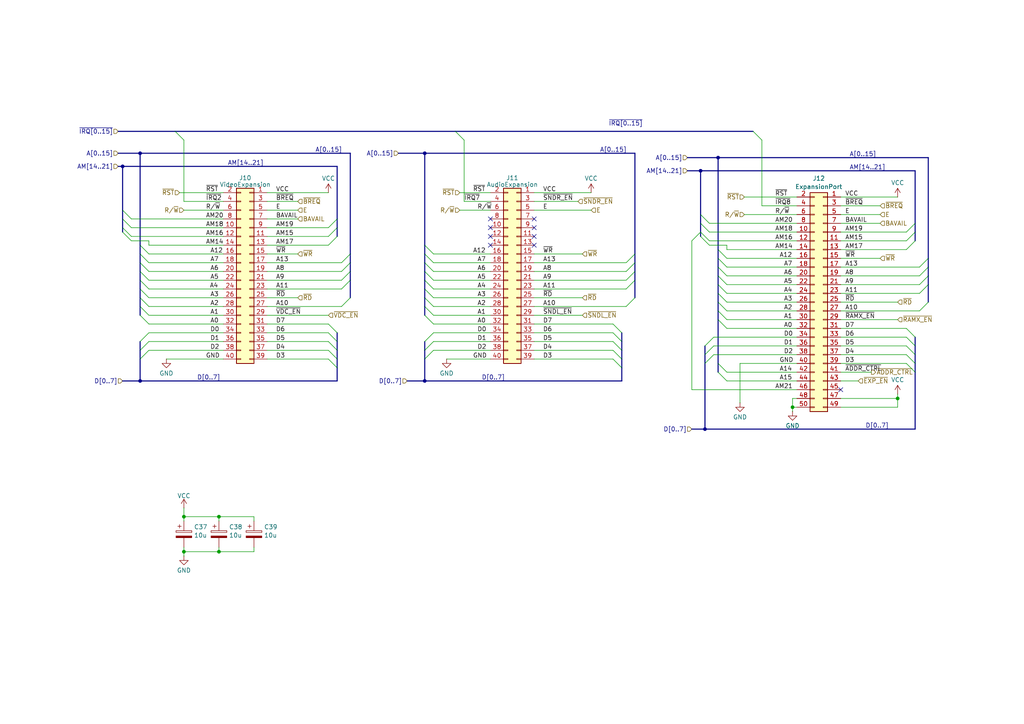
<source format=kicad_sch>
(kicad_sch
	(version 20231120)
	(generator "eeschema")
	(generator_version "8.0")
	(uuid "2aeb2137-c462-442f-a7cb-d17ec5c93516")
	(paper "A4")
	(lib_symbols
		(symbol "Connector_Generic:Conn_02x20_Odd_Even"
			(pin_names
				(offset 1.016) hide)
			(exclude_from_sim no)
			(in_bom yes)
			(on_board yes)
			(property "Reference" "J"
				(at 1.27 25.4 0)
				(effects
					(font
						(size 1.27 1.27)
					)
				)
			)
			(property "Value" "Conn_02x20_Odd_Even"
				(at 1.27 -27.94 0)
				(effects
					(font
						(size 1.27 1.27)
					)
				)
			)
			(property "Footprint" ""
				(at 0 0 0)
				(effects
					(font
						(size 1.27 1.27)
					)
					(hide yes)
				)
			)
			(property "Datasheet" "~"
				(at 0 0 0)
				(effects
					(font
						(size 1.27 1.27)
					)
					(hide yes)
				)
			)
			(property "Description" "Generic connector, double row, 02x20, odd/even pin numbering scheme (row 1 odd numbers, row 2 even numbers), script generated (kicad-library-utils/schlib/autogen/connector/)"
				(at 0 0 0)
				(effects
					(font
						(size 1.27 1.27)
					)
					(hide yes)
				)
			)
			(property "ki_keywords" "connector"
				(at 0 0 0)
				(effects
					(font
						(size 1.27 1.27)
					)
					(hide yes)
				)
			)
			(property "ki_fp_filters" "Connector*:*_2x??_*"
				(at 0 0 0)
				(effects
					(font
						(size 1.27 1.27)
					)
					(hide yes)
				)
			)
			(symbol "Conn_02x20_Odd_Even_1_1"
				(rectangle
					(start -1.27 -25.273)
					(end 0 -25.527)
					(stroke
						(width 0.1524)
						(type default)
					)
					(fill
						(type none)
					)
				)
				(rectangle
					(start -1.27 -22.733)
					(end 0 -22.987)
					(stroke
						(width 0.1524)
						(type default)
					)
					(fill
						(type none)
					)
				)
				(rectangle
					(start -1.27 -20.193)
					(end 0 -20.447)
					(stroke
						(width 0.1524)
						(type default)
					)
					(fill
						(type none)
					)
				)
				(rectangle
					(start -1.27 -17.653)
					(end 0 -17.907)
					(stroke
						(width 0.1524)
						(type default)
					)
					(fill
						(type none)
					)
				)
				(rectangle
					(start -1.27 -15.113)
					(end 0 -15.367)
					(stroke
						(width 0.1524)
						(type default)
					)
					(fill
						(type none)
					)
				)
				(rectangle
					(start -1.27 -12.573)
					(end 0 -12.827)
					(stroke
						(width 0.1524)
						(type default)
					)
					(fill
						(type none)
					)
				)
				(rectangle
					(start -1.27 -10.033)
					(end 0 -10.287)
					(stroke
						(width 0.1524)
						(type default)
					)
					(fill
						(type none)
					)
				)
				(rectangle
					(start -1.27 -7.493)
					(end 0 -7.747)
					(stroke
						(width 0.1524)
						(type default)
					)
					(fill
						(type none)
					)
				)
				(rectangle
					(start -1.27 -4.953)
					(end 0 -5.207)
					(stroke
						(width 0.1524)
						(type default)
					)
					(fill
						(type none)
					)
				)
				(rectangle
					(start -1.27 -2.413)
					(end 0 -2.667)
					(stroke
						(width 0.1524)
						(type default)
					)
					(fill
						(type none)
					)
				)
				(rectangle
					(start -1.27 0.127)
					(end 0 -0.127)
					(stroke
						(width 0.1524)
						(type default)
					)
					(fill
						(type none)
					)
				)
				(rectangle
					(start -1.27 2.667)
					(end 0 2.413)
					(stroke
						(width 0.1524)
						(type default)
					)
					(fill
						(type none)
					)
				)
				(rectangle
					(start -1.27 5.207)
					(end 0 4.953)
					(stroke
						(width 0.1524)
						(type default)
					)
					(fill
						(type none)
					)
				)
				(rectangle
					(start -1.27 7.747)
					(end 0 7.493)
					(stroke
						(width 0.1524)
						(type default)
					)
					(fill
						(type none)
					)
				)
				(rectangle
					(start -1.27 10.287)
					(end 0 10.033)
					(stroke
						(width 0.1524)
						(type default)
					)
					(fill
						(type none)
					)
				)
				(rectangle
					(start -1.27 12.827)
					(end 0 12.573)
					(stroke
						(width 0.1524)
						(type default)
					)
					(fill
						(type none)
					)
				)
				(rectangle
					(start -1.27 15.367)
					(end 0 15.113)
					(stroke
						(width 0.1524)
						(type default)
					)
					(fill
						(type none)
					)
				)
				(rectangle
					(start -1.27 17.907)
					(end 0 17.653)
					(stroke
						(width 0.1524)
						(type default)
					)
					(fill
						(type none)
					)
				)
				(rectangle
					(start -1.27 20.447)
					(end 0 20.193)
					(stroke
						(width 0.1524)
						(type default)
					)
					(fill
						(type none)
					)
				)
				(rectangle
					(start -1.27 22.987)
					(end 0 22.733)
					(stroke
						(width 0.1524)
						(type default)
					)
					(fill
						(type none)
					)
				)
				(rectangle
					(start -1.27 24.13)
					(end 3.81 -26.67)
					(stroke
						(width 0.254)
						(type default)
					)
					(fill
						(type background)
					)
				)
				(rectangle
					(start 3.81 -25.273)
					(end 2.54 -25.527)
					(stroke
						(width 0.1524)
						(type default)
					)
					(fill
						(type none)
					)
				)
				(rectangle
					(start 3.81 -22.733)
					(end 2.54 -22.987)
					(stroke
						(width 0.1524)
						(type default)
					)
					(fill
						(type none)
					)
				)
				(rectangle
					(start 3.81 -20.193)
					(end 2.54 -20.447)
					(stroke
						(width 0.1524)
						(type default)
					)
					(fill
						(type none)
					)
				)
				(rectangle
					(start 3.81 -17.653)
					(end 2.54 -17.907)
					(stroke
						(width 0.1524)
						(type default)
					)
					(fill
						(type none)
					)
				)
				(rectangle
					(start 3.81 -15.113)
					(end 2.54 -15.367)
					(stroke
						(width 0.1524)
						(type default)
					)
					(fill
						(type none)
					)
				)
				(rectangle
					(start 3.81 -12.573)
					(end 2.54 -12.827)
					(stroke
						(width 0.1524)
						(type default)
					)
					(fill
						(type none)
					)
				)
				(rectangle
					(start 3.81 -10.033)
					(end 2.54 -10.287)
					(stroke
						(width 0.1524)
						(type default)
					)
					(fill
						(type none)
					)
				)
				(rectangle
					(start 3.81 -7.493)
					(end 2.54 -7.747)
					(stroke
						(width 0.1524)
						(type default)
					)
					(fill
						(type none)
					)
				)
				(rectangle
					(start 3.81 -4.953)
					(end 2.54 -5.207)
					(stroke
						(width 0.1524)
						(type default)
					)
					(fill
						(type none)
					)
				)
				(rectangle
					(start 3.81 -2.413)
					(end 2.54 -2.667)
					(stroke
						(width 0.1524)
						(type default)
					)
					(fill
						(type none)
					)
				)
				(rectangle
					(start 3.81 0.127)
					(end 2.54 -0.127)
					(stroke
						(width 0.1524)
						(type default)
					)
					(fill
						(type none)
					)
				)
				(rectangle
					(start 3.81 2.667)
					(end 2.54 2.413)
					(stroke
						(width 0.1524)
						(type default)
					)
					(fill
						(type none)
					)
				)
				(rectangle
					(start 3.81 5.207)
					(end 2.54 4.953)
					(stroke
						(width 0.1524)
						(type default)
					)
					(fill
						(type none)
					)
				)
				(rectangle
					(start 3.81 7.747)
					(end 2.54 7.493)
					(stroke
						(width 0.1524)
						(type default)
					)
					(fill
						(type none)
					)
				)
				(rectangle
					(start 3.81 10.287)
					(end 2.54 10.033)
					(stroke
						(width 0.1524)
						(type default)
					)
					(fill
						(type none)
					)
				)
				(rectangle
					(start 3.81 12.827)
					(end 2.54 12.573)
					(stroke
						(width 0.1524)
						(type default)
					)
					(fill
						(type none)
					)
				)
				(rectangle
					(start 3.81 15.367)
					(end 2.54 15.113)
					(stroke
						(width 0.1524)
						(type default)
					)
					(fill
						(type none)
					)
				)
				(rectangle
					(start 3.81 17.907)
					(end 2.54 17.653)
					(stroke
						(width 0.1524)
						(type default)
					)
					(fill
						(type none)
					)
				)
				(rectangle
					(start 3.81 20.447)
					(end 2.54 20.193)
					(stroke
						(width 0.1524)
						(type default)
					)
					(fill
						(type none)
					)
				)
				(rectangle
					(start 3.81 22.987)
					(end 2.54 22.733)
					(stroke
						(width 0.1524)
						(type default)
					)
					(fill
						(type none)
					)
				)
				(pin passive line
					(at -5.08 22.86 0)
					(length 3.81)
					(name "Pin_1"
						(effects
							(font
								(size 1.27 1.27)
							)
						)
					)
					(number "1"
						(effects
							(font
								(size 1.27 1.27)
							)
						)
					)
				)
				(pin passive line
					(at 7.62 12.7 180)
					(length 3.81)
					(name "Pin_10"
						(effects
							(font
								(size 1.27 1.27)
							)
						)
					)
					(number "10"
						(effects
							(font
								(size 1.27 1.27)
							)
						)
					)
				)
				(pin passive line
					(at -5.08 10.16 0)
					(length 3.81)
					(name "Pin_11"
						(effects
							(font
								(size 1.27 1.27)
							)
						)
					)
					(number "11"
						(effects
							(font
								(size 1.27 1.27)
							)
						)
					)
				)
				(pin passive line
					(at 7.62 10.16 180)
					(length 3.81)
					(name "Pin_12"
						(effects
							(font
								(size 1.27 1.27)
							)
						)
					)
					(number "12"
						(effects
							(font
								(size 1.27 1.27)
							)
						)
					)
				)
				(pin passive line
					(at -5.08 7.62 0)
					(length 3.81)
					(name "Pin_13"
						(effects
							(font
								(size 1.27 1.27)
							)
						)
					)
					(number "13"
						(effects
							(font
								(size 1.27 1.27)
							)
						)
					)
				)
				(pin passive line
					(at 7.62 7.62 180)
					(length 3.81)
					(name "Pin_14"
						(effects
							(font
								(size 1.27 1.27)
							)
						)
					)
					(number "14"
						(effects
							(font
								(size 1.27 1.27)
							)
						)
					)
				)
				(pin passive line
					(at -5.08 5.08 0)
					(length 3.81)
					(name "Pin_15"
						(effects
							(font
								(size 1.27 1.27)
							)
						)
					)
					(number "15"
						(effects
							(font
								(size 1.27 1.27)
							)
						)
					)
				)
				(pin passive line
					(at 7.62 5.08 180)
					(length 3.81)
					(name "Pin_16"
						(effects
							(font
								(size 1.27 1.27)
							)
						)
					)
					(number "16"
						(effects
							(font
								(size 1.27 1.27)
							)
						)
					)
				)
				(pin passive line
					(at -5.08 2.54 0)
					(length 3.81)
					(name "Pin_17"
						(effects
							(font
								(size 1.27 1.27)
							)
						)
					)
					(number "17"
						(effects
							(font
								(size 1.27 1.27)
							)
						)
					)
				)
				(pin passive line
					(at 7.62 2.54 180)
					(length 3.81)
					(name "Pin_18"
						(effects
							(font
								(size 1.27 1.27)
							)
						)
					)
					(number "18"
						(effects
							(font
								(size 1.27 1.27)
							)
						)
					)
				)
				(pin passive line
					(at -5.08 0 0)
					(length 3.81)
					(name "Pin_19"
						(effects
							(font
								(size 1.27 1.27)
							)
						)
					)
					(number "19"
						(effects
							(font
								(size 1.27 1.27)
							)
						)
					)
				)
				(pin passive line
					(at 7.62 22.86 180)
					(length 3.81)
					(name "Pin_2"
						(effects
							(font
								(size 1.27 1.27)
							)
						)
					)
					(number "2"
						(effects
							(font
								(size 1.27 1.27)
							)
						)
					)
				)
				(pin passive line
					(at 7.62 0 180)
					(length 3.81)
					(name "Pin_20"
						(effects
							(font
								(size 1.27 1.27)
							)
						)
					)
					(number "20"
						(effects
							(font
								(size 1.27 1.27)
							)
						)
					)
				)
				(pin passive line
					(at -5.08 -2.54 0)
					(length 3.81)
					(name "Pin_21"
						(effects
							(font
								(size 1.27 1.27)
							)
						)
					)
					(number "21"
						(effects
							(font
								(size 1.27 1.27)
							)
						)
					)
				)
				(pin passive line
					(at 7.62 -2.54 180)
					(length 3.81)
					(name "Pin_22"
						(effects
							(font
								(size 1.27 1.27)
							)
						)
					)
					(number "22"
						(effects
							(font
								(size 1.27 1.27)
							)
						)
					)
				)
				(pin passive line
					(at -5.08 -5.08 0)
					(length 3.81)
					(name "Pin_23"
						(effects
							(font
								(size 1.27 1.27)
							)
						)
					)
					(number "23"
						(effects
							(font
								(size 1.27 1.27)
							)
						)
					)
				)
				(pin passive line
					(at 7.62 -5.08 180)
					(length 3.81)
					(name "Pin_24"
						(effects
							(font
								(size 1.27 1.27)
							)
						)
					)
					(number "24"
						(effects
							(font
								(size 1.27 1.27)
							)
						)
					)
				)
				(pin passive line
					(at -5.08 -7.62 0)
					(length 3.81)
					(name "Pin_25"
						(effects
							(font
								(size 1.27 1.27)
							)
						)
					)
					(number "25"
						(effects
							(font
								(size 1.27 1.27)
							)
						)
					)
				)
				(pin passive line
					(at 7.62 -7.62 180)
					(length 3.81)
					(name "Pin_26"
						(effects
							(font
								(size 1.27 1.27)
							)
						)
					)
					(number "26"
						(effects
							(font
								(size 1.27 1.27)
							)
						)
					)
				)
				(pin passive line
					(at -5.08 -10.16 0)
					(length 3.81)
					(name "Pin_27"
						(effects
							(font
								(size 1.27 1.27)
							)
						)
					)
					(number "27"
						(effects
							(font
								(size 1.27 1.27)
							)
						)
					)
				)
				(pin passive line
					(at 7.62 -10.16 180)
					(length 3.81)
					(name "Pin_28"
						(effects
							(font
								(size 1.27 1.27)
							)
						)
					)
					(number "28"
						(effects
							(font
								(size 1.27 1.27)
							)
						)
					)
				)
				(pin passive line
					(at -5.08 -12.7 0)
					(length 3.81)
					(name "Pin_29"
						(effects
							(font
								(size 1.27 1.27)
							)
						)
					)
					(number "29"
						(effects
							(font
								(size 1.27 1.27)
							)
						)
					)
				)
				(pin passive line
					(at -5.08 20.32 0)
					(length 3.81)
					(name "Pin_3"
						(effects
							(font
								(size 1.27 1.27)
							)
						)
					)
					(number "3"
						(effects
							(font
								(size 1.27 1.27)
							)
						)
					)
				)
				(pin passive line
					(at 7.62 -12.7 180)
					(length 3.81)
					(name "Pin_30"
						(effects
							(font
								(size 1.27 1.27)
							)
						)
					)
					(number "30"
						(effects
							(font
								(size 1.27 1.27)
							)
						)
					)
				)
				(pin passive line
					(at -5.08 -15.24 0)
					(length 3.81)
					(name "Pin_31"
						(effects
							(font
								(size 1.27 1.27)
							)
						)
					)
					(number "31"
						(effects
							(font
								(size 1.27 1.27)
							)
						)
					)
				)
				(pin passive line
					(at 7.62 -15.24 180)
					(length 3.81)
					(name "Pin_32"
						(effects
							(font
								(size 1.27 1.27)
							)
						)
					)
					(number "32"
						(effects
							(font
								(size 1.27 1.27)
							)
						)
					)
				)
				(pin passive line
					(at -5.08 -17.78 0)
					(length 3.81)
					(name "Pin_33"
						(effects
							(font
								(size 1.27 1.27)
							)
						)
					)
					(number "33"
						(effects
							(font
								(size 1.27 1.27)
							)
						)
					)
				)
				(pin passive line
					(at 7.62 -17.78 180)
					(length 3.81)
					(name "Pin_34"
						(effects
							(font
								(size 1.27 1.27)
							)
						)
					)
					(number "34"
						(effects
							(font
								(size 1.27 1.27)
							)
						)
					)
				)
				(pin passive line
					(at -5.08 -20.32 0)
					(length 3.81)
					(name "Pin_35"
						(effects
							(font
								(size 1.27 1.27)
							)
						)
					)
					(number "35"
						(effects
							(font
								(size 1.27 1.27)
							)
						)
					)
				)
				(pin passive line
					(at 7.62 -20.32 180)
					(length 3.81)
					(name "Pin_36"
						(effects
							(font
								(size 1.27 1.27)
							)
						)
					)
					(number "36"
						(effects
							(font
								(size 1.27 1.27)
							)
						)
					)
				)
				(pin passive line
					(at -5.08 -22.86 0)
					(length 3.81)
					(name "Pin_37"
						(effects
							(font
								(size 1.27 1.27)
							)
						)
					)
					(number "37"
						(effects
							(font
								(size 1.27 1.27)
							)
						)
					)
				)
				(pin passive line
					(at 7.62 -22.86 180)
					(length 3.81)
					(name "Pin_38"
						(effects
							(font
								(size 1.27 1.27)
							)
						)
					)
					(number "38"
						(effects
							(font
								(size 1.27 1.27)
							)
						)
					)
				)
				(pin passive line
					(at -5.08 -25.4 0)
					(length 3.81)
					(name "Pin_39"
						(effects
							(font
								(size 1.27 1.27)
							)
						)
					)
					(number "39"
						(effects
							(font
								(size 1.27 1.27)
							)
						)
					)
				)
				(pin passive line
					(at 7.62 20.32 180)
					(length 3.81)
					(name "Pin_4"
						(effects
							(font
								(size 1.27 1.27)
							)
						)
					)
					(number "4"
						(effects
							(font
								(size 1.27 1.27)
							)
						)
					)
				)
				(pin passive line
					(at 7.62 -25.4 180)
					(length 3.81)
					(name "Pin_40"
						(effects
							(font
								(size 1.27 1.27)
							)
						)
					)
					(number "40"
						(effects
							(font
								(size 1.27 1.27)
							)
						)
					)
				)
				(pin passive line
					(at -5.08 17.78 0)
					(length 3.81)
					(name "Pin_5"
						(effects
							(font
								(size 1.27 1.27)
							)
						)
					)
					(number "5"
						(effects
							(font
								(size 1.27 1.27)
							)
						)
					)
				)
				(pin passive line
					(at 7.62 17.78 180)
					(length 3.81)
					(name "Pin_6"
						(effects
							(font
								(size 1.27 1.27)
							)
						)
					)
					(number "6"
						(effects
							(font
								(size 1.27 1.27)
							)
						)
					)
				)
				(pin passive line
					(at -5.08 15.24 0)
					(length 3.81)
					(name "Pin_7"
						(effects
							(font
								(size 1.27 1.27)
							)
						)
					)
					(number "7"
						(effects
							(font
								(size 1.27 1.27)
							)
						)
					)
				)
				(pin passive line
					(at 7.62 15.24 180)
					(length 3.81)
					(name "Pin_8"
						(effects
							(font
								(size 1.27 1.27)
							)
						)
					)
					(number "8"
						(effects
							(font
								(size 1.27 1.27)
							)
						)
					)
				)
				(pin passive line
					(at -5.08 12.7 0)
					(length 3.81)
					(name "Pin_9"
						(effects
							(font
								(size 1.27 1.27)
							)
						)
					)
					(number "9"
						(effects
							(font
								(size 1.27 1.27)
							)
						)
					)
				)
			)
		)
		(symbol "Connector_Generic:Conn_02x25_Odd_Even"
			(pin_names
				(offset 1.016) hide)
			(exclude_from_sim no)
			(in_bom yes)
			(on_board yes)
			(property "Reference" "J"
				(at 1.27 33.02 0)
				(effects
					(font
						(size 1.27 1.27)
					)
				)
			)
			(property "Value" "Conn_02x25_Odd_Even"
				(at 1.27 -33.02 0)
				(effects
					(font
						(size 1.27 1.27)
					)
				)
			)
			(property "Footprint" ""
				(at 0 0 0)
				(effects
					(font
						(size 1.27 1.27)
					)
					(hide yes)
				)
			)
			(property "Datasheet" "~"
				(at 0 0 0)
				(effects
					(font
						(size 1.27 1.27)
					)
					(hide yes)
				)
			)
			(property "Description" "Generic connector, double row, 02x25, odd/even pin numbering scheme (row 1 odd numbers, row 2 even numbers), script generated (kicad-library-utils/schlib/autogen/connector/)"
				(at 0 0 0)
				(effects
					(font
						(size 1.27 1.27)
					)
					(hide yes)
				)
			)
			(property "ki_keywords" "connector"
				(at 0 0 0)
				(effects
					(font
						(size 1.27 1.27)
					)
					(hide yes)
				)
			)
			(property "ki_fp_filters" "Connector*:*_2x??_*"
				(at 0 0 0)
				(effects
					(font
						(size 1.27 1.27)
					)
					(hide yes)
				)
			)
			(symbol "Conn_02x25_Odd_Even_1_1"
				(rectangle
					(start -1.27 -30.353)
					(end 0 -30.607)
					(stroke
						(width 0.1524)
						(type default)
					)
					(fill
						(type none)
					)
				)
				(rectangle
					(start -1.27 -27.813)
					(end 0 -28.067)
					(stroke
						(width 0.1524)
						(type default)
					)
					(fill
						(type none)
					)
				)
				(rectangle
					(start -1.27 -25.273)
					(end 0 -25.527)
					(stroke
						(width 0.1524)
						(type default)
					)
					(fill
						(type none)
					)
				)
				(rectangle
					(start -1.27 -22.733)
					(end 0 -22.987)
					(stroke
						(width 0.1524)
						(type default)
					)
					(fill
						(type none)
					)
				)
				(rectangle
					(start -1.27 -20.193)
					(end 0 -20.447)
					(stroke
						(width 0.1524)
						(type default)
					)
					(fill
						(type none)
					)
				)
				(rectangle
					(start -1.27 -17.653)
					(end 0 -17.907)
					(stroke
						(width 0.1524)
						(type default)
					)
					(fill
						(type none)
					)
				)
				(rectangle
					(start -1.27 -15.113)
					(end 0 -15.367)
					(stroke
						(width 0.1524)
						(type default)
					)
					(fill
						(type none)
					)
				)
				(rectangle
					(start -1.27 -12.573)
					(end 0 -12.827)
					(stroke
						(width 0.1524)
						(type default)
					)
					(fill
						(type none)
					)
				)
				(rectangle
					(start -1.27 -10.033)
					(end 0 -10.287)
					(stroke
						(width 0.1524)
						(type default)
					)
					(fill
						(type none)
					)
				)
				(rectangle
					(start -1.27 -7.493)
					(end 0 -7.747)
					(stroke
						(width 0.1524)
						(type default)
					)
					(fill
						(type none)
					)
				)
				(rectangle
					(start -1.27 -4.953)
					(end 0 -5.207)
					(stroke
						(width 0.1524)
						(type default)
					)
					(fill
						(type none)
					)
				)
				(rectangle
					(start -1.27 -2.413)
					(end 0 -2.667)
					(stroke
						(width 0.1524)
						(type default)
					)
					(fill
						(type none)
					)
				)
				(rectangle
					(start -1.27 0.127)
					(end 0 -0.127)
					(stroke
						(width 0.1524)
						(type default)
					)
					(fill
						(type none)
					)
				)
				(rectangle
					(start -1.27 2.667)
					(end 0 2.413)
					(stroke
						(width 0.1524)
						(type default)
					)
					(fill
						(type none)
					)
				)
				(rectangle
					(start -1.27 5.207)
					(end 0 4.953)
					(stroke
						(width 0.1524)
						(type default)
					)
					(fill
						(type none)
					)
				)
				(rectangle
					(start -1.27 7.747)
					(end 0 7.493)
					(stroke
						(width 0.1524)
						(type default)
					)
					(fill
						(type none)
					)
				)
				(rectangle
					(start -1.27 10.287)
					(end 0 10.033)
					(stroke
						(width 0.1524)
						(type default)
					)
					(fill
						(type none)
					)
				)
				(rectangle
					(start -1.27 12.827)
					(end 0 12.573)
					(stroke
						(width 0.1524)
						(type default)
					)
					(fill
						(type none)
					)
				)
				(rectangle
					(start -1.27 15.367)
					(end 0 15.113)
					(stroke
						(width 0.1524)
						(type default)
					)
					(fill
						(type none)
					)
				)
				(rectangle
					(start -1.27 17.907)
					(end 0 17.653)
					(stroke
						(width 0.1524)
						(type default)
					)
					(fill
						(type none)
					)
				)
				(rectangle
					(start -1.27 20.447)
					(end 0 20.193)
					(stroke
						(width 0.1524)
						(type default)
					)
					(fill
						(type none)
					)
				)
				(rectangle
					(start -1.27 22.987)
					(end 0 22.733)
					(stroke
						(width 0.1524)
						(type default)
					)
					(fill
						(type none)
					)
				)
				(rectangle
					(start -1.27 25.527)
					(end 0 25.273)
					(stroke
						(width 0.1524)
						(type default)
					)
					(fill
						(type none)
					)
				)
				(rectangle
					(start -1.27 28.067)
					(end 0 27.813)
					(stroke
						(width 0.1524)
						(type default)
					)
					(fill
						(type none)
					)
				)
				(rectangle
					(start -1.27 30.607)
					(end 0 30.353)
					(stroke
						(width 0.1524)
						(type default)
					)
					(fill
						(type none)
					)
				)
				(rectangle
					(start -1.27 31.75)
					(end 3.81 -31.75)
					(stroke
						(width 0.254)
						(type default)
					)
					(fill
						(type background)
					)
				)
				(rectangle
					(start 3.81 -30.353)
					(end 2.54 -30.607)
					(stroke
						(width 0.1524)
						(type default)
					)
					(fill
						(type none)
					)
				)
				(rectangle
					(start 3.81 -27.813)
					(end 2.54 -28.067)
					(stroke
						(width 0.1524)
						(type default)
					)
					(fill
						(type none)
					)
				)
				(rectangle
					(start 3.81 -25.273)
					(end 2.54 -25.527)
					(stroke
						(width 0.1524)
						(type default)
					)
					(fill
						(type none)
					)
				)
				(rectangle
					(start 3.81 -22.733)
					(end 2.54 -22.987)
					(stroke
						(width 0.1524)
						(type default)
					)
					(fill
						(type none)
					)
				)
				(rectangle
					(start 3.81 -20.193)
					(end 2.54 -20.447)
					(stroke
						(width 0.1524)
						(type default)
					)
					(fill
						(type none)
					)
				)
				(rectangle
					(start 3.81 -17.653)
					(end 2.54 -17.907)
					(stroke
						(width 0.1524)
						(type default)
					)
					(fill
						(type none)
					)
				)
				(rectangle
					(start 3.81 -15.113)
					(end 2.54 -15.367)
					(stroke
						(width 0.1524)
						(type default)
					)
					(fill
						(type none)
					)
				)
				(rectangle
					(start 3.81 -12.573)
					(end 2.54 -12.827)
					(stroke
						(width 0.1524)
						(type default)
					)
					(fill
						(type none)
					)
				)
				(rectangle
					(start 3.81 -10.033)
					(end 2.54 -10.287)
					(stroke
						(width 0.1524)
						(type default)
					)
					(fill
						(type none)
					)
				)
				(rectangle
					(start 3.81 -7.493)
					(end 2.54 -7.747)
					(stroke
						(width 0.1524)
						(type default)
					)
					(fill
						(type none)
					)
				)
				(rectangle
					(start 3.81 -4.953)
					(end 2.54 -5.207)
					(stroke
						(width 0.1524)
						(type default)
					)
					(fill
						(type none)
					)
				)
				(rectangle
					(start 3.81 -2.413)
					(end 2.54 -2.667)
					(stroke
						(width 0.1524)
						(type default)
					)
					(fill
						(type none)
					)
				)
				(rectangle
					(start 3.81 0.127)
					(end 2.54 -0.127)
					(stroke
						(width 0.1524)
						(type default)
					)
					(fill
						(type none)
					)
				)
				(rectangle
					(start 3.81 2.667)
					(end 2.54 2.413)
					(stroke
						(width 0.1524)
						(type default)
					)
					(fill
						(type none)
					)
				)
				(rectangle
					(start 3.81 5.207)
					(end 2.54 4.953)
					(stroke
						(width 0.1524)
						(type default)
					)
					(fill
						(type none)
					)
				)
				(rectangle
					(start 3.81 7.747)
					(end 2.54 7.493)
					(stroke
						(width 0.1524)
						(type default)
					)
					(fill
						(type none)
					)
				)
				(rectangle
					(start 3.81 10.287)
					(end 2.54 10.033)
					(stroke
						(width 0.1524)
						(type default)
					)
					(fill
						(type none)
					)
				)
				(rectangle
					(start 3.81 12.827)
					(end 2.54 12.573)
					(stroke
						(width 0.1524)
						(type default)
					)
					(fill
						(type none)
					)
				)
				(rectangle
					(start 3.81 15.367)
					(end 2.54 15.113)
					(stroke
						(width 0.1524)
						(type default)
					)
					(fill
						(type none)
					)
				)
				(rectangle
					(start 3.81 17.907)
					(end 2.54 17.653)
					(stroke
						(width 0.1524)
						(type default)
					)
					(fill
						(type none)
					)
				)
				(rectangle
					(start 3.81 20.447)
					(end 2.54 20.193)
					(stroke
						(width 0.1524)
						(type default)
					)
					(fill
						(type none)
					)
				)
				(rectangle
					(start 3.81 22.987)
					(end 2.54 22.733)
					(stroke
						(width 0.1524)
						(type default)
					)
					(fill
						(type none)
					)
				)
				(rectangle
					(start 3.81 25.527)
					(end 2.54 25.273)
					(stroke
						(width 0.1524)
						(type default)
					)
					(fill
						(type none)
					)
				)
				(rectangle
					(start 3.81 28.067)
					(end 2.54 27.813)
					(stroke
						(width 0.1524)
						(type default)
					)
					(fill
						(type none)
					)
				)
				(rectangle
					(start 3.81 30.607)
					(end 2.54 30.353)
					(stroke
						(width 0.1524)
						(type default)
					)
					(fill
						(type none)
					)
				)
				(pin passive line
					(at -5.08 30.48 0)
					(length 3.81)
					(name "Pin_1"
						(effects
							(font
								(size 1.27 1.27)
							)
						)
					)
					(number "1"
						(effects
							(font
								(size 1.27 1.27)
							)
						)
					)
				)
				(pin passive line
					(at 7.62 20.32 180)
					(length 3.81)
					(name "Pin_10"
						(effects
							(font
								(size 1.27 1.27)
							)
						)
					)
					(number "10"
						(effects
							(font
								(size 1.27 1.27)
							)
						)
					)
				)
				(pin passive line
					(at -5.08 17.78 0)
					(length 3.81)
					(name "Pin_11"
						(effects
							(font
								(size 1.27 1.27)
							)
						)
					)
					(number "11"
						(effects
							(font
								(size 1.27 1.27)
							)
						)
					)
				)
				(pin passive line
					(at 7.62 17.78 180)
					(length 3.81)
					(name "Pin_12"
						(effects
							(font
								(size 1.27 1.27)
							)
						)
					)
					(number "12"
						(effects
							(font
								(size 1.27 1.27)
							)
						)
					)
				)
				(pin passive line
					(at -5.08 15.24 0)
					(length 3.81)
					(name "Pin_13"
						(effects
							(font
								(size 1.27 1.27)
							)
						)
					)
					(number "13"
						(effects
							(font
								(size 1.27 1.27)
							)
						)
					)
				)
				(pin passive line
					(at 7.62 15.24 180)
					(length 3.81)
					(name "Pin_14"
						(effects
							(font
								(size 1.27 1.27)
							)
						)
					)
					(number "14"
						(effects
							(font
								(size 1.27 1.27)
							)
						)
					)
				)
				(pin passive line
					(at -5.08 12.7 0)
					(length 3.81)
					(name "Pin_15"
						(effects
							(font
								(size 1.27 1.27)
							)
						)
					)
					(number "15"
						(effects
							(font
								(size 1.27 1.27)
							)
						)
					)
				)
				(pin passive line
					(at 7.62 12.7 180)
					(length 3.81)
					(name "Pin_16"
						(effects
							(font
								(size 1.27 1.27)
							)
						)
					)
					(number "16"
						(effects
							(font
								(size 1.27 1.27)
							)
						)
					)
				)
				(pin passive line
					(at -5.08 10.16 0)
					(length 3.81)
					(name "Pin_17"
						(effects
							(font
								(size 1.27 1.27)
							)
						)
					)
					(number "17"
						(effects
							(font
								(size 1.27 1.27)
							)
						)
					)
				)
				(pin passive line
					(at 7.62 10.16 180)
					(length 3.81)
					(name "Pin_18"
						(effects
							(font
								(size 1.27 1.27)
							)
						)
					)
					(number "18"
						(effects
							(font
								(size 1.27 1.27)
							)
						)
					)
				)
				(pin passive line
					(at -5.08 7.62 0)
					(length 3.81)
					(name "Pin_19"
						(effects
							(font
								(size 1.27 1.27)
							)
						)
					)
					(number "19"
						(effects
							(font
								(size 1.27 1.27)
							)
						)
					)
				)
				(pin passive line
					(at 7.62 30.48 180)
					(length 3.81)
					(name "Pin_2"
						(effects
							(font
								(size 1.27 1.27)
							)
						)
					)
					(number "2"
						(effects
							(font
								(size 1.27 1.27)
							)
						)
					)
				)
				(pin passive line
					(at 7.62 7.62 180)
					(length 3.81)
					(name "Pin_20"
						(effects
							(font
								(size 1.27 1.27)
							)
						)
					)
					(number "20"
						(effects
							(font
								(size 1.27 1.27)
							)
						)
					)
				)
				(pin passive line
					(at -5.08 5.08 0)
					(length 3.81)
					(name "Pin_21"
						(effects
							(font
								(size 1.27 1.27)
							)
						)
					)
					(number "21"
						(effects
							(font
								(size 1.27 1.27)
							)
						)
					)
				)
				(pin passive line
					(at 7.62 5.08 180)
					(length 3.81)
					(name "Pin_22"
						(effects
							(font
								(size 1.27 1.27)
							)
						)
					)
					(number "22"
						(effects
							(font
								(size 1.27 1.27)
							)
						)
					)
				)
				(pin passive line
					(at -5.08 2.54 0)
					(length 3.81)
					(name "Pin_23"
						(effects
							(font
								(size 1.27 1.27)
							)
						)
					)
					(number "23"
						(effects
							(font
								(size 1.27 1.27)
							)
						)
					)
				)
				(pin passive line
					(at 7.62 2.54 180)
					(length 3.81)
					(name "Pin_24"
						(effects
							(font
								(size 1.27 1.27)
							)
						)
					)
					(number "24"
						(effects
							(font
								(size 1.27 1.27)
							)
						)
					)
				)
				(pin passive line
					(at -5.08 0 0)
					(length 3.81)
					(name "Pin_25"
						(effects
							(font
								(size 1.27 1.27)
							)
						)
					)
					(number "25"
						(effects
							(font
								(size 1.27 1.27)
							)
						)
					)
				)
				(pin passive line
					(at 7.62 0 180)
					(length 3.81)
					(name "Pin_26"
						(effects
							(font
								(size 1.27 1.27)
							)
						)
					)
					(number "26"
						(effects
							(font
								(size 1.27 1.27)
							)
						)
					)
				)
				(pin passive line
					(at -5.08 -2.54 0)
					(length 3.81)
					(name "Pin_27"
						(effects
							(font
								(size 1.27 1.27)
							)
						)
					)
					(number "27"
						(effects
							(font
								(size 1.27 1.27)
							)
						)
					)
				)
				(pin passive line
					(at 7.62 -2.54 180)
					(length 3.81)
					(name "Pin_28"
						(effects
							(font
								(size 1.27 1.27)
							)
						)
					)
					(number "28"
						(effects
							(font
								(size 1.27 1.27)
							)
						)
					)
				)
				(pin passive line
					(at -5.08 -5.08 0)
					(length 3.81)
					(name "Pin_29"
						(effects
							(font
								(size 1.27 1.27)
							)
						)
					)
					(number "29"
						(effects
							(font
								(size 1.27 1.27)
							)
						)
					)
				)
				(pin passive line
					(at -5.08 27.94 0)
					(length 3.81)
					(name "Pin_3"
						(effects
							(font
								(size 1.27 1.27)
							)
						)
					)
					(number "3"
						(effects
							(font
								(size 1.27 1.27)
							)
						)
					)
				)
				(pin passive line
					(at 7.62 -5.08 180)
					(length 3.81)
					(name "Pin_30"
						(effects
							(font
								(size 1.27 1.27)
							)
						)
					)
					(number "30"
						(effects
							(font
								(size 1.27 1.27)
							)
						)
					)
				)
				(pin passive line
					(at -5.08 -7.62 0)
					(length 3.81)
					(name "Pin_31"
						(effects
							(font
								(size 1.27 1.27)
							)
						)
					)
					(number "31"
						(effects
							(font
								(size 1.27 1.27)
							)
						)
					)
				)
				(pin passive line
					(at 7.62 -7.62 180)
					(length 3.81)
					(name "Pin_32"
						(effects
							(font
								(size 1.27 1.27)
							)
						)
					)
					(number "32"
						(effects
							(font
								(size 1.27 1.27)
							)
						)
					)
				)
				(pin passive line
					(at -5.08 -10.16 0)
					(length 3.81)
					(name "Pin_33"
						(effects
							(font
								(size 1.27 1.27)
							)
						)
					)
					(number "33"
						(effects
							(font
								(size 1.27 1.27)
							)
						)
					)
				)
				(pin passive line
					(at 7.62 -10.16 180)
					(length 3.81)
					(name "Pin_34"
						(effects
							(font
								(size 1.27 1.27)
							)
						)
					)
					(number "34"
						(effects
							(font
								(size 1.27 1.27)
							)
						)
					)
				)
				(pin passive line
					(at -5.08 -12.7 0)
					(length 3.81)
					(name "Pin_35"
						(effects
							(font
								(size 1.27 1.27)
							)
						)
					)
					(number "35"
						(effects
							(font
								(size 1.27 1.27)
							)
						)
					)
				)
				(pin passive line
					(at 7.62 -12.7 180)
					(length 3.81)
					(name "Pin_36"
						(effects
							(font
								(size 1.27 1.27)
							)
						)
					)
					(number "36"
						(effects
							(font
								(size 1.27 1.27)
							)
						)
					)
				)
				(pin passive line
					(at -5.08 -15.24 0)
					(length 3.81)
					(name "Pin_37"
						(effects
							(font
								(size 1.27 1.27)
							)
						)
					)
					(number "37"
						(effects
							(font
								(size 1.27 1.27)
							)
						)
					)
				)
				(pin passive line
					(at 7.62 -15.24 180)
					(length 3.81)
					(name "Pin_38"
						(effects
							(font
								(size 1.27 1.27)
							)
						)
					)
					(number "38"
						(effects
							(font
								(size 1.27 1.27)
							)
						)
					)
				)
				(pin passive line
					(at -5.08 -17.78 0)
					(length 3.81)
					(name "Pin_39"
						(effects
							(font
								(size 1.27 1.27)
							)
						)
					)
					(number "39"
						(effects
							(font
								(size 1.27 1.27)
							)
						)
					)
				)
				(pin passive line
					(at 7.62 27.94 180)
					(length 3.81)
					(name "Pin_4"
						(effects
							(font
								(size 1.27 1.27)
							)
						)
					)
					(number "4"
						(effects
							(font
								(size 1.27 1.27)
							)
						)
					)
				)
				(pin passive line
					(at 7.62 -17.78 180)
					(length 3.81)
					(name "Pin_40"
						(effects
							(font
								(size 1.27 1.27)
							)
						)
					)
					(number "40"
						(effects
							(font
								(size 1.27 1.27)
							)
						)
					)
				)
				(pin passive line
					(at -5.08 -20.32 0)
					(length 3.81)
					(name "Pin_41"
						(effects
							(font
								(size 1.27 1.27)
							)
						)
					)
					(number "41"
						(effects
							(font
								(size 1.27 1.27)
							)
						)
					)
				)
				(pin passive line
					(at 7.62 -20.32 180)
					(length 3.81)
					(name "Pin_42"
						(effects
							(font
								(size 1.27 1.27)
							)
						)
					)
					(number "42"
						(effects
							(font
								(size 1.27 1.27)
							)
						)
					)
				)
				(pin passive line
					(at -5.08 -22.86 0)
					(length 3.81)
					(name "Pin_43"
						(effects
							(font
								(size 1.27 1.27)
							)
						)
					)
					(number "43"
						(effects
							(font
								(size 1.27 1.27)
							)
						)
					)
				)
				(pin passive line
					(at 7.62 -22.86 180)
					(length 3.81)
					(name "Pin_44"
						(effects
							(font
								(size 1.27 1.27)
							)
						)
					)
					(number "44"
						(effects
							(font
								(size 1.27 1.27)
							)
						)
					)
				)
				(pin passive line
					(at -5.08 -25.4 0)
					(length 3.81)
					(name "Pin_45"
						(effects
							(font
								(size 1.27 1.27)
							)
						)
					)
					(number "45"
						(effects
							(font
								(size 1.27 1.27)
							)
						)
					)
				)
				(pin passive line
					(at 7.62 -25.4 180)
					(length 3.81)
					(name "Pin_46"
						(effects
							(font
								(size 1.27 1.27)
							)
						)
					)
					(number "46"
						(effects
							(font
								(size 1.27 1.27)
							)
						)
					)
				)
				(pin passive line
					(at -5.08 -27.94 0)
					(length 3.81)
					(name "Pin_47"
						(effects
							(font
								(size 1.27 1.27)
							)
						)
					)
					(number "47"
						(effects
							(font
								(size 1.27 1.27)
							)
						)
					)
				)
				(pin passive line
					(at 7.62 -27.94 180)
					(length 3.81)
					(name "Pin_48"
						(effects
							(font
								(size 1.27 1.27)
							)
						)
					)
					(number "48"
						(effects
							(font
								(size 1.27 1.27)
							)
						)
					)
				)
				(pin passive line
					(at -5.08 -30.48 0)
					(length 3.81)
					(name "Pin_49"
						(effects
							(font
								(size 1.27 1.27)
							)
						)
					)
					(number "49"
						(effects
							(font
								(size 1.27 1.27)
							)
						)
					)
				)
				(pin passive line
					(at -5.08 25.4 0)
					(length 3.81)
					(name "Pin_5"
						(effects
							(font
								(size 1.27 1.27)
							)
						)
					)
					(number "5"
						(effects
							(font
								(size 1.27 1.27)
							)
						)
					)
				)
				(pin passive line
					(at 7.62 -30.48 180)
					(length 3.81)
					(name "Pin_50"
						(effects
							(font
								(size 1.27 1.27)
							)
						)
					)
					(number "50"
						(effects
							(font
								(size 1.27 1.27)
							)
						)
					)
				)
				(pin passive line
					(at 7.62 25.4 180)
					(length 3.81)
					(name "Pin_6"
						(effects
							(font
								(size 1.27 1.27)
							)
						)
					)
					(number "6"
						(effects
							(font
								(size 1.27 1.27)
							)
						)
					)
				)
				(pin passive line
					(at -5.08 22.86 0)
					(length 3.81)
					(name "Pin_7"
						(effects
							(font
								(size 1.27 1.27)
							)
						)
					)
					(number "7"
						(effects
							(font
								(size 1.27 1.27)
							)
						)
					)
				)
				(pin passive line
					(at 7.62 22.86 180)
					(length 3.81)
					(name "Pin_8"
						(effects
							(font
								(size 1.27 1.27)
							)
						)
					)
					(number "8"
						(effects
							(font
								(size 1.27 1.27)
							)
						)
					)
				)
				(pin passive line
					(at -5.08 20.32 0)
					(length 3.81)
					(name "Pin_9"
						(effects
							(font
								(size 1.27 1.27)
							)
						)
					)
					(number "9"
						(effects
							(font
								(size 1.27 1.27)
							)
						)
					)
				)
			)
		)
		(symbol "Device:C_Polarized"
			(pin_numbers hide)
			(pin_names
				(offset 0.254)
			)
			(exclude_from_sim no)
			(in_bom yes)
			(on_board yes)
			(property "Reference" "C"
				(at 0.635 2.54 0)
				(effects
					(font
						(size 1.27 1.27)
					)
					(justify left)
				)
			)
			(property "Value" "C_Polarized"
				(at 0.635 -2.54 0)
				(effects
					(font
						(size 1.27 1.27)
					)
					(justify left)
				)
			)
			(property "Footprint" ""
				(at 0.9652 -3.81 0)
				(effects
					(font
						(size 1.27 1.27)
					)
					(hide yes)
				)
			)
			(property "Datasheet" "~"
				(at 0 0 0)
				(effects
					(font
						(size 1.27 1.27)
					)
					(hide yes)
				)
			)
			(property "Description" "Polarized capacitor"
				(at 0 0 0)
				(effects
					(font
						(size 1.27 1.27)
					)
					(hide yes)
				)
			)
			(property "ki_keywords" "cap capacitor"
				(at 0 0 0)
				(effects
					(font
						(size 1.27 1.27)
					)
					(hide yes)
				)
			)
			(property "ki_fp_filters" "CP_*"
				(at 0 0 0)
				(effects
					(font
						(size 1.27 1.27)
					)
					(hide yes)
				)
			)
			(symbol "C_Polarized_0_1"
				(rectangle
					(start -2.286 0.508)
					(end 2.286 1.016)
					(stroke
						(width 0)
						(type default)
					)
					(fill
						(type none)
					)
				)
				(polyline
					(pts
						(xy -1.778 2.286) (xy -0.762 2.286)
					)
					(stroke
						(width 0)
						(type default)
					)
					(fill
						(type none)
					)
				)
				(polyline
					(pts
						(xy -1.27 2.794) (xy -1.27 1.778)
					)
					(stroke
						(width 0)
						(type default)
					)
					(fill
						(type none)
					)
				)
				(rectangle
					(start 2.286 -0.508)
					(end -2.286 -1.016)
					(stroke
						(width 0)
						(type default)
					)
					(fill
						(type outline)
					)
				)
			)
			(symbol "C_Polarized_1_1"
				(pin passive line
					(at 0 3.81 270)
					(length 2.794)
					(name "~"
						(effects
							(font
								(size 1.27 1.27)
							)
						)
					)
					(number "1"
						(effects
							(font
								(size 1.27 1.27)
							)
						)
					)
				)
				(pin passive line
					(at 0 -3.81 90)
					(length 2.794)
					(name "~"
						(effects
							(font
								(size 1.27 1.27)
							)
						)
					)
					(number "2"
						(effects
							(font
								(size 1.27 1.27)
							)
						)
					)
				)
			)
		)
		(symbol "power:GND"
			(power)
			(pin_numbers hide)
			(pin_names
				(offset 0) hide)
			(exclude_from_sim no)
			(in_bom yes)
			(on_board yes)
			(property "Reference" "#PWR"
				(at 0 -6.35 0)
				(effects
					(font
						(size 1.27 1.27)
					)
					(hide yes)
				)
			)
			(property "Value" "GND"
				(at 0 -3.81 0)
				(effects
					(font
						(size 1.27 1.27)
					)
				)
			)
			(property "Footprint" ""
				(at 0 0 0)
				(effects
					(font
						(size 1.27 1.27)
					)
					(hide yes)
				)
			)
			(property "Datasheet" ""
				(at 0 0 0)
				(effects
					(font
						(size 1.27 1.27)
					)
					(hide yes)
				)
			)
			(property "Description" "Power symbol creates a global label with name \"GND\" , ground"
				(at 0 0 0)
				(effects
					(font
						(size 1.27 1.27)
					)
					(hide yes)
				)
			)
			(property "ki_keywords" "global power"
				(at 0 0 0)
				(effects
					(font
						(size 1.27 1.27)
					)
					(hide yes)
				)
			)
			(symbol "GND_0_1"
				(polyline
					(pts
						(xy 0 0) (xy 0 -1.27) (xy 1.27 -1.27) (xy 0 -2.54) (xy -1.27 -1.27) (xy 0 -1.27)
					)
					(stroke
						(width 0)
						(type default)
					)
					(fill
						(type none)
					)
				)
			)
			(symbol "GND_1_1"
				(pin power_in line
					(at 0 0 270)
					(length 0)
					(name "~"
						(effects
							(font
								(size 1.27 1.27)
							)
						)
					)
					(number "1"
						(effects
							(font
								(size 1.27 1.27)
							)
						)
					)
				)
			)
		)
		(symbol "power:VCC"
			(power)
			(pin_numbers hide)
			(pin_names
				(offset 0) hide)
			(exclude_from_sim no)
			(in_bom yes)
			(on_board yes)
			(property "Reference" "#PWR"
				(at 0 -3.81 0)
				(effects
					(font
						(size 1.27 1.27)
					)
					(hide yes)
				)
			)
			(property "Value" "VCC"
				(at 0 3.556 0)
				(effects
					(font
						(size 1.27 1.27)
					)
				)
			)
			(property "Footprint" ""
				(at 0 0 0)
				(effects
					(font
						(size 1.27 1.27)
					)
					(hide yes)
				)
			)
			(property "Datasheet" ""
				(at 0 0 0)
				(effects
					(font
						(size 1.27 1.27)
					)
					(hide yes)
				)
			)
			(property "Description" "Power symbol creates a global label with name \"VCC\""
				(at 0 0 0)
				(effects
					(font
						(size 1.27 1.27)
					)
					(hide yes)
				)
			)
			(property "ki_keywords" "global power"
				(at 0 0 0)
				(effects
					(font
						(size 1.27 1.27)
					)
					(hide yes)
				)
			)
			(symbol "VCC_0_1"
				(polyline
					(pts
						(xy -0.762 1.27) (xy 0 2.54)
					)
					(stroke
						(width 0)
						(type default)
					)
					(fill
						(type none)
					)
				)
				(polyline
					(pts
						(xy 0 0) (xy 0 2.54)
					)
					(stroke
						(width 0)
						(type default)
					)
					(fill
						(type none)
					)
				)
				(polyline
					(pts
						(xy 0 2.54) (xy 0.762 1.27)
					)
					(stroke
						(width 0)
						(type default)
					)
					(fill
						(type none)
					)
				)
			)
			(symbol "VCC_1_1"
				(pin power_in line
					(at 0 0 90)
					(length 0)
					(name "~"
						(effects
							(font
								(size 1.27 1.27)
							)
						)
					)
					(number "1"
						(effects
							(font
								(size 1.27 1.27)
							)
						)
					)
				)
			)
		)
	)
	(junction
		(at 204.47 124.46)
		(diameter 0)
		(color 0 0 0 0)
		(uuid "08de9bff-ffb9-4c2b-b94a-6fbc6a04c8ca")
	)
	(junction
		(at 40.64 110.49)
		(diameter 0)
		(color 0 0 0 0)
		(uuid "1e233034-04c8-4928-b762-fc0d986c9681")
	)
	(junction
		(at 40.64 44.45)
		(diameter 0)
		(color 0 0 0 0)
		(uuid "3282c47e-fda4-4af5-8848-5053a5ff7f96")
	)
	(junction
		(at 260.35 115.57)
		(diameter 0)
		(color 0 0 0 0)
		(uuid "329beb74-729c-44ce-8048-b3f2cb59b58c")
	)
	(junction
		(at 203.2 49.53)
		(diameter 0)
		(color 0 0 0 0)
		(uuid "3a9cb23c-9e38-4b81-af23-aaf543ad7692")
	)
	(junction
		(at 123.19 110.49)
		(diameter 0)
		(color 0 0 0 0)
		(uuid "56daef56-87f6-4e39-9d08-24fb708b9e6f")
	)
	(junction
		(at 229.87 118.11)
		(diameter 0)
		(color 0 0 0 0)
		(uuid "5b26b5ef-8b24-40bf-b5a2-fd84366c588b")
	)
	(junction
		(at 53.34 149.86)
		(diameter 0)
		(color 0 0 0 0)
		(uuid "6baf4d4e-19a0-4df2-a7a9-bd653cd25146")
	)
	(junction
		(at 35.56 48.26)
		(diameter 0)
		(color 0 0 0 0)
		(uuid "71e593ab-1791-4cef-ad73-c405484959e5")
	)
	(junction
		(at 53.34 160.02)
		(diameter 0)
		(color 0 0 0 0)
		(uuid "79a0aba1-afe0-468e-b40a-029a3dc78c86")
	)
	(junction
		(at 63.5 160.02)
		(diameter 0)
		(color 0 0 0 0)
		(uuid "9515d506-62ef-4cba-b7b8-905e780a923e")
	)
	(junction
		(at 63.5 149.86)
		(diameter 0)
		(color 0 0 0 0)
		(uuid "a0e38a8b-47e3-460d-9855-e78e1dbee3ba")
	)
	(junction
		(at 123.19 44.45)
		(diameter 0)
		(color 0 0 0 0)
		(uuid "e0dc7e13-5600-47ee-89be-2d940a578574")
	)
	(junction
		(at 208.28 45.72)
		(diameter 0)
		(color 0 0 0 0)
		(uuid "e9dde127-e95e-4b1f-a824-66afe8d9a68a")
	)
	(no_connect
		(at 154.94 63.5)
		(uuid "1aecf032-a7fd-4390-ba47-6b06b1dae51b")
	)
	(no_connect
		(at 142.24 66.04)
		(uuid "2cd06fed-0821-4017-bb62-3d65ca431435")
	)
	(no_connect
		(at 154.94 71.12)
		(uuid "2f3ee29d-beae-4a4d-bd25-778523622bc7")
	)
	(no_connect
		(at 142.24 63.5)
		(uuid "4dfe694e-10bc-443d-a821-309831d41c51")
	)
	(no_connect
		(at 142.24 68.58)
		(uuid "78430bfa-aa7d-4a52-aa06-f00bd2938cf3")
	)
	(no_connect
		(at 154.94 68.58)
		(uuid "8381536b-df6a-4be9-b584-9fe4806d688f")
	)
	(no_connect
		(at 154.94 66.04)
		(uuid "99dbfe6c-71ac-4052-85fc-f280d40dea4b")
	)
	(no_connect
		(at 243.84 113.03)
		(uuid "c4c83a40-3a81-425f-937f-805d68f79b04")
	)
	(no_connect
		(at 142.24 71.12)
		(uuid "cfd4b8e5-7649-46fc-9b7d-d2160bf0071a")
	)
	(bus_entry
		(at 205.74 64.77)
		(size -2.54 -2.54)
		(stroke
			(width 0)
			(type default)
		)
		(uuid "02818c1c-0165-4bb1-a457-80bc0f068c3d")
	)
	(bus_entry
		(at 210.82 77.47)
		(size -2.54 -2.54)
		(stroke
			(width 0)
			(type default)
		)
		(uuid "06c9852e-846d-4544-a864-c7248142a1f2")
	)
	(bus_entry
		(at 43.18 88.9)
		(size -2.54 -2.54)
		(stroke
			(width 0)
			(type default)
		)
		(uuid "0a7eff41-1e81-4eb0-afe3-9602971fe85f")
	)
	(bus_entry
		(at 95.25 66.04)
		(size 2.54 -2.54)
		(stroke
			(width 0)
			(type default)
		)
		(uuid "0d0cc46e-ba93-4931-9a02-29453d9a8115")
	)
	(bus_entry
		(at 40.64 99.06)
		(size 2.54 -2.54)
		(stroke
			(width 0)
			(type default)
		)
		(uuid "0e4c038b-5374-43dd-abc1-1104ac25af83")
	)
	(bus_entry
		(at 125.73 86.36)
		(size -2.54 -2.54)
		(stroke
			(width 0)
			(type default)
		)
		(uuid "1308d52d-79ac-4506-b320-63c594310d5e")
	)
	(bus_entry
		(at 266.7 85.09)
		(size 2.54 -2.54)
		(stroke
			(width 0)
			(type default)
		)
		(uuid "1373a6d9-f413-4044-9e10-3c74399508c4")
	)
	(bus_entry
		(at 210.82 87.63)
		(size -2.54 -2.54)
		(stroke
			(width 0)
			(type default)
		)
		(uuid "14830ee0-461f-471a-8da7-c2c14a5b7b72")
	)
	(bus_entry
		(at 43.18 81.28)
		(size -2.54 -2.54)
		(stroke
			(width 0)
			(type default)
		)
		(uuid "14d9d4a4-b66e-4f9f-af5c-ef5a5e8eb879")
	)
	(bus_entry
		(at 123.19 99.06)
		(size 2.54 -2.54)
		(stroke
			(width 0)
			(type default)
		)
		(uuid "194ea532-fc77-4b09-a04b-a29b209d70aa")
	)
	(bus_entry
		(at 210.82 92.71)
		(size -2.54 -2.54)
		(stroke
			(width 0)
			(type default)
		)
		(uuid "19fc13f1-c5c0-48dc-b302-042fb560c89b")
	)
	(bus_entry
		(at 210.82 74.93)
		(size -2.54 -2.54)
		(stroke
			(width 0)
			(type default)
		)
		(uuid "1ecc73a1-7410-4bc5-8b09-61a236f5f9e4")
	)
	(bus_entry
		(at 205.74 71.12)
		(size -2.54 -2.54)
		(stroke
			(width 0)
			(type default)
		)
		(uuid "20969412-860c-4c29-a7e7-105845058611")
	)
	(bus_entry
		(at 208.28 105.41)
		(size 2.54 2.54)
		(stroke
			(width 0)
			(type default)
		)
		(uuid "20f79403-8643-4dc6-97d1-20c5489f38c2")
	)
	(bus_entry
		(at 95.25 96.52)
		(size 2.54 2.54)
		(stroke
			(width 0)
			(type default)
		)
		(uuid "234b57eb-a252-4fe8-8402-bdeea884a0db")
	)
	(bus_entry
		(at 95.25 104.14)
		(size 2.54 2.54)
		(stroke
			(width 0)
			(type default)
		)
		(uuid "2443a3ba-7440-4dd2-8d9f-61cdbc112cc1")
	)
	(bus_entry
		(at 208.28 82.55)
		(size 2.54 2.54)
		(stroke
			(width 0)
			(type default)
		)
		(uuid "29b7770f-2ae8-45d9-a5b4-04d96fbbd5d4")
	)
	(bus_entry
		(at 99.06 83.82)
		(size 2.54 -2.54)
		(stroke
			(width 0)
			(type default)
		)
		(uuid "2a9c7c92-26db-493c-9787-3b7094af2d85")
	)
	(bus_entry
		(at 95.25 93.98)
		(size 2.54 2.54)
		(stroke
			(width 0)
			(type default)
		)
		(uuid "370f1b2f-3229-42ca-9441-a5a4ed808e35")
	)
	(bus_entry
		(at 262.89 100.33)
		(size 2.54 2.54)
		(stroke
			(width 0)
			(type default)
		)
		(uuid "3a733691-7c2e-4a09-af21-e8a73fee9643")
	)
	(bus_entry
		(at 262.89 97.79)
		(size 2.54 2.54)
		(stroke
			(width 0)
			(type default)
		)
		(uuid "3aecf0cd-dc34-4762-a2ed-e3d41fc95d41")
	)
	(bus_entry
		(at 262.89 69.85)
		(size 2.54 -2.54)
		(stroke
			(width 0)
			(type default)
		)
		(uuid "3bfe01d2-06a4-4aa7-b2b7-1de933022c2c")
	)
	(bus_entry
		(at 205.74 69.85)
		(size -2.54 -2.54)
		(stroke
			(width 0)
			(type default)
		)
		(uuid "3da19c75-9607-46ff-a8ae-6fde99d57c90")
	)
	(bus_entry
		(at 35.56 66.04)
		(size 2.54 2.54)
		(stroke
			(width 0)
			(type default)
		)
		(uuid "3ed1326b-fedc-460c-bb17-27572ad3fe4c")
	)
	(bus_entry
		(at 204.47 105.41)
		(size 2.54 -2.54)
		(stroke
			(width 0)
			(type default)
		)
		(uuid "45b1d124-ebed-47e6-ac72-6abc9ed46576")
	)
	(bus_entry
		(at 95.25 101.6)
		(size 2.54 2.54)
		(stroke
			(width 0)
			(type default)
		)
		(uuid "45d3f1cc-0e0d-40c3-8499-1132a564dd53")
	)
	(bus_entry
		(at 266.7 80.01)
		(size 2.54 -2.54)
		(stroke
			(width 0)
			(type default)
		)
		(uuid "4e544801-a422-4d5e-9393-0dc82466c2d0")
	)
	(bus_entry
		(at 43.18 73.66)
		(size -2.54 -2.54)
		(stroke
			(width 0)
			(type default)
		)
		(uuid "58b792ae-ac63-466f-8c48-91d00c0eeed9")
	)
	(bus_entry
		(at 99.06 78.74)
		(size 2.54 -2.54)
		(stroke
			(width 0)
			(type default)
		)
		(uuid "5ba72869-675f-4d79-8fc3-c47d4cd4c214")
	)
	(bus_entry
		(at 177.8 99.06)
		(size 2.54 2.54)
		(stroke
			(width 0)
			(type default)
		)
		(uuid "5d68ea8f-ca91-4884-a194-ab1205a49cde")
	)
	(bus_entry
		(at 43.18 91.44)
		(size -2.54 -2.54)
		(stroke
			(width 0)
			(type default)
		)
		(uuid "615a8ba3-6234-4ca4-aba4-44c274fb1578")
	)
	(bus_entry
		(at 99.06 81.28)
		(size 2.54 -2.54)
		(stroke
			(width 0)
			(type default)
		)
		(uuid "6571727e-f93c-49b2-a968-547a83427ff7")
	)
	(bus_entry
		(at 204.47 102.87)
		(size 2.54 -2.54)
		(stroke
			(width 0)
			(type default)
		)
		(uuid "671cc3dc-b4bf-4d2b-9b52-42d297601a25")
	)
	(bus_entry
		(at 35.56 60.96)
		(size 2.54 2.54)
		(stroke
			(width 0)
			(type default)
		)
		(uuid "6dab3145-900f-4737-9aaa-ca29a844bb9e")
	)
	(bus_entry
		(at 40.64 101.6)
		(size 2.54 -2.54)
		(stroke
			(width 0)
			(type default)
		)
		(uuid "6e0ad453-df74-4017-8cc7-9b62680bea0e")
	)
	(bus_entry
		(at 43.18 78.74)
		(size -2.54 -2.54)
		(stroke
			(width 0)
			(type default)
		)
		(uuid "703f02f0-657f-4724-8bbe-3090bcfa2736")
	)
	(bus_entry
		(at 35.56 67.31)
		(size 2.54 2.54)
		(stroke
			(width 0)
			(type default)
		)
		(uuid "73f01cf0-3f1e-4ef6-aa09-6c8060f73452")
	)
	(bus_entry
		(at 262.89 72.39)
		(size 2.54 -2.54)
		(stroke
			(width 0)
			(type default)
		)
		(uuid "7bdbfecc-af3b-4334-ad33-b53e9e6d87fc")
	)
	(bus_entry
		(at 123.19 101.6)
		(size 2.54 -2.54)
		(stroke
			(width 0)
			(type default)
		)
		(uuid "7bfecfb4-bb94-46a6-9eaa-793073071a63")
	)
	(bus_entry
		(at 177.8 93.98)
		(size 2.54 2.54)
		(stroke
			(width 0)
			(type default)
		)
		(uuid "7fbfedbd-d672-4c47-a505-dd473c95b43c")
	)
	(bus_entry
		(at 40.64 104.14)
		(size 2.54 -2.54)
		(stroke
			(width 0)
			(type default)
		)
		(uuid "81da4d94-6174-4b36-844e-ac93456cf5ee")
	)
	(bus_entry
		(at 35.56 63.5)
		(size 2.54 2.54)
		(stroke
			(width 0)
			(type default)
		)
		(uuid "84238de1-c2c2-4ac3-b7fd-0f2ccede85c0")
	)
	(bus_entry
		(at 205.74 67.31)
		(size -2.54 -2.54)
		(stroke
			(width 0)
			(type default)
		)
		(uuid "878750e5-0a28-4a66-82f6-255e9df8c8dd")
	)
	(bus_entry
		(at 181.61 81.28)
		(size 2.54 -2.54)
		(stroke
			(width 0)
			(type default)
		)
		(uuid "880e465e-8f25-4c3b-846d-b399554c095a")
	)
	(bus_entry
		(at 43.18 86.36)
		(size -2.54 -2.54)
		(stroke
			(width 0)
			(type default)
		)
		(uuid "8b7fefa5-ed0e-4732-bb21-392c528269ca")
	)
	(bus_entry
		(at 95.25 68.58)
		(size 2.54 -2.54)
		(stroke
			(width 0)
			(type default)
		)
		(uuid "8dfa9527-5598-4d84-8196-84e202f03e0c")
	)
	(bus_entry
		(at 43.18 83.82)
		(size -2.54 -2.54)
		(stroke
			(width 0)
			(type default)
		)
		(uuid "8e27212f-3620-4cad-bda4-56305e197f60")
	)
	(bus_entry
		(at 262.89 102.87)
		(size 2.54 2.54)
		(stroke
			(width 0)
			(type default)
		)
		(uuid "92dcbe5d-881c-42d8-87c4-5e7985e6959e")
	)
	(bus_entry
		(at 125.73 88.9)
		(size -2.54 -2.54)
		(stroke
			(width 0)
			(type default)
		)
		(uuid "941ac8d2-5ecf-4bfa-818e-731fe2dce02f")
	)
	(bus_entry
		(at 262.89 95.25)
		(size 2.54 2.54)
		(stroke
			(width 0)
			(type default)
		)
		(uuid "950590a2-5b77-4b70-8b11-d68009d04fb1")
	)
	(bus_entry
		(at 204.47 100.33)
		(size 2.54 -2.54)
		(stroke
			(width 0)
			(type default)
		)
		(uuid "97642cb1-bc8f-45a2-b345-7584bac82ab0")
	)
	(bus_entry
		(at 95.25 71.12)
		(size 2.54 -2.54)
		(stroke
			(width 0)
			(type default)
		)
		(uuid "99105f37-6457-4840-8cab-e3aea28a9455")
	)
	(bus_entry
		(at 208.28 107.95)
		(size 2.54 2.54)
		(stroke
			(width 0)
			(type default)
		)
		(uuid "99fd9a6a-c01d-4d36-a1b8-6bd44b30433d")
	)
	(bus_entry
		(at 125.73 91.44)
		(size -2.54 -2.54)
		(stroke
			(width 0)
			(type default)
		)
		(uuid "a035c67e-a6ea-49a9-99ce-8603520931f1")
	)
	(bus_entry
		(at 210.82 80.01)
		(size -2.54 -2.54)
		(stroke
			(width 0)
			(type default)
		)
		(uuid "a19a8f56-916c-48d8-a1db-1a5714e731e7")
	)
	(bus_entry
		(at 123.19 104.14)
		(size 2.54 -2.54)
		(stroke
			(width 0)
			(type default)
		)
		(uuid "a29246bb-9848-49b5-99be-eecf8d61f12a")
	)
	(bus_entry
		(at 132.08 38.1)
		(size 2.54 2.54)
		(stroke
			(width 0)
			(type default)
		)
		(uuid "a8722446-455b-4201-87d4-80ef19e09c18")
	)
	(bus_entry
		(at 203.2 67.31)
		(size -2.54 2.54)
		(stroke
			(width 0)
			(type default)
		)
		(uuid "aa5bd520-19b4-4573-a84d-5879936d1609")
	)
	(bus_entry
		(at 181.61 76.2)
		(size 2.54 -2.54)
		(stroke
			(width 0)
			(type default)
		)
		(uuid "aace552f-103b-429c-a29d-15f1d0740f50")
	)
	(bus_entry
		(at 181.61 78.74)
		(size 2.54 -2.54)
		(stroke
			(width 0)
			(type default)
		)
		(uuid "ab4ee983-041f-48e2-8b23-0d9f0a326b0c")
	)
	(bus_entry
		(at 210.82 95.25)
		(size -2.54 -2.54)
		(stroke
			(width 0)
			(type default)
		)
		(uuid "b0ef0a6b-104c-4c09-9687-3603932db17d")
	)
	(bus_entry
		(at 181.61 88.9)
		(size 2.54 -2.54)
		(stroke
			(width 0)
			(type default)
		)
		(uuid "b1f30211-ef7d-48d0-a20c-4e018afee353")
	)
	(bus_entry
		(at 125.73 81.28)
		(size -2.54 -2.54)
		(stroke
			(width 0)
			(type default)
		)
		(uuid "b2df70bd-d0cd-45a5-8f88-dc087a117e15")
	)
	(bus_entry
		(at 125.73 73.66)
		(size -2.54 -2.54)
		(stroke
			(width 0)
			(type default)
		)
		(uuid "b4f1843d-6701-4769-adc5-59b6b4794ac2")
	)
	(bus_entry
		(at 266.7 77.47)
		(size 2.54 -2.54)
		(stroke
			(width 0)
			(type default)
		)
		(uuid "ba04e879-f7d4-4b6f-8dbb-ff5b851c0c3d")
	)
	(bus_entry
		(at 50.8 38.1)
		(size 2.54 2.54)
		(stroke
			(width 0)
			(type default)
		)
		(uuid "c27812c6-3085-4500-a5c2-acd14230e692")
	)
	(bus_entry
		(at 99.06 88.9)
		(size 2.54 -2.54)
		(stroke
			(width 0)
			(type default)
		)
		(uuid "c90a7f99-fe78-4808-a46d-c2edfb9708ff")
	)
	(bus_entry
		(at 177.8 101.6)
		(size 2.54 2.54)
		(stroke
			(width 0)
			(type default)
		)
		(uuid "ccebe8b5-c828-41da-bab5-fb13a7943221")
	)
	(bus_entry
		(at 262.89 67.31)
		(size 2.54 -2.54)
		(stroke
			(width 0)
			(type default)
		)
		(uuid "cd5669d4-c8f2-4b8a-8f57-592a455957a9")
	)
	(bus_entry
		(at 99.06 76.2)
		(size 2.54 -2.54)
		(stroke
			(width 0)
			(type default)
		)
		(uuid "d38c6ca3-008d-438b-9950-3f75bc545b4a")
	)
	(bus_entry
		(at 43.18 76.2)
		(size -2.54 -2.54)
		(stroke
			(width 0)
			(type default)
		)
		(uuid "d5c2575a-a128-4847-9b47-b28078663062")
	)
	(bus_entry
		(at 218.44 38.1)
		(size 2.54 2.54)
		(stroke
			(width 0)
			(type default)
		)
		(uuid "d770026d-0bdf-4e08-b34c-d831a0ad4b29")
	)
	(bus_entry
		(at 43.18 93.98)
		(size -2.54 -2.54)
		(stroke
			(width 0)
			(type default)
		)
		(uuid "d856c658-8db4-4a5f-b6c6-a62d788e9c68")
	)
	(bus_entry
		(at 266.7 82.55)
		(size 2.54 -2.54)
		(stroke
			(width 0)
			(type default)
		)
		(uuid "dfea90ce-ed66-4a2a-a860-59b97dd48b59")
	)
	(bus_entry
		(at 266.7 90.17)
		(size 2.54 -2.54)
		(stroke
			(width 0)
			(type default)
		)
		(uuid "e1042a27-f4c4-4170-80b7-54cb4176484b")
	)
	(bus_entry
		(at 210.82 90.17)
		(size -2.54 -2.54)
		(stroke
			(width 0)
			(type default)
		)
		(uuid "e1047c13-8a4e-4722-a499-c619945c75c1")
	)
	(bus_entry
		(at 125.73 93.98)
		(size -2.54 -2.54)
		(stroke
			(width 0)
			(type default)
		)
		(uuid "e804c586-3188-4892-9c07-09bf9d53723e")
	)
	(bus_entry
		(at 177.8 104.14)
		(size 2.54 2.54)
		(stroke
			(width 0)
			(type default)
		)
		(uuid "e90ef4ca-7364-483a-bda2-21a7f4a9908d")
	)
	(bus_entry
		(at 95.25 99.06)
		(size 2.54 2.54)
		(stroke
			(width 0)
			(type default)
		)
		(uuid "e9d0f83c-61f3-402f-be7d-21b09d263aa2")
	)
	(bus_entry
		(at 123.19 81.28)
		(size 2.54 2.54)
		(stroke
			(width 0)
			(type default)
		)
		(uuid "ee315ba0-fb14-4862-95ee-9d99960eaf5b")
	)
	(bus_entry
		(at 125.73 76.2)
		(size -2.54 -2.54)
		(stroke
			(width 0)
			(type default)
		)
		(uuid "f627c5a8-d4a1-4137-88f0-30a4877727fb")
	)
	(bus_entry
		(at 262.89 105.41)
		(size 2.54 2.54)
		(stroke
			(width 0)
			(type default)
		)
		(uuid "fb130dd6-e75f-40bc-99ea-517c51bd4f39")
	)
	(bus_entry
		(at 210.82 82.55)
		(size -2.54 -2.54)
		(stroke
			(width 0)
			(type default)
		)
		(uuid "fc041bc1-57a8-4fbe-82d5-107ec2c226f4")
	)
	(bus_entry
		(at 125.73 78.74)
		(size -2.54 -2.54)
		(stroke
			(width 0)
			(type default)
		)
		(uuid "fd274a41-aebf-459e-b8e9-5a9f5c0fc3e1")
	)
	(bus_entry
		(at 177.8 96.52)
		(size 2.54 2.54)
		(stroke
			(width 0)
			(type default)
		)
		(uuid "ff4dcac0-aa5d-4a13-b1a3-63b3d80289b0")
	)
	(bus_entry
		(at 181.61 83.82)
		(size 2.54 -2.54)
		(stroke
			(width 0)
			(type default)
		)
		(uuid "ffcaaf64-375b-4ba5-aeab-6f9f27fa93c9")
	)
	(bus
		(pts
			(xy 265.43 105.41) (xy 265.43 107.95)
		)
		(stroke
			(width 0)
			(type default)
		)
		(uuid "0030a3e5-70c8-4698-aa6b-ec769d43ded1")
	)
	(bus
		(pts
			(xy 97.79 99.06) (xy 97.79 101.6)
		)
		(stroke
			(width 0)
			(type default)
		)
		(uuid "007568ef-2a0e-4890-a6fc-b78103b715c0")
	)
	(wire
		(pts
			(xy 243.84 57.15) (xy 260.35 57.15)
		)
		(stroke
			(width 0)
			(type default)
		)
		(uuid "03dd22e4-6eb8-4711-a52e-d8f7cba3c2f8")
	)
	(wire
		(pts
			(xy 53.34 147.32) (xy 53.34 149.86)
		)
		(stroke
			(width 0)
			(type default)
		)
		(uuid "04326d51-4390-474d-bb4a-0c9a36d12d3d")
	)
	(bus
		(pts
			(xy 184.15 73.66) (xy 184.15 76.2)
		)
		(stroke
			(width 0)
			(type default)
		)
		(uuid "05578c93-cbc7-446f-ac8c-ed3d3b98c14d")
	)
	(wire
		(pts
			(xy 229.87 118.11) (xy 231.14 118.11)
		)
		(stroke
			(width 0)
			(type default)
		)
		(uuid "0659e381-8392-4647-bafd-7dc103332a42")
	)
	(wire
		(pts
			(xy 125.73 88.9) (xy 142.24 88.9)
		)
		(stroke
			(width 0)
			(type default)
		)
		(uuid "06ef7009-f4f3-468e-ba72-3d2e4a389a2a")
	)
	(bus
		(pts
			(xy 40.64 81.28) (xy 40.64 78.74)
		)
		(stroke
			(width 0)
			(type default)
		)
		(uuid "07ef66d6-bec6-438b-a614-d688e706c476")
	)
	(bus
		(pts
			(xy 97.79 104.14) (xy 97.79 106.68)
		)
		(stroke
			(width 0)
			(type default)
		)
		(uuid "08c3ea3c-58b4-4042-ac44-7d18a119a092")
	)
	(bus
		(pts
			(xy 265.43 64.77) (xy 265.43 49.53)
		)
		(stroke
			(width 0)
			(type default)
		)
		(uuid "08d38319-581c-46e8-b778-53fadb3cca71")
	)
	(wire
		(pts
			(xy 210.82 80.01) (xy 231.14 80.01)
		)
		(stroke
			(width 0)
			(type default)
		)
		(uuid "09fcd810-8c9a-4e4e-a361-4a0a466f8000")
	)
	(wire
		(pts
			(xy 231.14 115.57) (xy 229.87 115.57)
		)
		(stroke
			(width 0)
			(type default)
		)
		(uuid "0a128ce7-2a84-4c98-96f2-0f779a6a4812")
	)
	(bus
		(pts
			(xy 180.34 106.68) (xy 180.34 110.49)
		)
		(stroke
			(width 0)
			(type default)
		)
		(uuid "0afc3a44-015a-4736-8775-e205c0158527")
	)
	(bus
		(pts
			(xy 180.34 104.14) (xy 180.34 106.68)
		)
		(stroke
			(width 0)
			(type default)
		)
		(uuid "0bc026b2-8b2a-4a21-81c2-e98c97b0aee6")
	)
	(bus
		(pts
			(xy 40.64 91.44) (xy 40.64 88.9)
		)
		(stroke
			(width 0)
			(type default)
		)
		(uuid "0c81f161-610a-4b1b-a562-03b5b2e0837d")
	)
	(wire
		(pts
			(xy 154.94 81.28) (xy 181.61 81.28)
		)
		(stroke
			(width 0)
			(type default)
		)
		(uuid "0dfe1a3b-be4a-491c-81c1-01f095faee90")
	)
	(wire
		(pts
			(xy 43.18 93.98) (xy 64.77 93.98)
		)
		(stroke
			(width 0)
			(type default)
		)
		(uuid "0e20a890-c28b-4c3b-8830-e1f36b83868f")
	)
	(wire
		(pts
			(xy 243.84 85.09) (xy 266.7 85.09)
		)
		(stroke
			(width 0)
			(type default)
		)
		(uuid "0e4f24a9-d0f8-48cd-99f1-4debf6c086de")
	)
	(bus
		(pts
			(xy 101.6 81.28) (xy 101.6 86.36)
		)
		(stroke
			(width 0)
			(type default)
		)
		(uuid "0ea44e5e-b520-4a2c-a579-b1e78a45c481")
	)
	(bus
		(pts
			(xy 123.19 78.74) (xy 123.19 76.2)
		)
		(stroke
			(width 0)
			(type default)
		)
		(uuid "0f989de6-990c-4b52-9ec1-c04de59be9a5")
	)
	(wire
		(pts
			(xy 77.47 86.36) (xy 86.36 86.36)
		)
		(stroke
			(width 0)
			(type default)
		)
		(uuid "0fe45b73-3314-49ae-a754-05244c3efade")
	)
	(wire
		(pts
			(xy 133.35 55.88) (xy 142.24 55.88)
		)
		(stroke
			(width 0)
			(type default)
		)
		(uuid "1426622f-1a53-497c-863e-533fe8d0f499")
	)
	(bus
		(pts
			(xy 200.66 124.46) (xy 204.47 124.46)
		)
		(stroke
			(width 0)
			(type default)
		)
		(uuid "14fd5d4c-3ccd-4e5e-9e37-322e29d0298f")
	)
	(wire
		(pts
			(xy 43.18 88.9) (xy 64.77 88.9)
		)
		(stroke
			(width 0)
			(type default)
		)
		(uuid "15399516-16e5-4f56-8fca-4ab2a9a09854")
	)
	(bus
		(pts
			(xy 40.64 44.45) (xy 101.6 44.45)
		)
		(stroke
			(width 0)
			(type default)
		)
		(uuid "15a91b48-a8b6-4ef5-8316-65f3ff813345")
	)
	(wire
		(pts
			(xy 214.63 105.41) (xy 231.14 105.41)
		)
		(stroke
			(width 0)
			(type default)
		)
		(uuid "1615195e-c9ae-4777-8f23-e158f6852d17")
	)
	(bus
		(pts
			(xy 97.79 66.04) (xy 97.79 63.5)
		)
		(stroke
			(width 0)
			(type default)
		)
		(uuid "1634382c-0880-4cc8-a031-d6537dc477e8")
	)
	(bus
		(pts
			(xy 208.28 72.39) (xy 208.28 74.93)
		)
		(stroke
			(width 0)
			(type default)
		)
		(uuid "164af198-b4d2-45c8-9683-89dcf931847e")
	)
	(bus
		(pts
			(xy 265.43 67.31) (xy 265.43 64.77)
		)
		(stroke
			(width 0)
			(type default)
		)
		(uuid "1741024e-b5c6-4c1a-8b91-764abd5278bd")
	)
	(bus
		(pts
			(xy 269.24 45.72) (xy 269.24 74.93)
		)
		(stroke
			(width 0)
			(type default)
		)
		(uuid "17c9dac7-fa9a-4238-b5f3-0c92194209f7")
	)
	(wire
		(pts
			(xy 133.35 60.96) (xy 142.24 60.96)
		)
		(stroke
			(width 0)
			(type default)
		)
		(uuid "183ca0c6-3351-47d5-9d85-060020d4de11")
	)
	(bus
		(pts
			(xy 101.6 78.74) (xy 101.6 81.28)
		)
		(stroke
			(width 0)
			(type default)
		)
		(uuid "18e7554c-4250-44cf-8534-dc7768b4eefc")
	)
	(wire
		(pts
			(xy 77.47 99.06) (xy 95.25 99.06)
		)
		(stroke
			(width 0)
			(type default)
		)
		(uuid "1c79a6d8-d7de-4b98-a27c-da26d8116bb2")
	)
	(wire
		(pts
			(xy 77.47 68.58) (xy 95.25 68.58)
		)
		(stroke
			(width 0)
			(type default)
		)
		(uuid "1cb788f6-337d-4759-b568-1518aa240d6f")
	)
	(bus
		(pts
			(xy 101.6 76.2) (xy 101.6 78.74)
		)
		(stroke
			(width 0)
			(type default)
		)
		(uuid "1e3d45bd-8463-48b3-816b-b5b7aefed1c1")
	)
	(wire
		(pts
			(xy 243.84 80.01) (xy 266.7 80.01)
		)
		(stroke
			(width 0)
			(type default)
		)
		(uuid "1f7c7b01-b2f0-4a2d-a08f-338af65ccfc9")
	)
	(wire
		(pts
			(xy 220.98 59.69) (xy 231.14 59.69)
		)
		(stroke
			(width 0)
			(type default)
		)
		(uuid "1f97ef8d-bf10-4e52-98c0-d2beeb31a12a")
	)
	(bus
		(pts
			(xy 208.28 77.47) (xy 208.28 74.93)
		)
		(stroke
			(width 0)
			(type default)
		)
		(uuid "224ce30d-f682-477e-80b1-6d9760c2ae9a")
	)
	(wire
		(pts
			(xy 43.18 71.12) (xy 64.77 71.12)
		)
		(stroke
			(width 0)
			(type default)
		)
		(uuid "22f5ae2f-846f-4a95-bbf6-1f40b10d6ba5")
	)
	(wire
		(pts
			(xy 154.94 96.52) (xy 177.8 96.52)
		)
		(stroke
			(width 0)
			(type default)
		)
		(uuid "23c13786-2373-484a-bb91-392435e908d3")
	)
	(bus
		(pts
			(xy 180.34 110.49) (xy 123.19 110.49)
		)
		(stroke
			(width 0)
			(type default)
		)
		(uuid "271c82b3-67ba-48c1-a2bb-71aca0a623e2")
	)
	(bus
		(pts
			(xy 265.43 69.85) (xy 265.43 67.31)
		)
		(stroke
			(width 0)
			(type default)
		)
		(uuid "272d5a8e-37a0-4630-a823-4475b93f8b10")
	)
	(wire
		(pts
			(xy 229.87 115.57) (xy 229.87 118.11)
		)
		(stroke
			(width 0)
			(type default)
		)
		(uuid "2731fd27-4cfc-4f92-b903-0835c881024e")
	)
	(wire
		(pts
			(xy 125.73 96.52) (xy 142.24 96.52)
		)
		(stroke
			(width 0)
			(type default)
		)
		(uuid "278cdc23-0c93-406d-bc8c-43653df9ffc1")
	)
	(wire
		(pts
			(xy 43.18 78.74) (xy 64.77 78.74)
		)
		(stroke
			(width 0)
			(type default)
		)
		(uuid "28264a52-083c-46ef-85dc-ca71a5952828")
	)
	(bus
		(pts
			(xy 40.64 73.66) (xy 40.64 71.12)
		)
		(stroke
			(width 0)
			(type default)
		)
		(uuid "2860fea4-4253-4be7-978d-44c773a276c7")
	)
	(bus
		(pts
			(xy 208.28 92.71) (xy 208.28 105.41)
		)
		(stroke
			(width 0)
			(type default)
		)
		(uuid "2960edd1-9bfb-44ab-afc4-03ac115a7c65")
	)
	(bus
		(pts
			(xy 101.6 73.66) (xy 101.6 76.2)
		)
		(stroke
			(width 0)
			(type default)
		)
		(uuid "2a7e157a-4ff0-4ac2-99fa-cd168fb98673")
	)
	(wire
		(pts
			(xy 210.82 72.39) (xy 231.14 72.39)
		)
		(stroke
			(width 0)
			(type default)
		)
		(uuid "2d5b4b21-9ef7-4714-a355-9fbcb32d6c53")
	)
	(wire
		(pts
			(xy 73.66 151.13) (xy 73.66 149.86)
		)
		(stroke
			(width 0)
			(type default)
		)
		(uuid "2feff3e6-3c7a-41b7-8b18-065b5f835222")
	)
	(wire
		(pts
			(xy 77.47 55.88) (xy 95.25 55.88)
		)
		(stroke
			(width 0)
			(type default)
		)
		(uuid "31831e14-5b56-4304-9d72-537fac9d2db8")
	)
	(wire
		(pts
			(xy 125.73 93.98) (xy 142.24 93.98)
		)
		(stroke
			(width 0)
			(type default)
		)
		(uuid "31fccd33-650b-4379-ba20-8dfb252195aa")
	)
	(bus
		(pts
			(xy 123.19 78.74) (xy 123.19 81.28)
		)
		(stroke
			(width 0)
			(type default)
		)
		(uuid "32bb9ecc-cd74-42f2-bebd-5beb6eb0bfac")
	)
	(wire
		(pts
			(xy 243.84 92.71) (xy 260.35 92.71)
		)
		(stroke
			(width 0)
			(type default)
		)
		(uuid "32effce8-a5bd-4959-b25d-72dde9d20be7")
	)
	(wire
		(pts
			(xy 210.82 87.63) (xy 231.14 87.63)
		)
		(stroke
			(width 0)
			(type default)
		)
		(uuid "332abf98-dfe2-4e4a-8ca2-960604976333")
	)
	(wire
		(pts
			(xy 77.47 76.2) (xy 99.06 76.2)
		)
		(stroke
			(width 0)
			(type default)
		)
		(uuid "3330746e-67c8-4b79-80ed-a93339c0eb80")
	)
	(bus
		(pts
			(xy 184.15 81.28) (xy 184.15 86.36)
		)
		(stroke
			(width 0)
			(type default)
		)
		(uuid "34100063-e1a4-417f-a689-a2fffb60c4bb")
	)
	(wire
		(pts
			(xy 243.84 100.33) (xy 262.89 100.33)
		)
		(stroke
			(width 0)
			(type default)
		)
		(uuid "34a7b5b1-e22d-4d4f-860a-2e9547bf47a2")
	)
	(wire
		(pts
			(xy 53.34 149.86) (xy 53.34 151.13)
		)
		(stroke
			(width 0)
			(type default)
		)
		(uuid "34d1f465-fe08-4022-b1d0-a6f966afdaea")
	)
	(wire
		(pts
			(xy 77.47 78.74) (xy 99.06 78.74)
		)
		(stroke
			(width 0)
			(type default)
		)
		(uuid "35552c67-8d10-43e6-a88b-8abbf2cd79bb")
	)
	(wire
		(pts
			(xy 125.73 83.82) (xy 142.24 83.82)
		)
		(stroke
			(width 0)
			(type default)
		)
		(uuid "357927fa-f961-469c-8575-98bc36ea912b")
	)
	(wire
		(pts
			(xy 243.84 90.17) (xy 266.7 90.17)
		)
		(stroke
			(width 0)
			(type default)
		)
		(uuid "3693e350-d14f-4fd1-8f8b-109a0e2a104e")
	)
	(wire
		(pts
			(xy 77.47 73.66) (xy 86.36 73.66)
		)
		(stroke
			(width 0)
			(type default)
		)
		(uuid "3770d109-0718-4885-aaa1-386d7defdc7a")
	)
	(wire
		(pts
			(xy 200.66 113.03) (xy 231.14 113.03)
		)
		(stroke
			(width 0)
			(type default)
		)
		(uuid "384389ab-3b77-415a-a08c-1e611beff665")
	)
	(wire
		(pts
			(xy 220.98 40.64) (xy 220.98 59.69)
		)
		(stroke
			(width 0)
			(type default)
		)
		(uuid "390430b4-b80e-45c7-a1ea-0a269a19f259")
	)
	(wire
		(pts
			(xy 63.5 149.86) (xy 73.66 149.86)
		)
		(stroke
			(width 0)
			(type default)
		)
		(uuid "3942c7fd-e2fd-4687-a71a-e2e3c040cc35")
	)
	(wire
		(pts
			(xy 77.47 83.82) (xy 99.06 83.82)
		)
		(stroke
			(width 0)
			(type default)
		)
		(uuid "3e1c1dd2-d851-4f8c-812f-db7fa9ad5be2")
	)
	(bus
		(pts
			(xy 208.28 82.55) (xy 208.28 85.09)
		)
		(stroke
			(width 0)
			(type default)
		)
		(uuid "41ce68b0-77f9-46f7-b0e0-bc790836ea30")
	)
	(wire
		(pts
			(xy 154.94 55.88) (xy 171.45 55.88)
		)
		(stroke
			(width 0)
			(type default)
		)
		(uuid "436a3e90-b8f5-43d4-bbbe-f26abe28fd97")
	)
	(bus
		(pts
			(xy 123.19 99.06) (xy 123.19 101.6)
		)
		(stroke
			(width 0)
			(type default)
		)
		(uuid "43f64a11-dd9e-426d-bde9-a6111dc83418")
	)
	(bus
		(pts
			(xy 123.19 44.45) (xy 123.19 71.12)
		)
		(stroke
			(width 0)
			(type default)
		)
		(uuid "440e8d2c-9a12-4a99-a55d-6fe74e456146")
	)
	(bus
		(pts
			(xy 40.64 110.49) (xy 35.56 110.49)
		)
		(stroke
			(width 0)
			(type default)
		)
		(uuid "45435bb5-cba5-43ef-a553-58c04bf53f1a")
	)
	(bus
		(pts
			(xy 208.28 80.01) (xy 208.28 77.47)
		)
		(stroke
			(width 0)
			(type default)
		)
		(uuid "4555bc56-6ab6-49fe-8d71-29604f04cfc6")
	)
	(bus
		(pts
			(xy 203.2 62.23) (xy 203.2 64.77)
		)
		(stroke
			(width 0)
			(type default)
		)
		(uuid "455b8d20-374e-4661-8b38-e9900aa12c31")
	)
	(bus
		(pts
			(xy 123.19 104.14) (xy 123.19 110.49)
		)
		(stroke
			(width 0)
			(type default)
		)
		(uuid "46a8afda-6b52-4d34-891e-b4fd418291f9")
	)
	(bus
		(pts
			(xy 50.8 38.1) (xy 132.08 38.1)
		)
		(stroke
			(width 0)
			(type default)
		)
		(uuid "4958bce0-2c08-4f98-94d9-92809de1fe97")
	)
	(wire
		(pts
			(xy 53.34 60.96) (xy 64.77 60.96)
		)
		(stroke
			(width 0)
			(type default)
		)
		(uuid "49a2358f-68b5-4f20-8a45-52296b402147")
	)
	(wire
		(pts
			(xy 43.18 101.6) (xy 64.77 101.6)
		)
		(stroke
			(width 0)
			(type default)
		)
		(uuid "49c0760d-6e14-4e87-9c54-181b653efa89")
	)
	(wire
		(pts
			(xy 210.82 107.95) (xy 231.14 107.95)
		)
		(stroke
			(width 0)
			(type default)
		)
		(uuid "4adc0026-8f9b-439e-b088-8537471849d9")
	)
	(wire
		(pts
			(xy 210.82 85.09) (xy 231.14 85.09)
		)
		(stroke
			(width 0)
			(type default)
		)
		(uuid "4b3a5cbc-2f82-4d08-81ac-f0cb8c95f825")
	)
	(bus
		(pts
			(xy 97.79 101.6) (xy 97.79 104.14)
		)
		(stroke
			(width 0)
			(type default)
		)
		(uuid "4c007e1b-60cf-4cc8-a1ee-af48c1e7d8dd")
	)
	(wire
		(pts
			(xy 38.1 66.04) (xy 64.77 66.04)
		)
		(stroke
			(width 0)
			(type default)
		)
		(uuid "4c3bb4df-606d-419b-8c78-9db823ddcff9")
	)
	(wire
		(pts
			(xy 53.34 40.64) (xy 53.34 58.42)
		)
		(stroke
			(width 0)
			(type default)
		)
		(uuid "4d8ee5a3-c2cb-4e35-bf8f-ca5d298460ff")
	)
	(wire
		(pts
			(xy 243.84 87.63) (xy 260.35 87.63)
		)
		(stroke
			(width 0)
			(type default)
		)
		(uuid "4eddf753-fbb2-4fc7-9ec9-9ce07a8432cb")
	)
	(bus
		(pts
			(xy 208.28 90.17) (xy 208.28 87.63)
		)
		(stroke
			(width 0)
			(type default)
		)
		(uuid "50a097d4-1e26-4a2a-981a-8d9c3fb6a841")
	)
	(wire
		(pts
			(xy 215.9 62.23) (xy 231.14 62.23)
		)
		(stroke
			(width 0)
			(type default)
		)
		(uuid "510423b4-b37a-4c8b-a0ac-ae65d12054f9")
	)
	(wire
		(pts
			(xy 243.84 72.39) (xy 262.89 72.39)
		)
		(stroke
			(width 0)
			(type default)
		)
		(uuid "516a68cd-7700-43e1-9e44-cb82b7e298ab")
	)
	(wire
		(pts
			(xy 243.84 59.69) (xy 255.27 59.69)
		)
		(stroke
			(width 0)
			(type default)
		)
		(uuid "5212710d-3054-406b-b6bd-f4d52b0a5a52")
	)
	(wire
		(pts
			(xy 125.73 76.2) (xy 142.24 76.2)
		)
		(stroke
			(width 0)
			(type default)
		)
		(uuid "52af15d7-ce5b-406d-a4fb-8285f5428ef4")
	)
	(bus
		(pts
			(xy 40.64 86.36) (xy 40.64 83.82)
		)
		(stroke
			(width 0)
			(type default)
		)
		(uuid "52ccc009-c2b2-4980-9010-6b67f9163993")
	)
	(bus
		(pts
			(xy 269.24 77.47) (xy 269.24 80.01)
		)
		(stroke
			(width 0)
			(type default)
		)
		(uuid "5448cb9f-5265-46bd-afc6-5adfc7fdd94c")
	)
	(wire
		(pts
			(xy 154.94 58.42) (xy 167.64 58.42)
		)
		(stroke
			(width 0)
			(type default)
		)
		(uuid "549a9ad2-e3e1-4537-b546-441da285e6c2")
	)
	(bus
		(pts
			(xy 208.28 105.41) (xy 208.28 107.95)
		)
		(stroke
			(width 0)
			(type default)
		)
		(uuid "55feaf2f-3035-4d43-af53-719fc4bca5c3")
	)
	(bus
		(pts
			(xy 132.08 38.1) (xy 218.44 38.1)
		)
		(stroke
			(width 0)
			(type default)
		)
		(uuid "58a9dcab-9769-40e9-824e-4f9b3a2e120c")
	)
	(bus
		(pts
			(xy 269.24 80.01) (xy 269.24 82.55)
		)
		(stroke
			(width 0)
			(type default)
		)
		(uuid "59017f72-4bb4-41b3-9330-5362057c4d0c")
	)
	(wire
		(pts
			(xy 77.47 71.12) (xy 95.25 71.12)
		)
		(stroke
			(width 0)
			(type default)
		)
		(uuid "597c4592-db78-4533-b9fd-0f7c5e7f7a2e")
	)
	(wire
		(pts
			(xy 207.01 97.79) (xy 231.14 97.79)
		)
		(stroke
			(width 0)
			(type default)
		)
		(uuid "5a7d8589-3ae0-4079-98b3-353a9e3b35b6")
	)
	(bus
		(pts
			(xy 208.28 92.71) (xy 208.28 90.17)
		)
		(stroke
			(width 0)
			(type default)
		)
		(uuid "5b816336-a1dc-43bc-8ef8-5ac8cbd96b02")
	)
	(wire
		(pts
			(xy 243.84 97.79) (xy 262.89 97.79)
		)
		(stroke
			(width 0)
			(type default)
		)
		(uuid "5c307324-c125-49c3-ba68-1a2cdc05cdbd")
	)
	(wire
		(pts
			(xy 38.1 68.58) (xy 64.77 68.58)
		)
		(stroke
			(width 0)
			(type default)
		)
		(uuid "5c495b58-1b89-4f0f-a2df-a2e5eaf4afd1")
	)
	(wire
		(pts
			(xy 243.84 64.77) (xy 255.27 64.77)
		)
		(stroke
			(width 0)
			(type default)
		)
		(uuid "5d51a084-6b9d-4cc5-9532-f41f79361b3d")
	)
	(bus
		(pts
			(xy 97.79 63.5) (xy 97.79 48.26)
		)
		(stroke
			(width 0)
			(type default)
		)
		(uuid "5d87ae16-f6f0-4a6b-bf52-9d4ca2ee6281")
	)
	(bus
		(pts
			(xy 208.28 80.01) (xy 208.28 82.55)
		)
		(stroke
			(width 0)
			(type default)
		)
		(uuid "5ee05651-955f-4748-a89d-c7ff59e42724")
	)
	(wire
		(pts
			(xy 38.1 63.5) (xy 64.77 63.5)
		)
		(stroke
			(width 0)
			(type default)
		)
		(uuid "616f8544-e2c2-4468-943e-d15fba4b6b30")
	)
	(wire
		(pts
			(xy 43.18 99.06) (xy 64.77 99.06)
		)
		(stroke
			(width 0)
			(type default)
		)
		(uuid "617293bd-cdec-43c0-9930-80b49e85f7d4")
	)
	(wire
		(pts
			(xy 154.94 101.6) (xy 177.8 101.6)
		)
		(stroke
			(width 0)
			(type default)
		)
		(uuid "62cc929d-29b1-4643-b207-37cb28c5bff5")
	)
	(wire
		(pts
			(xy 125.73 86.36) (xy 142.24 86.36)
		)
		(stroke
			(width 0)
			(type default)
		)
		(uuid "62cdcb15-93a7-4f84-8ef5-aa76135b5dcf")
	)
	(wire
		(pts
			(xy 77.47 91.44) (xy 95.25 91.44)
		)
		(stroke
			(width 0)
			(type default)
		)
		(uuid "65781293-44cc-42b6-9f0d-67b675370924")
	)
	(wire
		(pts
			(xy 154.94 86.36) (xy 168.91 86.36)
		)
		(stroke
			(width 0)
			(type default)
		)
		(uuid "661bbc0d-13a3-45a1-92ae-44f1fd7b9359")
	)
	(wire
		(pts
			(xy 63.5 160.02) (xy 63.5 158.75)
		)
		(stroke
			(width 0)
			(type default)
		)
		(uuid "6640044a-89f2-4a77-bf78-bdebe4e0f33c")
	)
	(wire
		(pts
			(xy 43.18 83.82) (xy 64.77 83.82)
		)
		(stroke
			(width 0)
			(type default)
		)
		(uuid "683fb604-2140-44ae-9009-fb2fbe8ff443")
	)
	(wire
		(pts
			(xy 154.94 83.82) (xy 181.61 83.82)
		)
		(stroke
			(width 0)
			(type default)
		)
		(uuid "6a3ae5bd-cbf7-4fcc-85ed-fb10bd96b0c1")
	)
	(bus
		(pts
			(xy 208.28 45.72) (xy 269.24 45.72)
		)
		(stroke
			(width 0)
			(type default)
		)
		(uuid "6b0607b8-b19c-456c-b4b9-0801d2d075a6")
	)
	(bus
		(pts
			(xy 40.64 78.74) (xy 40.64 76.2)
		)
		(stroke
			(width 0)
			(type default)
		)
		(uuid "6c4b4c43-049d-4ff3-ad3b-d06248d60321")
	)
	(wire
		(pts
			(xy 125.73 73.66) (xy 142.24 73.66)
		)
		(stroke
			(width 0)
			(type default)
		)
		(uuid "6d202c09-8bd5-4384-84b5-590dea9bd8e6")
	)
	(bus
		(pts
			(xy 40.64 101.6) (xy 40.64 104.14)
		)
		(stroke
			(width 0)
			(type default)
		)
		(uuid "6d4f8907-2d7a-4fff-944b-48abac691ea0")
	)
	(wire
		(pts
			(xy 207.01 100.33) (xy 231.14 100.33)
		)
		(stroke
			(width 0)
			(type default)
		)
		(uuid "6e579b23-7016-4b4a-a69f-02e50656b7ae")
	)
	(bus
		(pts
			(xy 269.24 74.93) (xy 269.24 77.47)
		)
		(stroke
			(width 0)
			(type default)
		)
		(uuid "6eaaced3-3e0e-4f23-92a6-98dd6c6e9571")
	)
	(wire
		(pts
			(xy 207.01 102.87) (xy 231.14 102.87)
		)
		(stroke
			(width 0)
			(type default)
		)
		(uuid "6eebbaa1-656f-47c9-b136-4641250deca3")
	)
	(wire
		(pts
			(xy 43.18 91.44) (xy 64.77 91.44)
		)
		(stroke
			(width 0)
			(type default)
		)
		(uuid "700a800b-9fd8-4369-9641-197ecb0effb4")
	)
	(bus
		(pts
			(xy 115.57 44.45) (xy 123.19 44.45)
		)
		(stroke
			(width 0)
			(type default)
		)
		(uuid "705ecf9b-2259-4e62-a97f-443c604b55b5")
	)
	(bus
		(pts
			(xy 40.64 99.06) (xy 40.64 101.6)
		)
		(stroke
			(width 0)
			(type default)
		)
		(uuid "72838189-0fe0-4cb4-8b59-dd8c0f956d7f")
	)
	(wire
		(pts
			(xy 77.47 58.42) (xy 86.36 58.42)
		)
		(stroke
			(width 0)
			(type default)
		)
		(uuid "72963a35-b07b-4baf-97cd-0d042c7325b6")
	)
	(bus
		(pts
			(xy 203.2 67.31) (xy 203.2 68.58)
		)
		(stroke
			(width 0)
			(type default)
		)
		(uuid "72a5d35b-790b-48f1-b8ba-28a0b68ce1b2")
	)
	(wire
		(pts
			(xy 43.18 69.85) (xy 43.18 71.12)
		)
		(stroke
			(width 0)
			(type default)
		)
		(uuid "73ef0415-495b-44c0-89c8-ae195a3cc1b4")
	)
	(wire
		(pts
			(xy 73.66 160.02) (xy 73.66 158.75)
		)
		(stroke
			(width 0)
			(type default)
		)
		(uuid "746d7464-e1e8-41f0-ab08-276bca31b7fd")
	)
	(bus
		(pts
			(xy 180.34 101.6) (xy 180.34 104.14)
		)
		(stroke
			(width 0)
			(type default)
		)
		(uuid "75a29f97-f3a4-4467-b122-960c69bd0257")
	)
	(bus
		(pts
			(xy 123.19 81.28) (xy 123.19 83.82)
		)
		(stroke
			(width 0)
			(type default)
		)
		(uuid "75f04e3a-ec31-4fa0-89c4-61fe3df6f821")
	)
	(wire
		(pts
			(xy 210.82 110.49) (xy 231.14 110.49)
		)
		(stroke
			(width 0)
			(type default)
		)
		(uuid "76bb327d-4a47-4793-aa14-60374fc954c8")
	)
	(wire
		(pts
			(xy 53.34 149.86) (xy 63.5 149.86)
		)
		(stroke
			(width 0)
			(type default)
		)
		(uuid "76e3fccd-a8a7-4482-b224-03f077501128")
	)
	(wire
		(pts
			(xy 125.73 81.28) (xy 142.24 81.28)
		)
		(stroke
			(width 0)
			(type default)
		)
		(uuid "7711bc68-9c99-4101-923d-0b49d214142c")
	)
	(wire
		(pts
			(xy 243.84 115.57) (xy 260.35 115.57)
		)
		(stroke
			(width 0)
			(type default)
		)
		(uuid "77a1959a-12ae-4463-89e5-1bb36e80295e")
	)
	(wire
		(pts
			(xy 77.47 81.28) (xy 99.06 81.28)
		)
		(stroke
			(width 0)
			(type default)
		)
		(uuid "77d0ec54-f77e-4c37-8df9-dbec019dc150")
	)
	(bus
		(pts
			(xy 123.19 86.36) (xy 123.19 83.82)
		)
		(stroke
			(width 0)
			(type default)
		)
		(uuid "7a3f3694-a2db-4d98-ac87-abba455d540c")
	)
	(wire
		(pts
			(xy 215.9 57.15) (xy 231.14 57.15)
		)
		(stroke
			(width 0)
			(type default)
		)
		(uuid "7e18fab9-f99c-4148-80fb-f8e8e8f9aa7e")
	)
	(wire
		(pts
			(xy 243.84 82.55) (xy 266.7 82.55)
		)
		(stroke
			(width 0)
			(type default)
		)
		(uuid "7e7bfcf8-9d4f-4072-8e21-53e2b5ca79bc")
	)
	(wire
		(pts
			(xy 260.35 114.3) (xy 260.35 115.57)
		)
		(stroke
			(width 0)
			(type default)
		)
		(uuid "7fa335ab-66fc-4870-a47f-a33cb8137f43")
	)
	(bus
		(pts
			(xy 34.29 44.45) (xy 40.64 44.45)
		)
		(stroke
			(width 0)
			(type default)
		)
		(uuid "80bed0fc-b02a-4fe5-8f4d-a57cc13f3ffb")
	)
	(wire
		(pts
			(xy 77.47 60.96) (xy 86.36 60.96)
		)
		(stroke
			(width 0)
			(type default)
		)
		(uuid "82032c34-6d73-4ebb-88b1-4d4482068542")
	)
	(wire
		(pts
			(xy 154.94 104.14) (xy 177.8 104.14)
		)
		(stroke
			(width 0)
			(type default)
		)
		(uuid "82410bf2-9fb4-40a7-b055-b37c8977e188")
	)
	(bus
		(pts
			(xy 184.15 78.74) (xy 184.15 81.28)
		)
		(stroke
			(width 0)
			(type default)
		)
		(uuid "834ce439-ec57-4cdf-bd87-5f9c7fa24085")
	)
	(wire
		(pts
			(xy 154.94 88.9) (xy 181.61 88.9)
		)
		(stroke
			(width 0)
			(type default)
		)
		(uuid "848386f3-6186-48e1-8957-f3627e34e081")
	)
	(wire
		(pts
			(xy 38.1 69.85) (xy 43.18 69.85)
		)
		(stroke
			(width 0)
			(type default)
		)
		(uuid "84faff6a-40e0-4a8e-80db-3ad7b106c867")
	)
	(wire
		(pts
			(xy 154.94 76.2) (xy 181.61 76.2)
		)
		(stroke
			(width 0)
			(type default)
		)
		(uuid "86345dfb-0643-4059-aac9-d686ceff5f29")
	)
	(wire
		(pts
			(xy 77.47 101.6) (xy 95.25 101.6)
		)
		(stroke
			(width 0)
			(type default)
		)
		(uuid "86ed536e-9b45-431c-9e24-59fa557773cc")
	)
	(wire
		(pts
			(xy 129.54 104.14) (xy 142.24 104.14)
		)
		(stroke
			(width 0)
			(type default)
		)
		(uuid "882aa625-10d4-4ade-af31-2facaca47a6d")
	)
	(bus
		(pts
			(xy 35.56 66.04) (xy 35.56 67.31)
		)
		(stroke
			(width 0)
			(type default)
		)
		(uuid "88a03b6a-8b93-42f3-9a67-343a8fc9230c")
	)
	(wire
		(pts
			(xy 210.82 92.71) (xy 231.14 92.71)
		)
		(stroke
			(width 0)
			(type default)
		)
		(uuid "89ab9b7c-bcac-438b-9b18-4e2415cd9d22")
	)
	(wire
		(pts
			(xy 53.34 160.02) (xy 63.5 160.02)
		)
		(stroke
			(width 0)
			(type default)
		)
		(uuid "8a3f093a-3a52-4474-92d2-c87a2356869d")
	)
	(bus
		(pts
			(xy 97.79 96.52) (xy 97.79 99.06)
		)
		(stroke
			(width 0)
			(type default)
		)
		(uuid "8d251548-6f35-4de0-9711-bd4bda3f2e45")
	)
	(bus
		(pts
			(xy 123.19 110.49) (xy 118.11 110.49)
		)
		(stroke
			(width 0)
			(type default)
		)
		(uuid "8d5d674d-a1a7-4f62-a5f3-cf285fe79628")
	)
	(wire
		(pts
			(xy 243.84 77.47) (xy 266.7 77.47)
		)
		(stroke
			(width 0)
			(type default)
		)
		(uuid "8e3e0ee6-995c-4a82-ba39-8b2009d04f13")
	)
	(bus
		(pts
			(xy 180.34 99.06) (xy 180.34 101.6)
		)
		(stroke
			(width 0)
			(type default)
		)
		(uuid "8ea1f597-e4d8-4f90-86b9-1dad5e7078f8")
	)
	(wire
		(pts
			(xy 210.82 71.12) (xy 210.82 72.39)
		)
		(stroke
			(width 0)
			(type default)
		)
		(uuid "8f7264dd-e459-4480-a431-4eca7961591f")
	)
	(wire
		(pts
			(xy 63.5 160.02) (xy 73.66 160.02)
		)
		(stroke
			(width 0)
			(type default)
		)
		(uuid "908d3645-e332-45f6-80df-6d8d0edebfba")
	)
	(bus
		(pts
			(xy 265.43 102.87) (xy 265.43 105.41)
		)
		(stroke
			(width 0)
			(type default)
		)
		(uuid "913953bb-6763-4e3f-9109-6b9ab19d48dc")
	)
	(bus
		(pts
			(xy 208.28 45.72) (xy 208.28 72.39)
		)
		(stroke
			(width 0)
			(type default)
		)
		(uuid "93d260e9-ecc2-4d4c-a123-6259e93517a1")
	)
	(wire
		(pts
			(xy 229.87 118.11) (xy 229.87 119.38)
		)
		(stroke
			(width 0)
			(type default)
		)
		(uuid "94afeca3-2cef-4abb-9034-a362f1b6fc55")
	)
	(wire
		(pts
			(xy 260.35 115.57) (xy 260.35 118.11)
		)
		(stroke
			(width 0)
			(type default)
		)
		(uuid "95ec23bb-3595-4956-94f7-8fffd8bd700a")
	)
	(bus
		(pts
			(xy 123.19 76.2) (xy 123.19 73.66)
		)
		(stroke
			(width 0)
			(type default)
		)
		(uuid "96761a62-9075-4eef-aad4-25410cc2e145")
	)
	(wire
		(pts
			(xy 77.47 63.5) (xy 86.36 63.5)
		)
		(stroke
			(width 0)
			(type default)
		)
		(uuid "98227cc1-cc9d-4f57-8e54-00d2439cf46d")
	)
	(bus
		(pts
			(xy 199.39 49.53) (xy 203.2 49.53)
		)
		(stroke
			(width 0)
			(type default)
		)
		(uuid "9863de0c-643b-4f9c-8eac-209c38f5d5e9")
	)
	(bus
		(pts
			(xy 265.43 49.53) (xy 203.2 49.53)
		)
		(stroke
			(width 0)
			(type default)
		)
		(uuid "98a57d69-5f13-4257-b165-c8ccc814b103")
	)
	(wire
		(pts
			(xy 205.74 69.85) (xy 231.14 69.85)
		)
		(stroke
			(width 0)
			(type default)
		)
		(uuid "98ffb6d2-0ee5-422b-b847-8e5004b05ab8")
	)
	(bus
		(pts
			(xy 199.39 45.72) (xy 208.28 45.72)
		)
		(stroke
			(width 0)
			(type default)
		)
		(uuid "99159173-b6ec-4a34-a524-61e2be4e5510")
	)
	(wire
		(pts
			(xy 53.34 158.75) (xy 53.34 160.02)
		)
		(stroke
			(width 0)
			(type default)
		)
		(uuid "993e361a-b1ec-4188-a243-08f2a8ee1c63")
	)
	(wire
		(pts
			(xy 205.74 67.31) (xy 231.14 67.31)
		)
		(stroke
			(width 0)
			(type default)
		)
		(uuid "9b4ea883-b088-4909-97bb-2b7934454f4c")
	)
	(bus
		(pts
			(xy 35.56 48.26) (xy 97.79 48.26)
		)
		(stroke
			(width 0)
			(type default)
		)
		(uuid "9d856b0d-ecc1-4838-842f-79ea62ec1920")
	)
	(wire
		(pts
			(xy 205.74 64.77) (xy 231.14 64.77)
		)
		(stroke
			(width 0)
			(type default)
		)
		(uuid "a085b82c-109e-448a-8e2b-ef9424d02993")
	)
	(wire
		(pts
			(xy 77.47 104.14) (xy 95.25 104.14)
		)
		(stroke
			(width 0)
			(type default)
		)
		(uuid "a1cb45fb-03c0-43ec-b56d-30b60bf31ec1")
	)
	(bus
		(pts
			(xy 97.79 106.68) (xy 97.79 110.49)
		)
		(stroke
			(width 0)
			(type default)
		)
		(uuid "a396d523-1d37-4bca-8ea1-c9f1332ce00e")
	)
	(wire
		(pts
			(xy 43.18 81.28) (xy 64.77 81.28)
		)
		(stroke
			(width 0)
			(type default)
		)
		(uuid "a3a4ce21-b426-4841-85c7-d23343619896")
	)
	(bus
		(pts
			(xy 265.43 100.33) (xy 265.43 102.87)
		)
		(stroke
			(width 0)
			(type default)
		)
		(uuid "a50eed57-52db-4f11-850c-a00c9d2197c8")
	)
	(wire
		(pts
			(xy 205.74 71.12) (xy 210.82 71.12)
		)
		(stroke
			(width 0)
			(type default)
		)
		(uuid "a66d00a3-2982-4505-a122-e3ccec3c8053")
	)
	(bus
		(pts
			(xy 204.47 105.41) (xy 204.47 102.87)
		)
		(stroke
			(width 0)
			(type default)
		)
		(uuid "a8127a88-e21d-4114-a457-2e195f65a95d")
	)
	(wire
		(pts
			(xy 125.73 101.6) (xy 142.24 101.6)
		)
		(stroke
			(width 0)
			(type default)
		)
		(uuid "aea8cf20-23ec-4c3c-ba3f-4aa7ded33438")
	)
	(wire
		(pts
			(xy 210.82 77.47) (xy 231.14 77.47)
		)
		(stroke
			(width 0)
			(type default)
		)
		(uuid "af49b138-2408-4c99-b2a5-6e1a78d981bf")
	)
	(bus
		(pts
			(xy 269.24 82.55) (xy 269.24 87.63)
		)
		(stroke
			(width 0)
			(type default)
		)
		(uuid "b0c56e8c-ddb9-4f19-9113-d73bdb00e776")
	)
	(wire
		(pts
			(xy 210.82 82.55) (xy 231.14 82.55)
		)
		(stroke
			(width 0)
			(type default)
		)
		(uuid "b14c4fa8-fee4-4689-998d-737f883bd3a9")
	)
	(wire
		(pts
			(xy 210.82 90.17) (xy 231.14 90.17)
		)
		(stroke
			(width 0)
			(type default)
		)
		(uuid "b221c0f7-b983-42ee-9098-0a45da35d500")
	)
	(wire
		(pts
			(xy 134.62 58.42) (xy 142.24 58.42)
		)
		(stroke
			(width 0)
			(type default)
		)
		(uuid "b3c9e9f6-b217-4d5a-a769-ddda6e648046")
	)
	(wire
		(pts
			(xy 154.94 78.74) (xy 181.61 78.74)
		)
		(stroke
			(width 0)
			(type default)
		)
		(uuid "b4f9d18d-1f85-454f-955d-a15c402a78d4")
	)
	(bus
		(pts
			(xy 35.56 63.5) (xy 35.56 66.04)
		)
		(stroke
			(width 0)
			(type default)
		)
		(uuid "b795dd24-5dda-41fd-9e41-dfaa723d71ab")
	)
	(wire
		(pts
			(xy 125.73 99.06) (xy 142.24 99.06)
		)
		(stroke
			(width 0)
			(type default)
		)
		(uuid "b807aaa9-d1d0-4b41-889c-f085dc223573")
	)
	(bus
		(pts
			(xy 184.15 76.2) (xy 184.15 78.74)
		)
		(stroke
			(width 0)
			(type default)
		)
		(uuid "b9781cb1-1e1b-45d1-be1d-25f74884fa14")
	)
	(wire
		(pts
			(xy 48.26 104.14) (xy 64.77 104.14)
		)
		(stroke
			(width 0)
			(type default)
		)
		(uuid "bad90646-10b7-45eb-81a2-b3b14e5b5c30")
	)
	(wire
		(pts
			(xy 243.84 110.49) (xy 248.92 110.49)
		)
		(stroke
			(width 0)
			(type default)
		)
		(uuid "bbcacab4-c4d3-400a-b3a1-3d2910a569b6")
	)
	(bus
		(pts
			(xy 208.28 85.09) (xy 208.28 87.63)
		)
		(stroke
			(width 0)
			(type default)
		)
		(uuid "bcb9b137-8fd4-4f91-b4d0-33ad1186c2fa")
	)
	(wire
		(pts
			(xy 154.94 73.66) (xy 168.91 73.66)
		)
		(stroke
			(width 0)
			(type default)
		)
		(uuid "bcdf3078-5205-427d-96b5-54bfdb1b7c93")
	)
	(bus
		(pts
			(xy 40.64 76.2) (xy 40.64 73.66)
		)
		(stroke
			(width 0)
			(type default)
		)
		(uuid "bf125726-632a-48a2-b220-a49d4ccd67c7")
	)
	(bus
		(pts
			(xy 204.47 124.46) (xy 265.43 124.46)
		)
		(stroke
			(width 0)
			(type default)
		)
		(uuid "c0f4808a-1344-43ce-8f5f-403115d07245")
	)
	(wire
		(pts
			(xy 210.82 74.93) (xy 231.14 74.93)
		)
		(stroke
			(width 0)
			(type default)
		)
		(uuid "c134a6da-ffd9-4495-9bc2-d03257ee3cd0")
	)
	(bus
		(pts
			(xy 34.29 38.1) (xy 50.8 38.1)
		)
		(stroke
			(width 0)
			(type default)
		)
		(uuid "c13935a4-2f9e-4bbb-866a-556a5fc55738")
	)
	(bus
		(pts
			(xy 123.19 88.9) (xy 123.19 86.36)
		)
		(stroke
			(width 0)
			(type default)
		)
		(uuid "c1d76d76-dd54-47e1-8ab2-87b0f5c96310")
	)
	(bus
		(pts
			(xy 265.43 107.95) (xy 265.43 124.46)
		)
		(stroke
			(width 0)
			(type default)
		)
		(uuid "c32e8a5d-77fb-43f1-9e30-b1185d5f8061")
	)
	(bus
		(pts
			(xy 204.47 102.87) (xy 204.47 100.33)
		)
		(stroke
			(width 0)
			(type default)
		)
		(uuid "c37672d7-e0e7-4816-83d4-698ecd007a84")
	)
	(wire
		(pts
			(xy 52.07 55.88) (xy 64.77 55.88)
		)
		(stroke
			(width 0)
			(type default)
		)
		(uuid "c3c2cd7e-cfff-422f-bdf8-076cda05f0fb")
	)
	(bus
		(pts
			(xy 40.64 104.14) (xy 40.64 110.49)
		)
		(stroke
			(width 0)
			(type default)
		)
		(uuid "c62b2802-70b2-4e64-b389-7bc423dc3c51")
	)
	(wire
		(pts
			(xy 154.94 93.98) (xy 177.8 93.98)
		)
		(stroke
			(width 0)
			(type default)
		)
		(uuid "c69a1338-aae6-4fc9-829e-cbc03d581394")
	)
	(wire
		(pts
			(xy 77.47 96.52) (xy 95.25 96.52)
		)
		(stroke
			(width 0)
			(type default)
		)
		(uuid "c6c2b3e2-166d-4130-8349-2cb19f5a3f11")
	)
	(wire
		(pts
			(xy 243.84 95.25) (xy 262.89 95.25)
		)
		(stroke
			(width 0)
			(type default)
		)
		(uuid "c6f8b148-19e5-414f-b69d-c82426893bce")
	)
	(wire
		(pts
			(xy 63.5 149.86) (xy 63.5 151.13)
		)
		(stroke
			(width 0)
			(type default)
		)
		(uuid "c72fd752-dac0-42b5-a70a-055f66e17514")
	)
	(wire
		(pts
			(xy 125.73 91.44) (xy 142.24 91.44)
		)
		(stroke
			(width 0)
			(type default)
		)
		(uuid "c8254afb-fde3-4640-b378-ee9701ff79d6")
	)
	(bus
		(pts
			(xy 97.79 68.58) (xy 97.79 66.04)
		)
		(stroke
			(width 0)
			(type default)
		)
		(uuid "c86f70f5-8701-44a7-9390-03aa5d79801b")
	)
	(wire
		(pts
			(xy 243.84 67.31) (xy 262.89 67.31)
		)
		(stroke
			(width 0)
			(type default)
		)
		(uuid "ca9404c6-d2ca-4140-a845-e6ad1a3e4318")
	)
	(wire
		(pts
			(xy 43.18 96.52) (xy 64.77 96.52)
		)
		(stroke
			(width 0)
			(type default)
		)
		(uuid "cd004cd9-1f22-4a1f-a6fb-bfa1c9e1a7b2")
	)
	(wire
		(pts
			(xy 154.94 91.44) (xy 168.91 91.44)
		)
		(stroke
			(width 0)
			(type default)
		)
		(uuid "cd0c8ab1-ae0e-4b8a-aeae-757b5197c584")
	)
	(wire
		(pts
			(xy 243.84 105.41) (xy 262.89 105.41)
		)
		(stroke
			(width 0)
			(type default)
		)
		(uuid "d0a12690-0566-4072-a35e-43aedaba9ca4")
	)
	(bus
		(pts
			(xy 40.64 88.9) (xy 40.64 86.36)
		)
		(stroke
			(width 0)
			(type default)
		)
		(uuid "d159ee8b-4a4d-48d5-870b-082f17029334")
	)
	(wire
		(pts
			(xy 77.47 88.9) (xy 99.06 88.9)
		)
		(stroke
			(width 0)
			(type default)
		)
		(uuid "d19d5479-aae1-4a3a-a589-8c9d07dbbe42")
	)
	(bus
		(pts
			(xy 180.34 96.52) (xy 180.34 99.06)
		)
		(stroke
			(width 0)
			(type default)
		)
		(uuid "d5b1b460-0edf-444d-a4cd-b1a3ad5974db")
	)
	(wire
		(pts
			(xy 53.34 58.42) (xy 64.77 58.42)
		)
		(stroke
			(width 0)
			(type default)
		)
		(uuid "d735c802-8973-4d42-b588-123f15d07763")
	)
	(wire
		(pts
			(xy 243.84 107.95) (xy 252.73 107.95)
		)
		(stroke
			(width 0)
			(type default)
		)
		(uuid "d788d618-19b6-41be-9eab-6c469d746835")
	)
	(bus
		(pts
			(xy 101.6 44.45) (xy 101.6 73.66)
		)
		(stroke
			(width 0)
			(type default)
		)
		(uuid "d7e8d81a-adcf-4fc8-b281-f0927b59abef")
	)
	(wire
		(pts
			(xy 43.18 86.36) (xy 64.77 86.36)
		)
		(stroke
			(width 0)
			(type default)
		)
		(uuid "d849c1a6-0dfd-49ce-afb1-608ce8569c0d")
	)
	(bus
		(pts
			(xy 123.19 91.44) (xy 123.19 88.9)
		)
		(stroke
			(width 0)
			(type default)
		)
		(uuid "d8808ae2-c5aa-4fa5-b147-4b846202e7ba")
	)
	(wire
		(pts
			(xy 125.73 78.74) (xy 142.24 78.74)
		)
		(stroke
			(width 0)
			(type default)
		)
		(uuid "d9869215-9959-4a01-86ad-234e081143bb")
	)
	(wire
		(pts
			(xy 260.35 118.11) (xy 243.84 118.11)
		)
		(stroke
			(width 0)
			(type default)
		)
		(uuid "da72eaaa-5fdb-40c3-8ea2-2179ad07100c")
	)
	(bus
		(pts
			(xy 35.56 48.26) (xy 35.56 60.96)
		)
		(stroke
			(width 0)
			(type default)
		)
		(uuid "daec740f-ec74-4495-b9b0-70e07c6171ec")
	)
	(wire
		(pts
			(xy 214.63 116.84) (xy 214.63 105.41)
		)
		(stroke
			(width 0)
			(type default)
		)
		(uuid "dbc52548-763b-4784-bc9c-3b50307ba067")
	)
	(bus
		(pts
			(xy 97.79 110.49) (xy 40.64 110.49)
		)
		(stroke
			(width 0)
			(type default)
		)
		(uuid "dbe227a4-2aa1-4e00-bb0e-fbdde3703381")
	)
	(wire
		(pts
			(xy 243.84 102.87) (xy 262.89 102.87)
		)
		(stroke
			(width 0)
			(type default)
		)
		(uuid "df1735b6-ae8f-4ea2-a814-0aebfcad06e8")
	)
	(wire
		(pts
			(xy 77.47 66.04) (xy 95.25 66.04)
		)
		(stroke
			(width 0)
			(type default)
		)
		(uuid "e0e512b9-a7f0-4def-b230-ed2d9922e734")
	)
	(bus
		(pts
			(xy 203.2 49.53) (xy 203.2 62.23)
		)
		(stroke
			(width 0)
			(type default)
		)
		(uuid "e3a5e2e9-aa66-4a3b-acdd-cd433c2439c0")
	)
	(bus
		(pts
			(xy 184.15 44.45) (xy 184.15 73.66)
		)
		(stroke
			(width 0)
			(type default)
		)
		(uuid "e4411e0b-fede-4237-8b2e-749216ff4b9e")
	)
	(bus
		(pts
			(xy 40.64 83.82) (xy 40.64 81.28)
		)
		(stroke
			(width 0)
			(type default)
		)
		(uuid "e514de04-3ab2-4a63-8eec-6effc0520a62")
	)
	(wire
		(pts
			(xy 243.84 62.23) (xy 255.27 62.23)
		)
		(stroke
			(width 0)
			(type default)
		)
		(uuid "e898d933-84f6-4fa5-8a00-71e3b64a9a06")
	)
	(wire
		(pts
			(xy 243.84 69.85) (xy 262.89 69.85)
		)
		(stroke
			(width 0)
			(type default)
		)
		(uuid "e8f2a1f0-fadb-4ee2-92aa-950a145b3ce7")
	)
	(bus
		(pts
			(xy 265.43 97.79) (xy 265.43 100.33)
		)
		(stroke
			(width 0)
			(type default)
		)
		(uuid "e9615dde-9035-4ae2-85b3-79bc20d8bc95")
	)
	(bus
		(pts
			(xy 35.56 60.96) (xy 35.56 63.5)
		)
		(stroke
			(width 0)
			(type default)
		)
		(uuid "ea7582da-44f5-4029-b685-ff56f537841f")
	)
	(wire
		(pts
			(xy 43.18 73.66) (xy 64.77 73.66)
		)
		(stroke
			(width 0)
			(type default)
		)
		(uuid "ede156bf-d54e-4713-a26b-0b84bc7cffa2")
	)
	(wire
		(pts
			(xy 134.62 40.64) (xy 134.62 58.42)
		)
		(stroke
			(width 0)
			(type default)
		)
		(uuid "edeb93cf-5da1-4f24-87b4-4e85c0c49afe")
	)
	(bus
		(pts
			(xy 40.64 44.45) (xy 40.64 71.12)
		)
		(stroke
			(width 0)
			(type default)
		)
		(uuid "f1009a7a-2b03-4e20-a68a-aa578e45e0e5")
	)
	(bus
		(pts
			(xy 34.29 48.26) (xy 35.56 48.26)
		)
		(stroke
			(width 0)
			(type default)
		)
		(uuid "f13c624f-5a05-4378-b664-8e19421e21ea")
	)
	(wire
		(pts
			(xy 77.47 93.98) (xy 95.25 93.98)
		)
		(stroke
			(width 0)
			(type default)
		)
		(uuid "f14868a7-0703-4637-b489-441fa3a494fb")
	)
	(wire
		(pts
			(xy 154.94 99.06) (xy 177.8 99.06)
		)
		(stroke
			(width 0)
			(type default)
		)
		(uuid "f1e40009-f48f-4b72-80d0-f05a50ab93e9")
	)
	(bus
		(pts
			(xy 203.2 64.77) (xy 203.2 67.31)
		)
		(stroke
			(width 0)
			(type default)
		)
		(uuid "f45389ed-89e1-4ae3-9365-091514fa9f83")
	)
	(bus
		(pts
			(xy 123.19 73.66) (xy 123.19 71.12)
		)
		(stroke
			(width 0)
			(type default)
		)
		(uuid "f6953974-0b14-469d-bbc7-2ee7ea249faf")
	)
	(wire
		(pts
			(xy 154.94 60.96) (xy 171.45 60.96)
		)
		(stroke
			(width 0)
			(type default)
		)
		(uuid "f8c26c75-5412-4e0e-8c05-5b07cb590d21")
	)
	(wire
		(pts
			(xy 210.82 95.25) (xy 231.14 95.25)
		)
		(stroke
			(width 0)
			(type default)
		)
		(uuid "f91b0a2a-2f3a-46fa-b2b5-b24d811e43d8")
	)
	(wire
		(pts
			(xy 243.84 74.93) (xy 255.27 74.93)
		)
		(stroke
			(width 0)
			(type default)
		)
		(uuid "f939b135-b8db-4f44-a830-85d4de1b0946")
	)
	(bus
		(pts
			(xy 204.47 105.41) (xy 204.47 124.46)
		)
		(stroke
			(width 0)
			(type default)
		)
		(uuid "f956b907-5e26-4f43-ba9f-90190771e756")
	)
	(wire
		(pts
			(xy 53.34 160.02) (xy 53.34 161.29)
		)
		(stroke
			(width 0)
			(type default)
		)
		(uuid "f95c1c95-0fa1-4574-bf9b-d1d5e32cd59b")
	)
	(wire
		(pts
			(xy 43.18 76.2) (xy 64.77 76.2)
		)
		(stroke
			(width 0)
			(type default)
		)
		(uuid "fb76c54d-3526-4f38-b8f1-9c3152bb29b7")
	)
	(bus
		(pts
			(xy 123.19 101.6) (xy 123.19 104.14)
		)
		(stroke
			(width 0)
			(type default)
		)
		(uuid "fec01622-8559-42b9-9d85-2747d561a841")
	)
	(wire
		(pts
			(xy 200.66 69.85) (xy 200.66 113.03)
		)
		(stroke
			(width 0)
			(type default)
		)
		(uuid "ff66d6f8-1cfb-4737-8d9f-d2fb1fadc6b3")
	)
	(bus
		(pts
			(xy 123.19 44.45) (xy 184.15 44.45)
		)
		(stroke
			(width 0)
			(type default)
		)
		(uuid "ff89055d-708c-4f97-a93a-aaf5177b4a73")
	)
	(label "A5"
		(at 60.96 81.28 0)
		(fields_autoplaced yes)
		(effects
			(font
				(size 1.27 1.27)
			)
			(justify left bottom)
		)
		(uuid "0158bc52-7956-4d14-a843-e10e4717017b")
	)
	(label "GND"
		(at 59.69 104.14 0)
		(fields_autoplaced yes)
		(effects
			(font
				(size 1.27 1.27)
			)
			(justify left bottom)
		)
		(uuid "031221b2-8d52-45b5-be59-dcef0002dd88")
	)
	(label "AM14"
		(at 59.69 71.12 0)
		(fields_autoplaced yes)
		(effects
			(font
				(size 1.27 1.27)
			)
			(justify left bottom)
		)
		(uuid "032dfffb-f341-4cd7-a6f2-cbb84be2130e")
	)
	(label "A12"
		(at 137.16 73.66 0)
		(fields_autoplaced yes)
		(effects
			(font
				(size 1.27 1.27)
			)
			(justify left bottom)
		)
		(uuid "06aabfa9-23b5-4612-8efb-6c0ab5635a65")
	)
	(label "D1"
		(at 60.96 99.06 0)
		(fields_autoplaced yes)
		(effects
			(font
				(size 1.27 1.27)
			)
			(justify left bottom)
		)
		(uuid "070f9e8b-afbf-4759-b4ea-6f1c9bcc6a1f")
	)
	(label "R{slash}~{W}"
		(at 59.69 60.96 0)
		(fields_autoplaced yes)
		(effects
			(font
				(size 1.27 1.27)
			)
			(justify left bottom)
		)
		(uuid "07fea4c7-fe9e-4a0b-b34a-253d7326f347")
	)
	(label "A1"
		(at 60.96 91.44 0)
		(fields_autoplaced yes)
		(effects
			(font
				(size 1.27 1.27)
			)
			(justify left bottom)
		)
		(uuid "081c7bb0-5136-4b12-a372-7993be8d1a33")
	)
	(label "~{RD}"
		(at 245.11 87.63 0)
		(fields_autoplaced yes)
		(effects
			(font
				(size 1.27 1.27)
			)
			(justify left bottom)
		)
		(uuid "096c1f2d-c47b-4285-b6f5-e1d8cc32855c")
	)
	(label "~{RST}"
		(at 224.79 57.15 0)
		(fields_autoplaced yes)
		(effects
			(font
				(size 1.27 1.27)
			)
			(justify left bottom)
		)
		(uuid "0a040cd6-cf41-4947-80f6-9b1eede5ce1c")
	)
	(label "A1"
		(at 138.43 91.44 0)
		(fields_autoplaced yes)
		(effects
			(font
				(size 1.27 1.27)
			)
			(justify left bottom)
		)
		(uuid "0ad7b96f-6082-470b-879d-b7e943e0e34b")
	)
	(label "~{WR}"
		(at 80.01 73.66 0)
		(fields_autoplaced yes)
		(effects
			(font
				(size 1.27 1.27)
			)
			(justify left bottom)
		)
		(uuid "0b44278b-fcbb-49c1-be22-312e2da18b4c")
	)
	(label "A5"
		(at 138.43 81.28 0)
		(fields_autoplaced yes)
		(effects
			(font
				(size 1.27 1.27)
			)
			(justify left bottom)
		)
		(uuid "10b7bb91-36a4-4e02-90b4-ed8a6e0d5c60")
	)
	(label "~{VDC_EN}"
		(at 80.01 91.44 0)
		(fields_autoplaced yes)
		(effects
			(font
				(size 1.27 1.27)
			)
			(justify left bottom)
		)
		(uuid "1241dee5-3e3c-4805-9de1-18646afb309b")
	)
	(label "A10"
		(at 157.48 88.9 0)
		(fields_autoplaced yes)
		(effects
			(font
				(size 1.27 1.27)
			)
			(justify left bottom)
		)
		(uuid "14a88e98-5b8b-4463-b1e8-cdcdfc1114bd")
	)
	(label "A8"
		(at 157.48 78.74 0)
		(fields_autoplaced yes)
		(effects
			(font
				(size 1.27 1.27)
			)
			(justify left bottom)
		)
		(uuid "190d22f3-10eb-4e67-80ed-89475b5f2b14")
	)
	(label "D6"
		(at 80.01 96.52 0)
		(fields_autoplaced yes)
		(effects
			(font
				(size 1.27 1.27)
			)
			(justify left bottom)
		)
		(uuid "19d40a4e-f6c5-4678-820e-834a49dfa81c")
	)
	(label "AM16"
		(at 59.69 68.58 0)
		(fields_autoplaced yes)
		(effects
			(font
				(size 1.27 1.27)
			)
			(justify left bottom)
		)
		(uuid "23bc2645-9a70-4c1e-b94a-1414aa90d07d")
	)
	(label "A6"
		(at 60.96 78.74 0)
		(fields_autoplaced yes)
		(effects
			(font
				(size 1.27 1.27)
			)
			(justify left bottom)
		)
		(uuid "23fec1f0-6316-463b-a192-af77f0cd2c13")
	)
	(label "AM[14..21]"
		(at 66.04 48.26 0)
		(fields_autoplaced yes)
		(effects
			(font
				(size 1.27 1.27)
			)
			(justify left bottom)
		)
		(uuid "281a0e91-a1b7-460c-ae36-b141fb96e8e5")
	)
	(label "~{SNDL_EN}"
		(at 157.48 91.44 0)
		(fields_autoplaced yes)
		(effects
			(font
				(size 1.27 1.27)
			)
			(justify left bottom)
		)
		(uuid "29d1d07f-bc9f-4db5-9bdf-3253e045c97b")
	)
	(label "E"
		(at 80.01 60.96 0)
		(fields_autoplaced yes)
		(effects
			(font
				(size 1.27 1.27)
			)
			(justify left bottom)
		)
		(uuid "2c4285b8-7c1c-4988-b385-31d97697f0d1")
	)
	(label "D6"
		(at 245.11 97.79 0)
		(fields_autoplaced yes)
		(effects
			(font
				(size 1.27 1.27)
			)
			(justify left bottom)
		)
		(uuid "2c4a3daa-a9ce-4527-9eb6-6538a2dcb4e5")
	)
	(label "D[0..7]"
		(at 257.81 124.46 180)
		(fields_autoplaced yes)
		(effects
			(font
				(size 1.27 1.27)
			)
			(justify right bottom)
		)
		(uuid "2dad3906-bc10-4c4c-9062-2454cb3618ef")
	)
	(label "R{slash}~{W}"
		(at 138.43 60.96 0)
		(fields_autoplaced yes)
		(effects
			(font
				(size 1.27 1.27)
			)
			(justify left bottom)
		)
		(uuid "2dd5f137-2ae1-4d7f-af7f-517d53dd9474")
	)
	(label "A2"
		(at 60.96 88.9 0)
		(fields_autoplaced yes)
		(effects
			(font
				(size 1.27 1.27)
			)
			(justify left bottom)
		)
		(uuid "2e20a26d-52b0-4f51-958a-5edd65fc44e2")
	)
	(label "D2"
		(at 138.43 101.6 0)
		(fields_autoplaced yes)
		(effects
			(font
				(size 1.27 1.27)
			)
			(justify left bottom)
		)
		(uuid "2e9ca8ad-c6ee-474e-9d1e-867629deca7d")
	)
	(label "A0"
		(at 138.43 93.98 0)
		(fields_autoplaced yes)
		(effects
			(font
				(size 1.27 1.27)
			)
			(justify left bottom)
		)
		(uuid "3081321b-0370-4bc9-b174-dd46b5e00fa9")
	)
	(label "AM16"
		(at 224.79 69.85 0)
		(fields_autoplaced yes)
		(effects
			(font
				(size 1.27 1.27)
			)
			(justify left bottom)
		)
		(uuid "362bc1bf-7cb7-45ec-a6a6-6d2f84313b09")
	)
	(label "~{RST}"
		(at 137.16 55.88 0)
		(fields_autoplaced yes)
		(effects
			(font
				(size 1.27 1.27)
			)
			(justify left bottom)
		)
		(uuid "37c10dea-d2f2-4f98-84e3-372dfa0afea4")
	)
	(label "AM15"
		(at 80.01 68.58 0)
		(fields_autoplaced yes)
		(effects
			(font
				(size 1.27 1.27)
			)
			(justify left bottom)
		)
		(uuid "388cbc9d-ddd1-471c-852d-0c8790f027a7")
	)
	(label "D0"
		(at 227.33 97.79 0)
		(fields_autoplaced yes)
		(effects
			(font
				(size 1.27 1.27)
			)
			(justify left bottom)
		)
		(uuid "38e75716-5c41-4155-a78e-eca3e6111d0e")
	)
	(label "D4"
		(at 245.11 102.87 0)
		(fields_autoplaced yes)
		(effects
			(font
				(size 1.27 1.27)
			)
			(justify left bottom)
		)
		(uuid "3a67c476-8c79-4782-9baf-77d75883033d")
	)
	(label "A12"
		(at 60.96 73.66 0)
		(fields_autoplaced yes)
		(effects
			(font
				(size 1.27 1.27)
			)
			(justify left bottom)
		)
		(uuid "3b98d4bc-e909-4114-a842-7f9008b4feac")
	)
	(label "A1"
		(at 227.33 92.71 0)
		(fields_autoplaced yes)
		(effects
			(font
				(size 1.27 1.27)
			)
			(justify left bottom)
		)
		(uuid "3e149b0f-b8cd-4f37-8aea-b1ffd20c59a6")
	)
	(label "D7"
		(at 157.48 93.98 0)
		(fields_autoplaced yes)
		(effects
			(font
				(size 1.27 1.27)
			)
			(justify left bottom)
		)
		(uuid "4166efe4-c463-403d-8288-470bae45455c")
	)
	(label "D0"
		(at 138.43 96.52 0)
		(fields_autoplaced yes)
		(effects
			(font
				(size 1.27 1.27)
			)
			(justify left bottom)
		)
		(uuid "426f802a-2ecf-4244-a23b-75e4d37e4b7d")
	)
	(label "~{IRQ8}"
		(at 224.79 59.69 0)
		(fields_autoplaced yes)
		(effects
			(font
				(size 1.27 1.27)
			)
			(justify left bottom)
		)
		(uuid "435a3599-fa27-462a-8bec-c761e2232b08")
	)
	(label "E"
		(at 245.11 62.23 0)
		(fields_autoplaced yes)
		(effects
			(font
				(size 1.27 1.27)
			)
			(justify left bottom)
		)
		(uuid "475345cb-0c3b-4152-aacf-90bb608fcc04")
	)
	(label "A7"
		(at 138.43 76.2 0)
		(fields_autoplaced yes)
		(effects
			(font
				(size 1.27 1.27)
			)
			(justify left bottom)
		)
		(uuid "4c2c4bd3-8c4f-4fd8-9025-335ba5718498")
	)
	(label "A6"
		(at 138.43 78.74 0)
		(fields_autoplaced yes)
		(effects
			(font
				(size 1.27 1.27)
			)
			(justify left bottom)
		)
		(uuid "4ea91c70-d40f-47c6-bce9-c4a2fab32d57")
	)
	(label "A3"
		(at 227.33 87.63 0)
		(fields_autoplaced yes)
		(effects
			(font
				(size 1.27 1.27)
			)
			(justify left bottom)
		)
		(uuid "4f0a5601-6aed-426a-b4fe-655cac327f95")
	)
	(label "D4"
		(at 157.48 101.6 0)
		(fields_autoplaced yes)
		(effects
			(font
				(size 1.27 1.27)
			)
			(justify left bottom)
		)
		(uuid "510b1711-c498-437d-9191-21cc24f7ec96")
	)
	(label "~{RD}"
		(at 80.01 86.36 0)
		(fields_autoplaced yes)
		(effects
			(font
				(size 1.27 1.27)
			)
			(justify left bottom)
		)
		(uuid "5128d0b0-151d-4688-94b4-e9022b049258")
	)
	(label "D3"
		(at 157.48 104.14 0)
		(fields_autoplaced yes)
		(effects
			(font
				(size 1.27 1.27)
			)
			(justify left bottom)
		)
		(uuid "517244c1-9101-410b-afca-93b1a83f6196")
	)
	(label "~{RD}"
		(at 157.48 86.36 0)
		(fields_autoplaced yes)
		(effects
			(font
				(size 1.27 1.27)
			)
			(justify left bottom)
		)
		(uuid "52054e9f-fdcc-4105-879f-bc24cecb22f2")
	)
	(label "AM17"
		(at 245.11 72.39 0)
		(fields_autoplaced yes)
		(effects
			(font
				(size 1.27 1.27)
			)
			(justify left bottom)
		)
		(uuid "524773ec-c3ab-4b83-be61-bca153a51841")
	)
	(label "A13"
		(at 157.48 76.2 0)
		(fields_autoplaced yes)
		(effects
			(font
				(size 1.27 1.27)
			)
			(justify left bottom)
		)
		(uuid "5429b897-7c6a-4dc5-a195-3a6d77c59346")
	)
	(label "A9"
		(at 80.01 81.28 0)
		(fields_autoplaced yes)
		(effects
			(font
				(size 1.27 1.27)
			)
			(justify left bottom)
		)
		(uuid "54744f80-9387-4345-a077-5226af17e373")
	)
	(label "A9"
		(at 245.11 82.55 0)
		(fields_autoplaced yes)
		(effects
			(font
				(size 1.27 1.27)
			)
			(justify left bottom)
		)
		(uuid "5815c2f2-644e-4d39-b3c3-ad802caf2625")
	)
	(label "A15"
		(at 226.06 110.49 0)
		(fields_autoplaced yes)
		(effects
			(font
				(size 1.27 1.27)
			)
			(justify left bottom)
		)
		(uuid "5b7240c5-9219-402a-ba93-8f696e40b322")
	)
	(label "A14"
		(at 226.06 107.95 0)
		(fields_autoplaced yes)
		(effects
			(font
				(size 1.27 1.27)
			)
			(justify left bottom)
		)
		(uuid "5bc5fe04-a9c5-4316-8bc9-cee494cdda51")
	)
	(label "A4"
		(at 227.33 85.09 0)
		(fields_autoplaced yes)
		(effects
			(font
				(size 1.27 1.27)
			)
			(justify left bottom)
		)
		(uuid "5bdbd667-04da-499c-ad07-7adbf211a3a7")
	)
	(label "AM20"
		(at 59.69 63.5 0)
		(fields_autoplaced yes)
		(effects
			(font
				(size 1.27 1.27)
			)
			(justify left bottom)
		)
		(uuid "5d599d9d-c8a0-46eb-920f-cd7619aaa902")
	)
	(label "A[0..15]"
		(at 173.99 44.45 0)
		(fields_autoplaced yes)
		(effects
			(font
				(size 1.27 1.27)
			)
			(justify left bottom)
		)
		(uuid "607c19a2-a39a-4043-9e36-ee1099ae1a99")
	)
	(label "AM15"
		(at 245.11 69.85 0)
		(fields_autoplaced yes)
		(effects
			(font
				(size 1.27 1.27)
			)
			(justify left bottom)
		)
		(uuid "61e18dfc-24d0-4205-b18c-7c2a56ca97c1")
	)
	(label "D3"
		(at 245.11 105.41 0)
		(fields_autoplaced yes)
		(effects
			(font
				(size 1.27 1.27)
			)
			(justify left bottom)
		)
		(uuid "64216f9e-4d7f-43b7-a2fe-4dc74672c54d")
	)
	(label "BAVAIL"
		(at 80.01 63.5 0)
		(fields_autoplaced yes)
		(effects
			(font
				(size 1.27 1.27)
			)
			(justify left bottom)
		)
		(uuid "65b07bb5-98cf-42f1-bdbf-01a2c2da62d2")
	)
	(label "A4"
		(at 60.8162 83.82 0)
		(fields_autoplaced yes)
		(effects
			(font
				(size 1.27 1.27)
			)
			(justify left bottom)
		)
		(uuid "67288e2d-896a-40bd-8706-4e839bc92746")
	)
	(label "A6"
		(at 227.33 80.01 0)
		(fields_autoplaced yes)
		(effects
			(font
				(size 1.27 1.27)
			)
			(justify left bottom)
		)
		(uuid "6765f080-1bcd-4cd3-884d-a0c78d4f03d4")
	)
	(label "AM20"
		(at 224.79 64.77 0)
		(fields_autoplaced yes)
		(effects
			(font
				(size 1.27 1.27)
			)
			(justify left bottom)
		)
		(uuid "69e9b644-156f-42fa-8121-a3e9d930c02e")
	)
	(label "A[0..15]"
		(at 246.38 45.72 0)
		(fields_autoplaced yes)
		(effects
			(font
				(size 1.27 1.27)
			)
			(justify left bottom)
		)
		(uuid "6e447820-be8d-4369-8df6-976cd2965bc9")
	)
	(label "~{ADDR_CTRL}"
		(at 245.11 107.95 0)
		(fields_autoplaced yes)
		(effects
			(font
				(size 1.27 1.27)
			)
			(justify left bottom)
		)
		(uuid "6f1b8ee7-bb42-40ec-afb3-274127f9ed58")
	)
	(label "GND"
		(at 226.06 105.41 0)
		(fields_autoplaced yes)
		(effects
			(font
				(size 1.27 1.27)
			)
			(justify left bottom)
		)
		(uuid "713dd401-0c47-4607-bdcb-323a05a0c8f0")
	)
	(label "D0"
		(at 60.96 96.52 0)
		(fields_autoplaced yes)
		(effects
			(font
				(size 1.27 1.27)
			)
			(justify left bottom)
		)
		(uuid "73d8288f-28e7-4b84-8933-16d29b03f6d0")
	)
	(label "A10"
		(at 80.01 88.9 0)
		(fields_autoplaced yes)
		(effects
			(font
				(size 1.27 1.27)
			)
			(justify left bottom)
		)
		(uuid "73da1762-6008-45ca-9b1f-357e853b0c3e")
	)
	(label "D[0..7]"
		(at 57.15 110.49 0)
		(fields_autoplaced yes)
		(effects
			(font
				(size 1.27 1.27)
			)
			(justify left bottom)
		)
		(uuid "74982cb5-7d8f-4f22-9416-b49cb2619062")
	)
	(label "D4"
		(at 80.01 101.6 0)
		(fields_autoplaced yes)
		(effects
			(font
				(size 1.27 1.27)
			)
			(justify left bottom)
		)
		(uuid "76622d68-0e96-4aa5-b510-7b479bd12c28")
	)
	(label "A13"
		(at 245.11 77.47 0)
		(fields_autoplaced yes)
		(effects
			(font
				(size 1.27 1.27)
			)
			(justify left bottom)
		)
		(uuid "7940cc15-2b7f-49ca-ae44-1d210c3a1710")
	)
	(label "D5"
		(at 157.48 99.06 0)
		(fields_autoplaced yes)
		(effects
			(font
				(size 1.27 1.27)
			)
			(justify left bottom)
		)
		(uuid "7a50e80e-3928-4f35-8588-6c6f3ee4e3e5")
	)
	(label "VCC"
		(at 80.01 55.88 0)
		(fields_autoplaced yes)
		(effects
			(font
				(size 1.27 1.27)
			)
			(justify left bottom)
		)
		(uuid "7a6995d5-9e47-4d04-8a5d-bcc3374d3da7")
	)
	(label "~{IRQ2}"
		(at 59.69 58.42 0)
		(fields_autoplaced yes)
		(effects
			(font
				(size 1.27 1.27)
			)
			(justify left bottom)
		)
		(uuid "7aea4f17-19bb-4de7-baba-57c88f2d8ce3")
	)
	(label "AM[14..21]"
		(at 246.38 49.53 0)
		(fields_autoplaced yes)
		(effects
			(font
				(size 1.27 1.27)
			)
			(justify left bottom)
		)
		(uuid "7cd46489-18c0-408e-8ea6-787bef0375d5")
	)
	(label "A9"
		(at 157.48 81.28 0)
		(fields_autoplaced yes)
		(effects
			(font
				(size 1.27 1.27)
			)
			(justify left bottom)
		)
		(uuid "7e1a756a-99ae-4a46-a12f-47cc32535fa4")
	)
	(label "D1"
		(at 138.43 99.06 0)
		(fields_autoplaced yes)
		(effects
			(font
				(size 1.27 1.27)
			)
			(justify left bottom)
		)
		(uuid "818855b0-d109-4376-8c06-9254adbdc6b4")
	)
	(label "D5"
		(at 80.01 99.06 0)
		(fields_autoplaced yes)
		(effects
			(font
				(size 1.27 1.27)
			)
			(justify left bottom)
		)
		(uuid "8323e6f1-b1ee-4560-bfb4-2ebdecc3e3a9")
	)
	(label "A11"
		(at 157.48 83.82 0)
		(fields_autoplaced yes)
		(effects
			(font
				(size 1.27 1.27)
			)
			(justify left bottom)
		)
		(uuid "86110a3c-892b-4478-a38a-45d528cfb051")
	)
	(label "D5"
		(at 245.11 100.33 0)
		(fields_autoplaced yes)
		(effects
			(font
				(size 1.27 1.27)
			)
			(justify left bottom)
		)
		(uuid "8628d3f2-4664-4fc1-bc28-fffe1fd78da5")
	)
	(label "A8"
		(at 80.01 78.74 0)
		(fields_autoplaced yes)
		(effects
			(font
				(size 1.27 1.27)
			)
			(justify left bottom)
		)
		(uuid "8aec3a8a-8313-41c8-95a1-60b0bfa32139")
	)
	(label "D7"
		(at 245.11 95.25 0)
		(fields_autoplaced yes)
		(effects
			(font
				(size 1.27 1.27)
			)
			(justify left bottom)
		)
		(uuid "8b41409f-016f-4111-b62f-8e0677a5f6f0")
	)
	(label "AM18"
		(at 224.79 67.31 0)
		(fields_autoplaced yes)
		(effects
			(font
				(size 1.27 1.27)
			)
			(justify left bottom)
		)
		(uuid "8ba3cf0d-8fc3-44dd-87bb-d09c5a56bcae")
	)
	(label "~{BREQ}"
		(at 80.01 58.42 0)
		(fields_autoplaced yes)
		(effects
			(font
				(size 1.27 1.27)
			)
			(justify left bottom)
		)
		(uuid "8db63dc6-1590-4985-aada-53a71545584d")
	)
	(label "~{WR}"
		(at 157.48 73.66 0)
		(fields_autoplaced yes)
		(effects
			(font
				(size 1.27 1.27)
			)
			(justify left bottom)
		)
		(uuid "901c9586-ba04-42a6-be23-3546706d8629")
	)
	(label "A7"
		(at 60.96 76.2 0)
		(fields_autoplaced yes)
		(effects
			(font
				(size 1.27 1.27)
			)
			(justify left bottom)
		)
		(uuid "90710bb7-0e03-4102-8dfb-81eac2bf3ebf")
	)
	(label "BAVAIL"
		(at 245.11 64.77 0)
		(fields_autoplaced yes)
		(effects
			(font
				(size 1.27 1.27)
			)
			(justify left bottom)
		)
		(uuid "940ffe60-2547-4829-8e78-9b53504f87c9")
	)
	(label "A11"
		(at 245.11 85.09 0)
		(fields_autoplaced yes)
		(effects
			(font
				(size 1.27 1.27)
			)
			(justify left bottom)
		)
		(uuid "95d3e4e8-7632-4b84-ba11-c40eeee3033a")
	)
	(label "A12"
		(at 226.06 74.93 0)
		(fields_autoplaced yes)
		(effects
			(font
				(size 1.27 1.27)
			)
			(justify left bottom)
		)
		(uuid "99dfb711-5b80-4490-ba89-3e5862b16f34")
	)
	(label "AM21"
		(at 224.79 113.03 0)
		(fields_autoplaced yes)
		(effects
			(font
				(size 1.27 1.27)
			)
			(justify left bottom)
		)
		(uuid "9c09308f-c3e1-4b21-8b8e-e1e35e0d31f9")
	)
	(label "~{SNDR_EN}"
		(at 157.48 58.42 0)
		(fields_autoplaced yes)
		(effects
			(font
				(size 1.27 1.27)
			)
			(justify left bottom)
		)
		(uuid "9f7231ad-15f2-4155-acb4-0e7ff95acee7")
	)
	(label "D2"
		(at 227.33 102.87 0)
		(fields_autoplaced yes)
		(effects
			(font
				(size 1.27 1.27)
			)
			(justify left bottom)
		)
		(uuid "a0f3fb72-0f21-49ae-ab82-f1ccd3fc991e")
	)
	(label "A2"
		(at 138.43 88.9 0)
		(fields_autoplaced yes)
		(effects
			(font
				(size 1.27 1.27)
			)
			(justify left bottom)
		)
		(uuid "a4adeb55-3916-46af-845e-3dd54211cfa8")
	)
	(label "AM19"
		(at 80.01 66.04 0)
		(fields_autoplaced yes)
		(effects
			(font
				(size 1.27 1.27)
			)
			(justify left bottom)
		)
		(uuid "a661c30b-830b-4b90-8c97-ca52fd019b0e")
	)
	(label "~{RST}"
		(at 59.69 55.88 0)
		(fields_autoplaced yes)
		(effects
			(font
				(size 1.27 1.27)
			)
			(justify left bottom)
		)
		(uuid "a81b5279-5809-48f7-844e-b1fdccba1634")
	)
	(label "AM17"
		(at 80.01 71.12 0)
		(fields_autoplaced yes)
		(effects
			(font
				(size 1.27 1.27)
			)
			(justify left bottom)
		)
		(uuid "aa3eb733-8146-4fc4-819a-deff59b14497")
	)
	(label "AM19"
		(at 245.11 67.31 0)
		(fields_autoplaced yes)
		(effects
			(font
				(size 1.27 1.27)
			)
			(justify left bottom)
		)
		(uuid "aced9405-e58f-4e86-ab19-521bd567d22a")
	)
	(label "D7"
		(at 80.01 93.98 0)
		(fields_autoplaced yes)
		(effects
			(font
				(size 1.27 1.27)
			)
			(justify left bottom)
		)
		(uuid "af8d69c0-aaca-405b-a92f-c38002146263")
	)
	(label "D2"
		(at 60.96 101.6 0)
		(fields_autoplaced yes)
		(effects
			(font
				(size 1.27 1.27)
			)
			(justify left bottom)
		)
		(uuid "ba9f1600-c747-4a23-bd18-f913dffd5410")
	)
	(label "VCC"
		(at 245.11 57.15 0)
		(fields_autoplaced yes)
		(effects
			(font
				(size 1.27 1.27)
			)
			(justify left bottom)
		)
		(uuid "bcb958cc-967e-4f00-bb3a-5d98beacd72c")
	)
	(label "D3"
		(at 80.01 104.14 0)
		(fields_autoplaced yes)
		(effects
			(font
				(size 1.27 1.27)
			)
			(justify left bottom)
		)
		(uuid "bd53d031-4674-459c-830a-2e2165a053f4")
	)
	(label "A3"
		(at 138.43 86.36 0)
		(fields_autoplaced yes)
		(effects
			(font
				(size 1.27 1.27)
			)
			(justify left bottom)
		)
		(uuid "bf5c17f4-c138-4083-a491-7711289969a5")
	)
	(label "A7"
		(at 227.33 77.47 0)
		(fields_autoplaced yes)
		(effects
			(font
				(size 1.27 1.27)
			)
			(justify left bottom)
		)
		(uuid "c120114d-0175-4361-bc06-75d0d6326e35")
	)
	(label "VCC"
		(at 157.48 55.88 0)
		(fields_autoplaced yes)
		(effects
			(font
				(size 1.27 1.27)
			)
			(justify left bottom)
		)
		(uuid "c43a10f9-cff5-4661-b903-702cb689618f")
	)
	(label "A8"
		(at 245.11 80.01 0)
		(fields_autoplaced yes)
		(effects
			(font
				(size 1.27 1.27)
			)
			(justify left bottom)
		)
		(uuid "c4d3e3f9-7891-439f-89c2-d9bf7d2e42d9")
	)
	(label "~{WR}"
		(at 245.11 74.93 0)
		(fields_autoplaced yes)
		(effects
			(font
				(size 1.27 1.27)
			)
			(justify left bottom)
		)
		(uuid "c5ccc8b4-5c23-410e-a5a9-f0a5310643c0")
	)
	(label "AM18"
		(at 59.69 66.04 0)
		(fields_autoplaced yes)
		(effects
			(font
				(size 1.27 1.27)
			)
			(justify left bottom)
		)
		(uuid "c9689f56-946a-44f7-8329-eecbb32fddfd")
	)
	(label "D[0..7]"
		(at 139.7 110.49 0)
		(fields_autoplaced yes)
		(effects
			(font
				(size 1.27 1.27)
			)
			(justify left bottom)
		)
		(uuid "cc1b106d-320d-4303-9588-41885200e362")
	)
	(label "A11"
		(at 80.01 83.82 0)
		(fields_autoplaced yes)
		(effects
			(font
				(size 1.27 1.27)
			)
			(justify left bottom)
		)
		(uuid "cd5855dd-ec73-4028-ab71-b4771856d577")
	)
	(label "D6"
		(at 157.48 96.52 0)
		(fields_autoplaced yes)
		(effects
			(font
				(size 1.27 1.27)
			)
			(justify left bottom)
		)
		(uuid "cf015f58-4993-43e7-a31d-053b36e08895")
	)
	(label "A5"
		(at 227.33 82.55 0)
		(fields_autoplaced yes)
		(effects
			(font
				(size 1.27 1.27)
			)
			(justify left bottom)
		)
		(uuid "cf5a4ff8-e37f-44cf-b22b-415fec4edbb9")
	)
	(label "A0"
		(at 227.33 95.25 0)
		(fields_autoplaced yes)
		(effects
			(font
				(size 1.27 1.27)
			)
			(justify left bottom)
		)
		(uuid "d4a757ab-25c9-4b00-a555-78d81aa5bfa9")
	)
	(label "A3"
		(at 60.96 86.36 0)
		(fields_autoplaced yes)
		(effects
			(font
				(size 1.27 1.27)
			)
			(justify left bottom)
		)
		(uuid "d4d50d0f-8e89-4e9c-9ab0-ba228bf263d7")
	)
	(label "AM14"
		(at 224.79 72.39 0)
		(fields_autoplaced yes)
		(effects
			(font
				(size 1.27 1.27)
			)
			(justify left bottom)
		)
		(uuid "d5493524-4624-4f44-8437-42147c948318")
	)
	(label "D1"
		(at 227.33 100.33 0)
		(fields_autoplaced yes)
		(effects
			(font
				(size 1.27 1.27)
			)
			(justify left bottom)
		)
		(uuid "d58e267c-0ba0-4ed2-af05-f34b817348b1")
	)
	(label "E"
		(at 157.48 60.96 0)
		(fields_autoplaced yes)
		(effects
			(font
				(size 1.27 1.27)
			)
			(justify left bottom)
		)
		(uuid "d6725fcb-3701-4a70-85cf-c12ceba69e99")
	)
	(label "A10"
		(at 245.11 90.17 0)
		(fields_autoplaced yes)
		(effects
			(font
				(size 1.27 1.27)
			)
			(justify left bottom)
		)
		(uuid "d6895fbd-7923-4749-85ca-1612cfe28385")
	)
	(label "GND"
		(at 137.16 104.14 0)
		(fields_autoplaced yes)
		(effects
			(font
				(size 1.27 1.27)
			)
			(justify left bottom)
		)
		(uuid "d92e2468-7f63-47b3-88ad-7f3b5644de37")
	)
	(label "A2"
		(at 227.33 90.17 0)
		(fields_autoplaced yes)
		(effects
			(font
				(size 1.27 1.27)
			)
			(justify left bottom)
		)
		(uuid "dc317772-acd2-4ad3-9a9e-a3f9c1b503e2")
	)
	(label "A0"
		(at 60.96 93.98 0)
		(fields_autoplaced yes)
		(effects
			(font
				(size 1.27 1.27)
			)
			(justify left bottom)
		)
		(uuid "de1cb26f-468b-4dcc-88da-7f824c5bef42")
	)
	(label "A[0..15]"
		(at 91.44 44.45 0)
		(fields_autoplaced yes)
		(effects
			(font
				(size 1.27 1.27)
			)
			(justify left bottom)
		)
		(uuid "e459201f-6446-4a38-8ba6-58e1dc394669")
	)
	(label "~{BREQ}"
		(at 245.11 59.69 0)
		(fields_autoplaced yes)
		(effects
			(font
				(size 1.27 1.27)
			)
			(justify left bottom)
		)
		(uuid "e4bf8e0b-d3a2-475b-b959-5fb0261d39db")
	)
	(label "~{RAMX_EN}"
		(at 245.11 92.71 0)
		(fields_autoplaced yes)
		(effects
			(font
				(size 1.27 1.27)
			)
			(justify left bottom)
		)
		(uuid "e82637ca-86c5-47af-bdff-a3a41ca9cfab")
	)
	(label "~{IRQ[0..15]}"
		(at 176.53 36.83 0)
		(fields_autoplaced yes)
		(effects
			(font
				(size 1.27 1.27)
			)
			(justify left bottom)
		)
		(uuid "e91e053b-d65d-4b6b-9a10-acd9e06df0ab")
	)
	(label "R{slash}~{W}"
		(at 224.79 62.23 0)
		(fields_autoplaced yes)
		(effects
			(font
				(size 1.27 1.27)
			)
			(justify left bottom)
		)
		(uuid "f9491581-3966-4b1c-8e43-7557560604ee")
	)
	(label "A4"
		(at 138.43 83.82 0)
		(fields_autoplaced yes)
		(effects
			(font
				(size 1.27 1.27)
			)
			(justify left bottom)
		)
		(uuid "fb0e7de9-88f1-41ca-ab60-84ef2524d1ab")
	)
	(label "~{IRQ7}"
		(at 134.62 58.42 0)
		(fields_autoplaced yes)
		(effects
			(font
				(size 1.27 1.27)
			)
			(justify left bottom)
		)
		(uuid "fb9f04b8-b06d-47b1-8421-cd30b5ff75c6")
	)
	(label "A13"
		(at 80.01 76.2 0)
		(fields_autoplaced yes)
		(effects
			(font
				(size 1.27 1.27)
			)
			(justify left bottom)
		)
		(uuid "fdb0525c-d3b5-421b-9b40-6609c60153e6")
	)
	(hierarchical_label "R{slash}~{W}"
		(shape input)
		(at 53.34 60.96 180)
		(fields_autoplaced yes)
		(effects
			(font
				(size 1.27 1.27)
			)
			(justify right)
		)
		(uuid "11b0ce65-5254-4bd7-9f14-7e9965e756d0")
	)
	(hierarchical_label "A[0..15]"
		(shape input)
		(at 199.39 45.72 180)
		(fields_autoplaced yes)
		(effects
			(font
				(size 1.27 1.27)
			)
			(justify right)
		)
		(uuid "1dbdd8fe-3959-4752-98dd-5b5f27eca16c")
	)
	(hierarchical_label "~{EXP_EN}"
		(shape input)
		(at 248.92 110.49 0)
		(fields_autoplaced yes)
		(effects
			(font
				(size 1.27 1.27)
			)
			(justify left)
		)
		(uuid "20ab6260-f54f-4e57-a1aa-57cf6c635da2")
	)
	(hierarchical_label "~{WR}"
		(shape input)
		(at 255.27 74.93 0)
		(fields_autoplaced yes)
		(effects
			(font
				(size 1.27 1.27)
			)
			(justify left)
		)
		(uuid "2cb7a0f2-d131-4b9e-99a0-5da750e41058")
	)
	(hierarchical_label "R{slash}~{W}"
		(shape input)
		(at 215.9 62.23 180)
		(fields_autoplaced yes)
		(effects
			(font
				(size 1.27 1.27)
			)
			(justify right)
		)
		(uuid "3150b70b-cad1-428f-bca0-f07f27ace3c6")
	)
	(hierarchical_label "~{WR}"
		(shape input)
		(at 168.91 73.66 0)
		(fields_autoplaced yes)
		(effects
			(font
				(size 1.27 1.27)
			)
			(justify left)
		)
		(uuid "366189be-67ed-4bb1-883a-5f15c8c90434")
	)
	(hierarchical_label "A[0..15]"
		(shape input)
		(at 115.57 44.45 180)
		(fields_autoplaced yes)
		(effects
			(font
				(size 1.27 1.27)
			)
			(justify right)
		)
		(uuid "4375c57d-5bf8-4fe6-abae-4191d9e0e78e")
	)
	(hierarchical_label "A[0..15]"
		(shape input)
		(at 34.29 44.45 180)
		(fields_autoplaced yes)
		(effects
			(font
				(size 1.27 1.27)
			)
			(justify right)
		)
		(uuid "483fef8e-be98-4d45-be43-3e3e1cb415d5")
	)
	(hierarchical_label "~{RD}"
		(shape input)
		(at 168.91 86.36 0)
		(fields_autoplaced yes)
		(effects
			(font
				(size 1.27 1.27)
			)
			(justify left)
		)
		(uuid "52211c79-6427-43d0-96cc-e24fdafbcc25")
	)
	(hierarchical_label "~{VDC_EN}"
		(shape input)
		(at 95.25 91.44 0)
		(fields_autoplaced yes)
		(effects
			(font
				(size 1.27 1.27)
			)
			(justify left)
		)
		(uuid "524f7ca0-24e7-4fbe-854b-f26e407f33f0")
	)
	(hierarchical_label "~{SNDL_EN}"
		(shape input)
		(at 168.91 91.44 0)
		(fields_autoplaced yes)
		(effects
			(font
				(size 1.27 1.27)
			)
			(justify left)
		)
		(uuid "5d125a1b-6ccf-40a3-a87f-a8765c401750")
	)
	(hierarchical_label "~{RST}"
		(shape input)
		(at 52.07 55.88 180)
		(fields_autoplaced yes)
		(effects
			(font
				(size 1.27 1.27)
			)
			(justify right)
		)
		(uuid "6c87b0c3-7357-4032-a969-bd1137027d55")
	)
	(hierarchical_label "~{RD}"
		(shape input)
		(at 86.36 86.36 0)
		(fields_autoplaced yes)
		(effects
			(font
				(size 1.27 1.27)
			)
			(justify left)
		)
		(uuid "81092a47-ae3b-4b18-b3da-6fa55a402068")
	)
	(hierarchical_label "BAVAIL"
		(shape input)
		(at 255.27 64.77 0)
		(fields_autoplaced yes)
		(effects
			(font
				(size 1.27 1.27)
			)
			(justify left)
		)
		(uuid "82649882-6b5c-42b2-ad6a-bdd7414c7bea")
	)
	(hierarchical_label "~{IRQ[0..15]}"
		(shape input)
		(at 34.29 38.1 180)
		(fields_autoplaced yes)
		(effects
			(font
				(size 1.27 1.27)
			)
			(justify right)
		)
		(uuid "87af19df-d9fe-4fb0-9029-307d23349f5a")
	)
	(hierarchical_label "E"
		(shape input)
		(at 86.36 60.96 0)
		(fields_autoplaced yes)
		(effects
			(font
				(size 1.27 1.27)
			)
			(justify left)
		)
		(uuid "8e6a75a6-5f27-438b-bbc3-7e1912bce34f")
	)
	(hierarchical_label "AM[14..21]"
		(shape input)
		(at 199.39 49.53 180)
		(fields_autoplaced yes)
		(effects
			(font
				(size 1.27 1.27)
			)
			(justify right)
		)
		(uuid "9cb020fb-1f70-40c8-b234-8a7934ffa870")
	)
	(hierarchical_label "~{SNDR_EN}"
		(shape input)
		(at 167.64 58.42 0)
		(fields_autoplaced yes)
		(effects
			(font
				(size 1.27 1.27)
			)
			(justify left)
		)
		(uuid "9f6234ac-d8f4-4a26-abca-5dbb3c98a99d")
	)
	(hierarchical_label "~{RD}"
		(shape input)
		(at 260.35 87.63 0)
		(fields_autoplaced yes)
		(effects
			(font
				(size 1.27 1.27)
			)
			(justify left)
		)
		(uuid "a6e92bb5-45f0-49be-9b47-245cc480d75c")
	)
	(hierarchical_label "D[0..7]"
		(shape input)
		(at 200.66 124.46 180)
		(fields_autoplaced yes)
		(effects
			(font
				(size 1.27 1.27)
			)
			(justify right)
		)
		(uuid "a7cd7345-9d5b-4ed6-9e52-75152d345d49")
	)
	(hierarchical_label "BAVAIL"
		(shape input)
		(at 86.36 63.5 0)
		(fields_autoplaced yes)
		(effects
			(font
				(size 1.27 1.27)
			)
			(justify left)
		)
		(uuid "a81bc0a2-321d-4643-8cc2-69e5e8d4fd12")
	)
	(hierarchical_label "~{RST}"
		(shape input)
		(at 215.9 57.15 180)
		(fields_autoplaced yes)
		(effects
			(font
				(size 1.27 1.27)
			)
			(justify right)
		)
		(uuid "a8243307-2203-429a-9dfb-0b9ecd96febd")
	)
	(hierarchical_label "~{ADDR_CTRL}"
		(shape output)
		(at 252.73 107.95 0)
		(fields_autoplaced yes)
		(effects
			(font
				(size 1.27 1.27)
			)
			(justify left)
		)
		(uuid "ab6034a9-9e8e-4bb7-a9ab-b7ec17d56bb4")
	)
	(hierarchical_label "~{RST}"
		(shape input)
		(at 133.35 55.88 180)
		(fields_autoplaced yes)
		(effects
			(font
				(size 1.27 1.27)
			)
			(justify right)
		)
		(uuid "abf27c37-964a-4beb-9186-7152764dcb8e")
	)
	(hierarchical_label "D[0..7]"
		(shape input)
		(at 35.56 110.49 180)
		(fields_autoplaced yes)
		(effects
			(font
				(size 1.27 1.27)
			)
			(justify right)
		)
		(uuid "addd3482-3491-4f56-af1f-6d5b89cb58a3")
	)
	(hierarchical_label "R{slash}~{W}"
		(shape input)
		(at 133.35 60.96 180)
		(fields_autoplaced yes)
		(effects
			(font
				(size 1.27 1.27)
			)
			(justify right)
		)
		(uuid "ae7d4f82-b5b7-4d1f-a3eb-d37140b0544c")
	)
	(hierarchical_label "~{BREQ}"
		(shape input)
		(at 255.27 59.69 0)
		(fields_autoplaced yes)
		(effects
			(font
				(size 1.27 1.27)
			)
			(justify left)
		)
		(uuid "b749ab86-8429-4fbc-af29-e1157dc6e7c5")
	)
	(hierarchical_label "~{BREQ}"
		(shape input)
		(at 86.36 58.42 0)
		(fields_autoplaced yes)
		(effects
			(font
				(size 1.27 1.27)
			)
			(justify left)
		)
		(uuid "c5d56bf1-5208-48ce-876e-546894af92f5")
	)
	(hierarchical_label "AM[14..21]"
		(shape input)
		(at 34.29 48.26 180)
		(fields_autoplaced yes)
		(effects
			(font
				(size 1.27 1.27)
			)
			(justify right)
		)
		(uuid "c6233e91-c9ab-4a3e-a0fd-970a6d5d5fa2")
	)
	(hierarchical_label "E"
		(shape input)
		(at 255.27 62.23 0)
		(fields_autoplaced yes)
		(effects
			(font
				(size 1.27 1.27)
			)
			(justify left)
		)
		(uuid "d7664fba-305a-43ba-a873-1aa3f5698544")
	)
	(hierarchical_label "D[0..7]"
		(shape input)
		(at 118.11 110.49 180)
		(fields_autoplaced yes)
		(effects
			(font
				(size 1.27 1.27)
			)
			(justify right)
		)
		(uuid "d7afc58c-ccdd-4e20-bfaf-b7b1b029b866")
	)
	(hierarchical_label "~{WR}"
		(shape input)
		(at 86.36 73.66 0)
		(fields_autoplaced yes)
		(effects
			(font
				(size 1.27 1.27)
			)
			(justify left)
		)
		(uuid "e0571201-695e-4656-a319-0008c4dae24d")
	)
	(hierarchical_label "E"
		(shape input)
		(at 171.45 60.96 0)
		(fields_autoplaced yes)
		(effects
			(font
				(size 1.27 1.27)
			)
			(justify left)
		)
		(uuid "e9c91eb6-fd3b-4070-8133-c822f49d08f1")
	)
	(hierarchical_label "~{RAMX_EN}"
		(shape input)
		(at 260.35 92.71 0)
		(fields_autoplaced yes)
		(effects
			(font
				(size 1.27 1.27)
			)
			(justify left)
		)
		(uuid "f675e87f-466e-45aa-b578-653ee1588c32")
	)
	(symbol
		(lib_id "power:VCC")
		(at 260.35 57.15 0)
		(unit 1)
		(exclude_from_sim no)
		(in_bom yes)
		(on_board yes)
		(dnp no)
		(fields_autoplaced yes)
		(uuid "00101316-52a0-4232-8763-c7bd79fac84d")
		(property "Reference" "#PWR088"
			(at 260.35 60.96 0)
			(effects
				(font
					(size 1.27 1.27)
				)
				(hide yes)
			)
		)
		(property "Value" "VCC"
			(at 260.35 53.0169 0)
			(effects
				(font
					(size 1.27 1.27)
				)
			)
		)
		(property "Footprint" ""
			(at 260.35 57.15 0)
			(effects
				(font
					(size 1.27 1.27)
				)
				(hide yes)
			)
		)
		(property "Datasheet" ""
			(at 260.35 57.15 0)
			(effects
				(font
					(size 1.27 1.27)
				)
				(hide yes)
			)
		)
		(property "Description" "Power symbol creates a global label with name \"VCC\""
			(at 260.35 57.15 0)
			(effects
				(font
					(size 1.27 1.27)
				)
				(hide yes)
			)
		)
		(pin "1"
			(uuid "f9673364-e5fc-4be1-9ed1-6cce179b4fef")
		)
		(instances
			(project "motherboard"
				(path "/4cf1c087-5c32-4958-ab30-5e92afc4ef4b/48f8e149-3f9d-4387-a5d4-53d4d76a2abd"
					(reference "#PWR088")
					(unit 1)
				)
			)
		)
	)
	(symbol
		(lib_id "power:VCC")
		(at 260.35 114.3 0)
		(unit 1)
		(exclude_from_sim no)
		(in_bom yes)
		(on_board yes)
		(dnp no)
		(fields_autoplaced yes)
		(uuid "0d95116f-4602-443c-a8eb-7fb9fe03434b")
		(property "Reference" "#PWR089"
			(at 260.35 118.11 0)
			(effects
				(font
					(size 1.27 1.27)
				)
				(hide yes)
			)
		)
		(property "Value" "VCC"
			(at 260.35 110.1669 0)
			(effects
				(font
					(size 1.27 1.27)
				)
			)
		)
		(property "Footprint" ""
			(at 260.35 114.3 0)
			(effects
				(font
					(size 1.27 1.27)
				)
				(hide yes)
			)
		)
		(property "Datasheet" ""
			(at 260.35 114.3 0)
			(effects
				(font
					(size 1.27 1.27)
				)
				(hide yes)
			)
		)
		(property "Description" "Power symbol creates a global label with name \"VCC\""
			(at 260.35 114.3 0)
			(effects
				(font
					(size 1.27 1.27)
				)
				(hide yes)
			)
		)
		(pin "1"
			(uuid "49f86179-727e-4562-9fa4-4d4a31dad2f2")
		)
		(instances
			(project "motherboard"
				(path "/4cf1c087-5c32-4958-ab30-5e92afc4ef4b/48f8e149-3f9d-4387-a5d4-53d4d76a2abd"
					(reference "#PWR089")
					(unit 1)
				)
			)
		)
	)
	(symbol
		(lib_id "power:GND")
		(at 129.54 104.14 0)
		(unit 1)
		(exclude_from_sim no)
		(in_bom yes)
		(on_board yes)
		(dnp no)
		(fields_autoplaced yes)
		(uuid "2e1cd203-3ef1-4259-a0e4-8f7cbebbe36f")
		(property "Reference" "#PWR084"
			(at 129.54 110.49 0)
			(effects
				(font
					(size 1.27 1.27)
				)
				(hide yes)
			)
		)
		(property "Value" "GND"
			(at 129.54 108.2731 0)
			(effects
				(font
					(size 1.27 1.27)
				)
			)
		)
		(property "Footprint" ""
			(at 129.54 104.14 0)
			(effects
				(font
					(size 1.27 1.27)
				)
				(hide yes)
			)
		)
		(property "Datasheet" ""
			(at 129.54 104.14 0)
			(effects
				(font
					(size 1.27 1.27)
				)
				(hide yes)
			)
		)
		(property "Description" "Power symbol creates a global label with name \"GND\" , ground"
			(at 129.54 104.14 0)
			(effects
				(font
					(size 1.27 1.27)
				)
				(hide yes)
			)
		)
		(pin "1"
			(uuid "7cc7b3b5-429b-4617-ad82-53e0c7b5c7e5")
		)
		(instances
			(project "motherboard"
				(path "/4cf1c087-5c32-4958-ab30-5e92afc4ef4b/48f8e149-3f9d-4387-a5d4-53d4d76a2abd"
					(reference "#PWR084")
					(unit 1)
				)
			)
		)
	)
	(symbol
		(lib_id "power:VCC")
		(at 171.45 55.88 0)
		(unit 1)
		(exclude_from_sim no)
		(in_bom yes)
		(on_board yes)
		(dnp no)
		(fields_autoplaced yes)
		(uuid "3820742e-a607-4668-b67b-20fb4b99a3d6")
		(property "Reference" "#PWR085"
			(at 171.45 59.69 0)
			(effects
				(font
					(size 1.27 1.27)
				)
				(hide yes)
			)
		)
		(property "Value" "VCC"
			(at 171.45 51.7469 0)
			(effects
				(font
					(size 1.27 1.27)
				)
			)
		)
		(property "Footprint" ""
			(at 171.45 55.88 0)
			(effects
				(font
					(size 1.27 1.27)
				)
				(hide yes)
			)
		)
		(property "Datasheet" ""
			(at 171.45 55.88 0)
			(effects
				(font
					(size 1.27 1.27)
				)
				(hide yes)
			)
		)
		(property "Description" "Power symbol creates a global label with name \"VCC\""
			(at 171.45 55.88 0)
			(effects
				(font
					(size 1.27 1.27)
				)
				(hide yes)
			)
		)
		(pin "1"
			(uuid "4ebc3888-8808-479a-a04e-ca2f2d247823")
		)
		(instances
			(project "motherboard"
				(path "/4cf1c087-5c32-4958-ab30-5e92afc4ef4b/48f8e149-3f9d-4387-a5d4-53d4d76a2abd"
					(reference "#PWR085")
					(unit 1)
				)
			)
		)
	)
	(symbol
		(lib_id "power:GND")
		(at 48.26 104.14 0)
		(unit 1)
		(exclude_from_sim no)
		(in_bom yes)
		(on_board yes)
		(dnp no)
		(fields_autoplaced yes)
		(uuid "607fcece-94b5-4d12-b48c-2a5781d664bd")
		(property "Reference" "#PWR082"
			(at 48.26 110.49 0)
			(effects
				(font
					(size 1.27 1.27)
				)
				(hide yes)
			)
		)
		(property "Value" "GND"
			(at 48.26 108.2731 0)
			(effects
				(font
					(size 1.27 1.27)
				)
			)
		)
		(property "Footprint" ""
			(at 48.26 104.14 0)
			(effects
				(font
					(size 1.27 1.27)
				)
				(hide yes)
			)
		)
		(property "Datasheet" ""
			(at 48.26 104.14 0)
			(effects
				(font
					(size 1.27 1.27)
				)
				(hide yes)
			)
		)
		(property "Description" "Power symbol creates a global label with name \"GND\" , ground"
			(at 48.26 104.14 0)
			(effects
				(font
					(size 1.27 1.27)
				)
				(hide yes)
			)
		)
		(pin "1"
			(uuid "61a23e4d-161f-4968-bc88-2dca6f25cc3f")
		)
		(instances
			(project "motherboard"
				(path "/4cf1c087-5c32-4958-ab30-5e92afc4ef4b/48f8e149-3f9d-4387-a5d4-53d4d76a2abd"
					(reference "#PWR082")
					(unit 1)
				)
			)
		)
	)
	(symbol
		(lib_id "power:GND")
		(at 53.34 161.29 0)
		(unit 1)
		(exclude_from_sim no)
		(in_bom yes)
		(on_board yes)
		(dnp no)
		(fields_autoplaced yes)
		(uuid "6b66c926-ec95-4de1-84c3-1d8db8d136f9")
		(property "Reference" "#PWR093"
			(at 53.34 167.64 0)
			(effects
				(font
					(size 1.27 1.27)
				)
				(hide yes)
			)
		)
		(property "Value" "GND"
			(at 53.34 165.4255 0)
			(effects
				(font
					(size 1.27 1.27)
				)
			)
		)
		(property "Footprint" ""
			(at 53.34 161.29 0)
			(effects
				(font
					(size 1.27 1.27)
				)
				(hide yes)
			)
		)
		(property "Datasheet" ""
			(at 53.34 161.29 0)
			(effects
				(font
					(size 1.27 1.27)
				)
				(hide yes)
			)
		)
		(property "Description" ""
			(at 53.34 161.29 0)
			(effects
				(font
					(size 1.27 1.27)
				)
				(hide yes)
			)
		)
		(pin "1"
			(uuid "5a746c0f-52d1-4449-ab73-45a284b8e0b5")
		)
		(instances
			(project "motherboard"
				(path "/4cf1c087-5c32-4958-ab30-5e92afc4ef4b/48f8e149-3f9d-4387-a5d4-53d4d76a2abd"
					(reference "#PWR093")
					(unit 1)
				)
			)
		)
	)
	(symbol
		(lib_id "Connector_Generic:Conn_02x20_Odd_Even")
		(at 149.86 78.74 0)
		(mirror y)
		(unit 1)
		(exclude_from_sim no)
		(in_bom yes)
		(on_board yes)
		(dnp no)
		(uuid "7bb25808-e8a0-4c91-a8a5-621f2f3bb997")
		(property "Reference" "J11"
			(at 148.59 51.6001 0)
			(effects
				(font
					(size 1.27 1.27)
				)
			)
		)
		(property "Value" "AudioExpansion"
			(at 148.59 53.5211 0)
			(effects
				(font
					(size 1.27 1.27)
				)
			)
		)
		(property "Footprint" "Connector_PinSocket_2.54mm:PinSocket_2x20_P2.54mm_Vertical"
			(at 149.86 78.74 0)
			(effects
				(font
					(size 1.27 1.27)
				)
				(hide yes)
			)
		)
		(property "Datasheet" "~"
			(at 149.86 78.74 0)
			(effects
				(font
					(size 1.27 1.27)
				)
				(hide yes)
			)
		)
		(property "Description" ""
			(at 149.86 78.74 0)
			(effects
				(font
					(size 1.27 1.27)
				)
				(hide yes)
			)
		)
		(pin "1"
			(uuid "545069a4-3e63-48f3-8c69-80fcdf502a0d")
		)
		(pin "10"
			(uuid "233db267-dd30-4dda-9781-a33afcfb003a")
		)
		(pin "11"
			(uuid "97f89f7d-0420-48df-bf55-1f77a530fe75")
		)
		(pin "12"
			(uuid "144dc073-0242-409e-8f56-b5961d0cf357")
		)
		(pin "13"
			(uuid "56b5a438-e8b1-40db-824c-db35cfcf1934")
		)
		(pin "14"
			(uuid "81772929-3e1c-4d89-8a5f-4cb2ba6fce45")
		)
		(pin "15"
			(uuid "9bf6a84e-cb12-40ed-a5d0-1246d49db1ea")
		)
		(pin "16"
			(uuid "969b3e33-8987-4eae-ac60-ad46c309fe3a")
		)
		(pin "17"
			(uuid "0bae5b56-d324-4b2b-8791-a2eda50a48a0")
		)
		(pin "18"
			(uuid "3bcf9b67-f768-4462-aac5-41afb4cf370b")
		)
		(pin "19"
			(uuid "37a37a9a-2583-403b-abbd-163576514ebd")
		)
		(pin "2"
			(uuid "658ef823-0af9-4ae0-8c56-6b7ce5e4538d")
		)
		(pin "20"
			(uuid "4533dc83-b23a-4579-8f4a-906e801e3373")
		)
		(pin "21"
			(uuid "a82432d3-0efd-4ace-8e4e-02c9916217c2")
		)
		(pin "22"
			(uuid "a80d1219-73f3-449a-8522-f9a9deb92d25")
		)
		(pin "23"
			(uuid "b5c0d49a-318c-4a4d-bff4-7263c4e519fa")
		)
		(pin "24"
			(uuid "7cb09cfa-cdc0-4af0-b043-66e1c8ec1697")
		)
		(pin "25"
			(uuid "38dbb0b8-cb97-4054-b3d0-6f8bd9734889")
		)
		(pin "26"
			(uuid "d3c46e31-43ca-4bc1-ad5b-d1b5a29680cc")
		)
		(pin "27"
			(uuid "dbe631c3-b187-4eb9-bfb4-d00cf63b28f6")
		)
		(pin "28"
			(uuid "839a47d0-33c2-423f-b75b-e515a91cf2a9")
		)
		(pin "29"
			(uuid "11073b82-73aa-4f28-afdb-fd5c718c2d64")
		)
		(pin "3"
			(uuid "4165b98b-c1dd-4d13-9cd1-f6eb801bac8a")
		)
		(pin "30"
			(uuid "fc5feb82-0f34-4204-a27d-5af5a9fbbb3b")
		)
		(pin "31"
			(uuid "4b043fe7-629c-4178-933e-b283f1e935b5")
		)
		(pin "32"
			(uuid "836fba7c-47fb-4c74-b27f-841d9beae662")
		)
		(pin "33"
			(uuid "9d27f5f2-9b6f-400f-816c-41c492727277")
		)
		(pin "34"
			(uuid "9bfc53ff-1206-4b32-b4d2-f71f68af71e1")
		)
		(pin "35"
			(uuid "14cb9141-06f9-48cd-88a6-09f3cd56670e")
		)
		(pin "36"
			(uuid "6b9a6e71-f074-4ee8-86b6-18b7a3649e92")
		)
		(pin "37"
			(uuid "83703e92-25ca-41da-a0f4-3a724aaa908e")
		)
		(pin "38"
			(uuid "87a9995f-980e-411c-9c88-fde5f667a7fa")
		)
		(pin "39"
			(uuid "aa208864-7a54-4d4b-8946-f7555d895924")
		)
		(pin "4"
			(uuid "d3a773dd-ef08-4cf5-a298-e88be68bd764")
		)
		(pin "40"
			(uuid "6bad5fab-7165-4a01-bcce-317221f08a50")
		)
		(pin "5"
			(uuid "53c396f1-2959-403c-b685-310c0ddd62f9")
		)
		(pin "6"
			(uuid "51b3c37d-3961-4f8b-a85c-82d8338119cd")
		)
		(pin "7"
			(uuid "e2f3d77f-91e8-46de-8401-cd544ba6d265")
		)
		(pin "8"
			(uuid "383b0f5a-8332-4208-8cba-9056a060f9d2")
		)
		(pin "9"
			(uuid "f5867397-d409-4f6e-9ecd-db446ef4ccef")
		)
		(instances
			(project "motherboard"
				(path "/4cf1c087-5c32-4958-ab30-5e92afc4ef4b/48f8e149-3f9d-4387-a5d4-53d4d76a2abd"
					(reference "J11")
					(unit 1)
				)
			)
		)
	)
	(symbol
		(lib_id "power:GND")
		(at 214.63 116.84 0)
		(unit 1)
		(exclude_from_sim no)
		(in_bom yes)
		(on_board yes)
		(dnp no)
		(fields_autoplaced yes)
		(uuid "7de81900-26c6-480b-b41b-8ee7faa30b4b")
		(property "Reference" "#PWR086"
			(at 214.63 123.19 0)
			(effects
				(font
					(size 1.27 1.27)
				)
				(hide yes)
			)
		)
		(property "Value" "GND"
			(at 214.63 120.9731 0)
			(effects
				(font
					(size 1.27 1.27)
				)
			)
		)
		(property "Footprint" ""
			(at 214.63 116.84 0)
			(effects
				(font
					(size 1.27 1.27)
				)
				(hide yes)
			)
		)
		(property "Datasheet" ""
			(at 214.63 116.84 0)
			(effects
				(font
					(size 1.27 1.27)
				)
				(hide yes)
			)
		)
		(property "Description" "Power symbol creates a global label with name \"GND\" , ground"
			(at 214.63 116.84 0)
			(effects
				(font
					(size 1.27 1.27)
				)
				(hide yes)
			)
		)
		(pin "1"
			(uuid "429767ef-87cb-4bae-bb4f-11e6c946b3fa")
		)
		(instances
			(project "motherboard"
				(path "/4cf1c087-5c32-4958-ab30-5e92afc4ef4b/48f8e149-3f9d-4387-a5d4-53d4d76a2abd"
					(reference "#PWR086")
					(unit 1)
				)
			)
		)
	)
	(symbol
		(lib_id "Device:C_Polarized")
		(at 63.5 154.94 0)
		(unit 1)
		(exclude_from_sim no)
		(in_bom yes)
		(on_board yes)
		(dnp no)
		(fields_autoplaced yes)
		(uuid "9c6bf675-6645-40bb-b0e7-8d682c2b0276")
		(property "Reference" "C38"
			(at 66.421 152.8388 0)
			(effects
				(font
					(size 1.27 1.27)
				)
				(justify left)
			)
		)
		(property "Value" "10u"
			(at 66.421 155.2631 0)
			(effects
				(font
					(size 1.27 1.27)
				)
				(justify left)
			)
		)
		(property "Footprint" "Capacitor_THT:CP_Radial_D4.0mm_P2.00mm"
			(at 64.4652 158.75 0)
			(effects
				(font
					(size 1.27 1.27)
				)
				(hide yes)
			)
		)
		(property "Datasheet" "~"
			(at 63.5 154.94 0)
			(effects
				(font
					(size 1.27 1.27)
				)
				(hide yes)
			)
		)
		(property "Description" ""
			(at 63.5 154.94 0)
			(effects
				(font
					(size 1.27 1.27)
				)
				(hide yes)
			)
		)
		(pin "1"
			(uuid "9cf65e56-304e-4afb-9412-ddcc78697906")
		)
		(pin "2"
			(uuid "6e088104-25cf-43cf-884c-4c3086e1827f")
		)
		(instances
			(project "motherboard"
				(path "/4cf1c087-5c32-4958-ab30-5e92afc4ef4b/48f8e149-3f9d-4387-a5d4-53d4d76a2abd"
					(reference "C38")
					(unit 1)
				)
			)
		)
	)
	(symbol
		(lib_id "power:VCC")
		(at 53.34 147.32 0)
		(unit 1)
		(exclude_from_sim no)
		(in_bom yes)
		(on_board yes)
		(dnp no)
		(fields_autoplaced yes)
		(uuid "b50398b9-fec8-40c5-bc07-c44ed9d36721")
		(property "Reference" "#PWR092"
			(at 53.34 151.13 0)
			(effects
				(font
					(size 1.27 1.27)
				)
				(hide yes)
			)
		)
		(property "Value" "VCC"
			(at 53.34 143.8181 0)
			(effects
				(font
					(size 1.27 1.27)
				)
			)
		)
		(property "Footprint" ""
			(at 53.34 147.32 0)
			(effects
				(font
					(size 1.27 1.27)
				)
				(hide yes)
			)
		)
		(property "Datasheet" ""
			(at 53.34 147.32 0)
			(effects
				(font
					(size 1.27 1.27)
				)
				(hide yes)
			)
		)
		(property "Description" ""
			(at 53.34 147.32 0)
			(effects
				(font
					(size 1.27 1.27)
				)
				(hide yes)
			)
		)
		(pin "1"
			(uuid "fe92f25d-cb56-4b08-8e03-6367696bb668")
		)
		(instances
			(project "motherboard"
				(path "/4cf1c087-5c32-4958-ab30-5e92afc4ef4b/48f8e149-3f9d-4387-a5d4-53d4d76a2abd"
					(reference "#PWR092")
					(unit 1)
				)
			)
		)
	)
	(symbol
		(lib_id "Device:C_Polarized")
		(at 73.66 154.94 0)
		(unit 1)
		(exclude_from_sim no)
		(in_bom yes)
		(on_board yes)
		(dnp no)
		(fields_autoplaced yes)
		(uuid "b629c97c-a4c9-4ff4-944a-de0d7f83a809")
		(property "Reference" "C39"
			(at 76.581 152.8388 0)
			(effects
				(font
					(size 1.27 1.27)
				)
				(justify left)
			)
		)
		(property "Value" "10u"
			(at 76.581 155.2631 0)
			(effects
				(font
					(size 1.27 1.27)
				)
				(justify left)
			)
		)
		(property "Footprint" "Capacitor_THT:CP_Radial_D4.0mm_P2.00mm"
			(at 74.6252 158.75 0)
			(effects
				(font
					(size 1.27 1.27)
				)
				(hide yes)
			)
		)
		(property "Datasheet" "~"
			(at 73.66 154.94 0)
			(effects
				(font
					(size 1.27 1.27)
				)
				(hide yes)
			)
		)
		(property "Description" ""
			(at 73.66 154.94 0)
			(effects
				(font
					(size 1.27 1.27)
				)
				(hide yes)
			)
		)
		(pin "1"
			(uuid "34fca193-465b-4147-b249-746e193d6f7d")
		)
		(pin "2"
			(uuid "9c4ab7a3-56e1-406c-b94e-91154d2c0bb0")
		)
		(instances
			(project "motherboard"
				(path "/4cf1c087-5c32-4958-ab30-5e92afc4ef4b/48f8e149-3f9d-4387-a5d4-53d4d76a2abd"
					(reference "C39")
					(unit 1)
				)
			)
		)
	)
	(symbol
		(lib_id "Connector_Generic:Conn_02x25_Odd_Even")
		(at 238.76 87.63 0)
		(mirror y)
		(unit 1)
		(exclude_from_sim no)
		(in_bom yes)
		(on_board yes)
		(dnp no)
		(uuid "d834c513-19b1-465f-b48f-a1350fdd1c8f")
		(property "Reference" "J12"
			(at 237.49 51.7355 0)
			(effects
				(font
					(size 1.27 1.27)
				)
			)
		)
		(property "Value" "ExpansionPort"
			(at 237.49 54.1598 0)
			(effects
				(font
					(size 1.27 1.27)
				)
			)
		)
		(property "Footprint" "Connector_PinSocket_2.54mm:PinSocket_2x25_P2.54mm_Vertical"
			(at 238.76 87.63 0)
			(effects
				(font
					(size 1.27 1.27)
				)
				(hide yes)
			)
		)
		(property "Datasheet" "~"
			(at 238.76 87.63 0)
			(effects
				(font
					(size 1.27 1.27)
				)
				(hide yes)
			)
		)
		(property "Description" "Generic connector, double row, 02x25, odd/even pin numbering scheme (row 1 odd numbers, row 2 even numbers), script generated (kicad-library-utils/schlib/autogen/connector/)"
			(at 238.76 87.63 0)
			(effects
				(font
					(size 1.27 1.27)
				)
				(hide yes)
			)
		)
		(pin "25"
			(uuid "6369e704-637e-46db-b3c5-27afdecc99c1")
		)
		(pin "28"
			(uuid "eb284b1b-fc15-4297-a0a5-010d3d8ba7f6")
		)
		(pin "31"
			(uuid "7a87f017-4d33-4eb2-b847-c218ebfbc1f6")
		)
		(pin "9"
			(uuid "6260d632-c999-4a54-ae32-4cf072a4e5cc")
		)
		(pin "30"
			(uuid "6c385bc4-9286-49d6-8dbc-5f0ca470828f")
		)
		(pin "27"
			(uuid "611dbaf2-1472-4d61-954e-d3f47f34b0c6")
		)
		(pin "36"
			(uuid "e1e541e1-a068-4ea7-9260-546bb0e0cc69")
		)
		(pin "15"
			(uuid "362b4cdc-fa41-48f7-9204-df53d47df375")
		)
		(pin "23"
			(uuid "478067b9-b660-4df4-9cf9-2a9ec56adc80")
		)
		(pin "50"
			(uuid "87389cfa-786d-4e33-9fff-88ea0f6e26b6")
		)
		(pin "19"
			(uuid "ad45c8da-5011-4446-8af5-3266c886f834")
		)
		(pin "10"
			(uuid "01e38e8e-76c7-4e4c-a70b-0de37fa4aeb8")
		)
		(pin "24"
			(uuid "c8d275ee-c8ca-4d4e-9b82-6dea04029e1d")
		)
		(pin "16"
			(uuid "e6d7402e-d0be-43ee-b53b-67e24c6f32cf")
		)
		(pin "12"
			(uuid "d5637085-bfed-4147-8e25-453d5d20dc71")
		)
		(pin "2"
			(uuid "e071275f-0658-473b-b815-da9245b6b2f8")
		)
		(pin "34"
			(uuid "c7f3aee6-cb60-4b8f-a81b-df8a20ad600f")
		)
		(pin "45"
			(uuid "e3092fd8-7064-4a7d-9df6-bd4c95631c34")
		)
		(pin "48"
			(uuid "cca473f5-057d-4892-887e-0e3705d80c8c")
		)
		(pin "4"
			(uuid "5857015b-a0b3-41b1-a8a1-6a696d3f906a")
		)
		(pin "26"
			(uuid "e7727853-ec2a-4884-b224-057c4f45a365")
		)
		(pin "3"
			(uuid "da28b668-03ac-41f5-a0e0-376e36ccc78b")
		)
		(pin "49"
			(uuid "18582426-a243-43c5-8f5b-49d24f0a1995")
		)
		(pin "44"
			(uuid "38b793d4-a7a7-4cc4-ae1a-a64cb17eb859")
		)
		(pin "18"
			(uuid "2056a38e-5993-47a8-bff4-fb002711b20c")
		)
		(pin "37"
			(uuid "35a4eef6-7e73-4fee-ae15-b79641a63309")
		)
		(pin "5"
			(uuid "0c1834f9-fb3a-4ecb-bda2-d4270c954110")
		)
		(pin "1"
			(uuid "bcd265c0-11b8-489e-8620-27d3e205ba16")
		)
		(pin "32"
			(uuid "c7061ab0-82b5-4bc1-bdfa-34f99894571e")
		)
		(pin "8"
			(uuid "3a9e05ec-8060-49e9-97cd-fe6fbc3a3398")
		)
		(pin "11"
			(uuid "c20a6ef0-8335-4287-ae26-8e15c2f480d7")
		)
		(pin "17"
			(uuid "64c8b81b-10d3-41ff-a466-c52fd984c897")
		)
		(pin "21"
			(uuid "57c4c3cc-f7f1-4d5f-8b32-b22f14464db8")
		)
		(pin "29"
			(uuid "b04a6aa5-cbc7-4e40-88cd-b0ea0cb21603")
		)
		(pin "39"
			(uuid "f85ef359-93fa-4d1b-bc77-2f0491ec2f01")
		)
		(pin "40"
			(uuid "07fed46f-d60f-4069-ab55-83efabc9dcd6")
		)
		(pin "42"
			(uuid "a2c07eec-d846-44ea-896e-e3cb74f925e5")
		)
		(pin "35"
			(uuid "f2e3e15d-cdad-46b3-92bf-a78abdc2ed87")
		)
		(pin "6"
			(uuid "96b5b131-6076-4af3-82e3-c30831195df8")
		)
		(pin "33"
			(uuid "529d536e-c6e4-41fe-8267-ee1c0274aa02")
		)
		(pin "7"
			(uuid "8b53fa08-4476-45f7-b132-ce32bbac5098")
		)
		(pin "14"
			(uuid "534c78dc-c6c5-4d96-9e4b-cfcd0d9bb4f5")
		)
		(pin "13"
			(uuid "ff4377b0-70e9-468b-b6ad-7adebf211712")
		)
		(pin "43"
			(uuid "bd4a32d2-b317-4819-bb8d-a7f21c4736fd")
		)
		(pin "22"
			(uuid "59309a19-703f-4a23-b569-c75490feaef0")
		)
		(pin "46"
			(uuid "b619da13-78b1-4925-bb9c-821aa025fc6a")
		)
		(pin "20"
			(uuid "a5b577dc-ec0d-40ca-8e5c-716e2babbf91")
		)
		(pin "38"
			(uuid "992c9cc0-6300-4b01-ace8-66c4e9b8f193")
		)
		(pin "47"
			(uuid "52865d20-e689-4a15-b84b-deb8e0a4ae01")
		)
		(pin "41"
			(uuid "d89c00c1-966b-475a-acdf-c772d7886b83")
		)
		(instances
			(project "motherboard"
				(path "/4cf1c087-5c32-4958-ab30-5e92afc4ef4b/48f8e149-3f9d-4387-a5d4-53d4d76a2abd"
					(reference "J12")
					(unit 1)
				)
			)
		)
	)
	(symbol
		(lib_id "power:GND")
		(at 229.87 119.38 0)
		(unit 1)
		(exclude_from_sim no)
		(in_bom yes)
		(on_board yes)
		(dnp no)
		(fields_autoplaced yes)
		(uuid "d885d030-e628-4704-b36a-88f1540796c7")
		(property "Reference" "#PWR087"
			(at 229.87 125.73 0)
			(effects
				(font
					(size 1.27 1.27)
				)
				(hide yes)
			)
		)
		(property "Value" "GND"
			(at 229.87 123.5131 0)
			(effects
				(font
					(size 1.27 1.27)
				)
			)
		)
		(property "Footprint" ""
			(at 229.87 119.38 0)
			(effects
				(font
					(size 1.27 1.27)
				)
				(hide yes)
			)
		)
		(property "Datasheet" ""
			(at 229.87 119.38 0)
			(effects
				(font
					(size 1.27 1.27)
				)
				(hide yes)
			)
		)
		(property "Description" "Power symbol creates a global label with name \"GND\" , ground"
			(at 229.87 119.38 0)
			(effects
				(font
					(size 1.27 1.27)
				)
				(hide yes)
			)
		)
		(pin "1"
			(uuid "458b54ab-6cbe-4953-8343-5354490ed625")
		)
		(instances
			(project "motherboard"
				(path "/4cf1c087-5c32-4958-ab30-5e92afc4ef4b/48f8e149-3f9d-4387-a5d4-53d4d76a2abd"
					(reference "#PWR087")
					(unit 1)
				)
			)
		)
	)
	(symbol
		(lib_id "Connector_Generic:Conn_02x20_Odd_Even")
		(at 72.39 78.74 0)
		(mirror y)
		(unit 1)
		(exclude_from_sim no)
		(in_bom yes)
		(on_board yes)
		(dnp no)
		(uuid "e005f084-e25a-47a0-ae5a-f5c8986982b1")
		(property "Reference" "J10"
			(at 71.12 51.6001 0)
			(effects
				(font
					(size 1.27 1.27)
				)
			)
		)
		(property "Value" "VideoExpansion"
			(at 71.12 53.5211 0)
			(effects
				(font
					(size 1.27 1.27)
				)
			)
		)
		(property "Footprint" "Connector_PinSocket_2.54mm:PinSocket_2x20_P2.54mm_Vertical"
			(at 72.39 78.74 0)
			(effects
				(font
					(size 1.27 1.27)
				)
				(hide yes)
			)
		)
		(property "Datasheet" "~"
			(at 72.39 78.74 0)
			(effects
				(font
					(size 1.27 1.27)
				)
				(hide yes)
			)
		)
		(property "Description" ""
			(at 72.39 78.74 0)
			(effects
				(font
					(size 1.27 1.27)
				)
				(hide yes)
			)
		)
		(pin "1"
			(uuid "0e40ec04-7848-44bd-a527-87545e9bae69")
		)
		(pin "10"
			(uuid "a2152b94-165a-4055-bc4b-38155421d188")
		)
		(pin "11"
			(uuid "314f2897-6e79-48cf-8775-622abfbe6803")
		)
		(pin "12"
			(uuid "966c04db-792a-44d5-8fad-28a8de4b4dcd")
		)
		(pin "13"
			(uuid "0d3dcfe4-f777-4d3b-87da-811f71a4033a")
		)
		(pin "14"
			(uuid "10797964-8bff-46b6-9330-86d27660a351")
		)
		(pin "15"
			(uuid "1296586f-d6ea-49d8-884b-b4fbf5df229c")
		)
		(pin "16"
			(uuid "ea2415f7-dbbb-4481-9d2c-e41042c19016")
		)
		(pin "17"
			(uuid "200dc829-3ed7-4dfa-bbc2-45ff6ede1bc1")
		)
		(pin "18"
			(uuid "24d99856-b670-4216-8b7d-a210a14c66a6")
		)
		(pin "19"
			(uuid "706e7fe4-c41e-4935-96e3-1805169e15d3")
		)
		(pin "2"
			(uuid "dea1fc43-c847-46d2-951d-a005d27eda7d")
		)
		(pin "20"
			(uuid "c68024b8-729d-431c-812c-e4fc8072fee8")
		)
		(pin "21"
			(uuid "bc4c2732-7bf2-4c1c-9d6c-c2fb24928fae")
		)
		(pin "22"
			(uuid "ca38b661-318c-406d-aa9a-f9ed8f89facb")
		)
		(pin "23"
			(uuid "21f40e19-60ed-44bc-aa56-a54fa31597fe")
		)
		(pin "24"
			(uuid "78e57f14-f848-4738-a626-b00e6e79567f")
		)
		(pin "25"
			(uuid "4860a6f1-e470-4a20-b080-107d52426475")
		)
		(pin "26"
			(uuid "c60b6b5f-be44-4d21-a797-5a94c208f005")
		)
		(pin "27"
			(uuid "0bd4cad1-09a9-4d1c-bffe-47abf0a3dd30")
		)
		(pin "28"
			(uuid "c69be7e3-3f4f-4124-85bf-a89ba713b667")
		)
		(pin "29"
			(uuid "299766bf-4998-433d-9aa2-43acf2b6fdfb")
		)
		(pin "3"
			(uuid "9c31f46b-2b90-489d-93df-5492f3dd300e")
		)
		(pin "30"
			(uuid "c52a6195-c9d7-4bd5-9926-8d2b03f65d3b")
		)
		(pin "31"
			(uuid "0258ea73-bf56-4147-b46d-e1557dc77284")
		)
		(pin "32"
			(uuid "cb47eb4c-190e-414a-9ef8-7daaa19b6ff5")
		)
		(pin "33"
			(uuid "6e9366d8-1d0c-402c-abf6-8818d8054228")
		)
		(pin "34"
			(uuid "cdb34aee-9112-406d-ab4e-8b83ae611933")
		)
		(pin "35"
			(uuid "01a09295-88b3-46fa-9548-b8d60fade91d")
		)
		(pin "36"
			(uuid "4615659f-adf9-44f7-bd17-9e10104725f7")
		)
		(pin "37"
			(uuid "60352efd-c956-4bc2-ab86-6ca423f85e04")
		)
		(pin "38"
			(uuid "52bf89a5-7a4c-43e3-a86e-a7effff23d23")
		)
		(pin "39"
			(uuid "1b8fbebb-a16a-478f-a6d4-650d5e22b38a")
		)
		(pin "4"
			(uuid "d0ec8b44-c0bb-4f9d-bb55-e8cf1ad46ba5")
		)
		(pin "40"
			(uuid "215dabbf-5ef6-498c-b2c3-d2979bc5e7e6")
		)
		(pin "5"
			(uuid "d11104ef-6485-45d0-90e5-77afe8ba41d0")
		)
		(pin "6"
			(uuid "01201a64-e389-4ed3-9529-32d9b847ec34")
		)
		(pin "7"
			(uuid "036a2791-83c6-41bf-a15c-19fe0101c3d1")
		)
		(pin "8"
			(uuid "43ddd88e-488c-454a-a87f-5b316094c6c1")
		)
		(pin "9"
			(uuid "615242cb-e4f2-47e9-b75c-038958275310")
		)
		(instances
			(project "motherboard"
				(path "/4cf1c087-5c32-4958-ab30-5e92afc4ef4b/48f8e149-3f9d-4387-a5d4-53d4d76a2abd"
					(reference "J10")
					(unit 1)
				)
			)
		)
	)
	(symbol
		(lib_id "Device:C_Polarized")
		(at 53.34 154.94 0)
		(unit 1)
		(exclude_from_sim no)
		(in_bom yes)
		(on_board yes)
		(dnp no)
		(fields_autoplaced yes)
		(uuid "f4a7c643-bf27-40be-b811-4db49fd6ee1a")
		(property "Reference" "C37"
			(at 56.261 152.8388 0)
			(effects
				(font
					(size 1.27 1.27)
				)
				(justify left)
			)
		)
		(property "Value" "10u"
			(at 56.261 155.2631 0)
			(effects
				(font
					(size 1.27 1.27)
				)
				(justify left)
			)
		)
		(property "Footprint" "Capacitor_THT:CP_Radial_D4.0mm_P2.00mm"
			(at 54.3052 158.75 0)
			(effects
				(font
					(size 1.27 1.27)
				)
				(hide yes)
			)
		)
		(property "Datasheet" "~"
			(at 53.34 154.94 0)
			(effects
				(font
					(size 1.27 1.27)
				)
				(hide yes)
			)
		)
		(property "Description" ""
			(at 53.34 154.94 0)
			(effects
				(font
					(size 1.27 1.27)
				)
				(hide yes)
			)
		)
		(pin "1"
			(uuid "d80b83b3-e1b8-4c62-a8c9-12584f69f227")
		)
		(pin "2"
			(uuid "d8e75608-cc91-4809-b708-9340ff99186d")
		)
		(instances
			(project "motherboard"
				(path "/4cf1c087-5c32-4958-ab30-5e92afc4ef4b/48f8e149-3f9d-4387-a5d4-53d4d76a2abd"
					(reference "C37")
					(unit 1)
				)
			)
		)
	)
	(symbol
		(lib_id "power:VCC")
		(at 95.25 55.88 0)
		(unit 1)
		(exclude_from_sim no)
		(in_bom yes)
		(on_board yes)
		(dnp no)
		(fields_autoplaced yes)
		(uuid "fa3638d6-f0b1-4cd5-b021-95fa3b85b339")
		(property "Reference" "#PWR083"
			(at 95.25 59.69 0)
			(effects
				(font
					(size 1.27 1.27)
				)
				(hide yes)
			)
		)
		(property "Value" "VCC"
			(at 95.25 51.7469 0)
			(effects
				(font
					(size 1.27 1.27)
				)
			)
		)
		(property "Footprint" ""
			(at 95.25 55.88 0)
			(effects
				(font
					(size 1.27 1.27)
				)
				(hide yes)
			)
		)
		(property "Datasheet" ""
			(at 95.25 55.88 0)
			(effects
				(font
					(size 1.27 1.27)
				)
				(hide yes)
			)
		)
		(property "Description" "Power symbol creates a global label with name \"VCC\""
			(at 95.25 55.88 0)
			(effects
				(font
					(size 1.27 1.27)
				)
				(hide yes)
			)
		)
		(pin "1"
			(uuid "f8c847f1-fb99-47d7-bb3b-8c5aefb56ccd")
		)
		(instances
			(project "motherboard"
				(path "/4cf1c087-5c32-4958-ab30-5e92afc4ef4b/48f8e149-3f9d-4387-a5d4-53d4d76a2abd"
					(reference "#PWR083")
					(unit 1)
				)
			)
		)
	)
)
</source>
